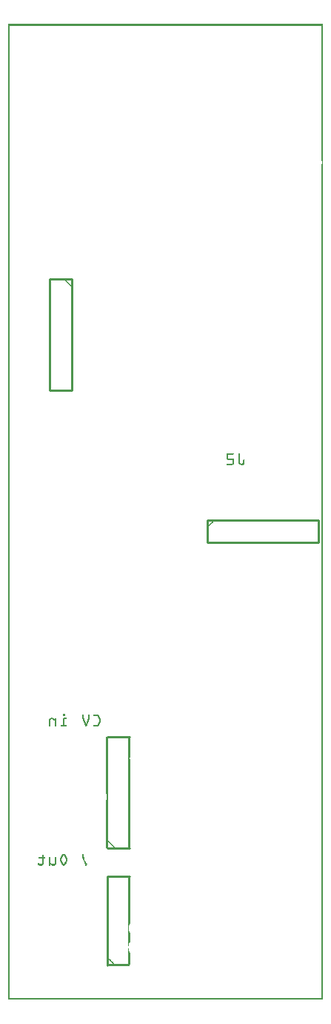
<source format=gbo>
G04 MADE WITH FRITZING*
G04 WWW.FRITZING.ORG*
G04 DOUBLE SIDED*
G04 HOLES PLATED*
G04 CONTOUR ON CENTER OF CONTOUR VECTOR*
%ASAXBY*%
%FSLAX23Y23*%
%MOIN*%
%OFA0B0*%
%SFA1.0B1.0*%
%ADD10C,0.010000*%
%ADD11R,0.001000X0.001000*%
%LNSILK0*%
G90*
G70*
G54D10*
X287Y3237D02*
X287Y2737D01*
D02*
X287Y2737D02*
X187Y2737D01*
D02*
X187Y2737D02*
X187Y3237D01*
D02*
X187Y3237D02*
X287Y3237D01*
D02*
X447Y156D02*
X447Y556D01*
D02*
X447Y556D02*
X547Y556D01*
D02*
X897Y2156D02*
X1397Y2156D01*
D02*
X1397Y2156D02*
X1397Y2056D01*
D02*
X1397Y2056D02*
X897Y2056D01*
D02*
X897Y2056D02*
X897Y2156D01*
D02*
X447Y1181D02*
X547Y1181D01*
D02*
X547Y681D02*
X447Y681D01*
G54D11*
X0Y4384D02*
X1418Y4384D01*
X0Y4383D02*
X1418Y4383D01*
X0Y4382D02*
X1418Y4382D01*
X0Y4381D02*
X1418Y4381D01*
X0Y4380D02*
X1418Y4380D01*
X0Y4379D02*
X1418Y4379D01*
X0Y4378D02*
X1418Y4378D01*
X0Y4377D02*
X1418Y4377D01*
X0Y4376D02*
X7Y4376D01*
X1411Y4376D02*
X1418Y4376D01*
X0Y4375D02*
X7Y4375D01*
X1411Y4375D02*
X1418Y4375D01*
X0Y4374D02*
X7Y4374D01*
X1411Y4374D02*
X1418Y4374D01*
X0Y4373D02*
X7Y4373D01*
X1411Y4373D02*
X1418Y4373D01*
X0Y4372D02*
X7Y4372D01*
X1411Y4372D02*
X1418Y4372D01*
X0Y4371D02*
X7Y4371D01*
X1411Y4371D02*
X1418Y4371D01*
X0Y4370D02*
X7Y4370D01*
X1411Y4370D02*
X1418Y4370D01*
X0Y4369D02*
X7Y4369D01*
X1411Y4369D02*
X1418Y4369D01*
X0Y4368D02*
X7Y4368D01*
X1411Y4368D02*
X1418Y4368D01*
X0Y4367D02*
X7Y4367D01*
X1411Y4367D02*
X1418Y4367D01*
X0Y4366D02*
X7Y4366D01*
X1411Y4366D02*
X1418Y4366D01*
X0Y4365D02*
X7Y4365D01*
X1411Y4365D02*
X1418Y4365D01*
X0Y4364D02*
X7Y4364D01*
X1411Y4364D02*
X1418Y4364D01*
X0Y4363D02*
X7Y4363D01*
X1411Y4363D02*
X1418Y4363D01*
X0Y4362D02*
X7Y4362D01*
X1411Y4362D02*
X1418Y4362D01*
X0Y4361D02*
X7Y4361D01*
X1411Y4361D02*
X1418Y4361D01*
X0Y4360D02*
X7Y4360D01*
X1411Y4360D02*
X1418Y4360D01*
X0Y4359D02*
X7Y4359D01*
X1411Y4359D02*
X1418Y4359D01*
X0Y4358D02*
X7Y4358D01*
X1411Y4358D02*
X1418Y4358D01*
X0Y4357D02*
X7Y4357D01*
X1411Y4357D02*
X1418Y4357D01*
X0Y4356D02*
X7Y4356D01*
X1411Y4356D02*
X1418Y4356D01*
X0Y4355D02*
X7Y4355D01*
X1411Y4355D02*
X1418Y4355D01*
X0Y4354D02*
X7Y4354D01*
X1411Y4354D02*
X1418Y4354D01*
X0Y4353D02*
X7Y4353D01*
X1411Y4353D02*
X1418Y4353D01*
X0Y4352D02*
X7Y4352D01*
X1411Y4352D02*
X1418Y4352D01*
X0Y4351D02*
X7Y4351D01*
X1411Y4351D02*
X1418Y4351D01*
X0Y4350D02*
X7Y4350D01*
X1411Y4350D02*
X1418Y4350D01*
X0Y4349D02*
X7Y4349D01*
X1411Y4349D02*
X1418Y4349D01*
X0Y4348D02*
X7Y4348D01*
X1411Y4348D02*
X1418Y4348D01*
X0Y4347D02*
X7Y4347D01*
X1411Y4347D02*
X1418Y4347D01*
X0Y4346D02*
X7Y4346D01*
X1411Y4346D02*
X1418Y4346D01*
X0Y4345D02*
X7Y4345D01*
X1411Y4345D02*
X1418Y4345D01*
X0Y4344D02*
X7Y4344D01*
X1411Y4344D02*
X1418Y4344D01*
X0Y4343D02*
X7Y4343D01*
X1411Y4343D02*
X1418Y4343D01*
X0Y4342D02*
X7Y4342D01*
X1411Y4342D02*
X1418Y4342D01*
X0Y4341D02*
X7Y4341D01*
X1411Y4341D02*
X1418Y4341D01*
X0Y4340D02*
X7Y4340D01*
X1411Y4340D02*
X1418Y4340D01*
X0Y4339D02*
X7Y4339D01*
X1411Y4339D02*
X1418Y4339D01*
X0Y4338D02*
X7Y4338D01*
X1411Y4338D02*
X1418Y4338D01*
X0Y4337D02*
X7Y4337D01*
X1411Y4337D02*
X1418Y4337D01*
X0Y4336D02*
X7Y4336D01*
X1411Y4336D02*
X1418Y4336D01*
X0Y4335D02*
X7Y4335D01*
X1411Y4335D02*
X1418Y4335D01*
X0Y4334D02*
X7Y4334D01*
X1411Y4334D02*
X1418Y4334D01*
X0Y4333D02*
X7Y4333D01*
X1411Y4333D02*
X1418Y4333D01*
X0Y4332D02*
X7Y4332D01*
X1411Y4332D02*
X1418Y4332D01*
X0Y4331D02*
X7Y4331D01*
X1411Y4331D02*
X1418Y4331D01*
X0Y4330D02*
X7Y4330D01*
X1411Y4330D02*
X1418Y4330D01*
X0Y4329D02*
X7Y4329D01*
X1411Y4329D02*
X1418Y4329D01*
X0Y4328D02*
X7Y4328D01*
X1411Y4328D02*
X1418Y4328D01*
X0Y4327D02*
X7Y4327D01*
X1411Y4327D02*
X1418Y4327D01*
X0Y4326D02*
X7Y4326D01*
X1411Y4326D02*
X1418Y4326D01*
X0Y4325D02*
X7Y4325D01*
X1411Y4325D02*
X1418Y4325D01*
X0Y4324D02*
X7Y4324D01*
X1411Y4324D02*
X1418Y4324D01*
X0Y4323D02*
X7Y4323D01*
X1411Y4323D02*
X1418Y4323D01*
X0Y4322D02*
X7Y4322D01*
X1411Y4322D02*
X1418Y4322D01*
X0Y4321D02*
X7Y4321D01*
X1411Y4321D02*
X1418Y4321D01*
X0Y4320D02*
X7Y4320D01*
X1411Y4320D02*
X1418Y4320D01*
X0Y4319D02*
X7Y4319D01*
X1411Y4319D02*
X1418Y4319D01*
X0Y4318D02*
X7Y4318D01*
X1411Y4318D02*
X1418Y4318D01*
X0Y4317D02*
X7Y4317D01*
X1411Y4317D02*
X1418Y4317D01*
X0Y4316D02*
X7Y4316D01*
X1411Y4316D02*
X1418Y4316D01*
X0Y4315D02*
X7Y4315D01*
X1411Y4315D02*
X1418Y4315D01*
X0Y4314D02*
X7Y4314D01*
X1411Y4314D02*
X1418Y4314D01*
X0Y4313D02*
X7Y4313D01*
X1411Y4313D02*
X1418Y4313D01*
X0Y4312D02*
X7Y4312D01*
X1411Y4312D02*
X1418Y4312D01*
X0Y4311D02*
X7Y4311D01*
X1411Y4311D02*
X1418Y4311D01*
X0Y4310D02*
X7Y4310D01*
X1411Y4310D02*
X1418Y4310D01*
X0Y4309D02*
X7Y4309D01*
X1411Y4309D02*
X1418Y4309D01*
X0Y4308D02*
X7Y4308D01*
X1411Y4308D02*
X1418Y4308D01*
X0Y4307D02*
X7Y4307D01*
X1411Y4307D02*
X1418Y4307D01*
X0Y4306D02*
X7Y4306D01*
X1411Y4306D02*
X1418Y4306D01*
X0Y4305D02*
X7Y4305D01*
X1411Y4305D02*
X1418Y4305D01*
X0Y4304D02*
X7Y4304D01*
X1411Y4304D02*
X1418Y4304D01*
X0Y4303D02*
X7Y4303D01*
X1411Y4303D02*
X1418Y4303D01*
X0Y4302D02*
X7Y4302D01*
X1411Y4302D02*
X1418Y4302D01*
X0Y4301D02*
X7Y4301D01*
X1411Y4301D02*
X1418Y4301D01*
X0Y4300D02*
X7Y4300D01*
X1411Y4300D02*
X1418Y4300D01*
X0Y4299D02*
X7Y4299D01*
X1411Y4299D02*
X1418Y4299D01*
X0Y4298D02*
X7Y4298D01*
X1411Y4298D02*
X1418Y4298D01*
X0Y4297D02*
X7Y4297D01*
X1411Y4297D02*
X1418Y4297D01*
X0Y4296D02*
X7Y4296D01*
X1411Y4296D02*
X1418Y4296D01*
X0Y4295D02*
X7Y4295D01*
X1411Y4295D02*
X1418Y4295D01*
X0Y4294D02*
X7Y4294D01*
X1411Y4294D02*
X1418Y4294D01*
X0Y4293D02*
X7Y4293D01*
X1411Y4293D02*
X1418Y4293D01*
X0Y4292D02*
X7Y4292D01*
X1411Y4292D02*
X1418Y4292D01*
X0Y4291D02*
X7Y4291D01*
X1411Y4291D02*
X1418Y4291D01*
X0Y4290D02*
X7Y4290D01*
X1411Y4290D02*
X1418Y4290D01*
X0Y4289D02*
X7Y4289D01*
X1411Y4289D02*
X1418Y4289D01*
X0Y4288D02*
X7Y4288D01*
X1411Y4288D02*
X1418Y4288D01*
X0Y4287D02*
X7Y4287D01*
X1411Y4287D02*
X1418Y4287D01*
X0Y4286D02*
X7Y4286D01*
X1411Y4286D02*
X1418Y4286D01*
X0Y4285D02*
X7Y4285D01*
X1411Y4285D02*
X1418Y4285D01*
X0Y4284D02*
X7Y4284D01*
X1411Y4284D02*
X1418Y4284D01*
X0Y4283D02*
X7Y4283D01*
X1411Y4283D02*
X1418Y4283D01*
X0Y4282D02*
X7Y4282D01*
X1411Y4282D02*
X1418Y4282D01*
X0Y4281D02*
X7Y4281D01*
X1411Y4281D02*
X1418Y4281D01*
X0Y4280D02*
X7Y4280D01*
X1411Y4280D02*
X1418Y4280D01*
X0Y4279D02*
X7Y4279D01*
X1411Y4279D02*
X1418Y4279D01*
X0Y4278D02*
X7Y4278D01*
X1411Y4278D02*
X1418Y4278D01*
X0Y4277D02*
X7Y4277D01*
X1411Y4277D02*
X1418Y4277D01*
X0Y4276D02*
X7Y4276D01*
X1411Y4276D02*
X1418Y4276D01*
X0Y4275D02*
X7Y4275D01*
X1411Y4275D02*
X1418Y4275D01*
X0Y4274D02*
X7Y4274D01*
X1411Y4274D02*
X1418Y4274D01*
X0Y4273D02*
X7Y4273D01*
X1411Y4273D02*
X1418Y4273D01*
X0Y4272D02*
X7Y4272D01*
X1411Y4272D02*
X1418Y4272D01*
X0Y4271D02*
X7Y4271D01*
X1411Y4271D02*
X1418Y4271D01*
X0Y4270D02*
X7Y4270D01*
X1411Y4270D02*
X1418Y4270D01*
X0Y4269D02*
X7Y4269D01*
X1411Y4269D02*
X1418Y4269D01*
X0Y4268D02*
X7Y4268D01*
X1411Y4268D02*
X1418Y4268D01*
X0Y4267D02*
X7Y4267D01*
X1411Y4267D02*
X1418Y4267D01*
X0Y4266D02*
X7Y4266D01*
X1411Y4266D02*
X1418Y4266D01*
X0Y4265D02*
X7Y4265D01*
X1411Y4265D02*
X1418Y4265D01*
X0Y4264D02*
X7Y4264D01*
X1411Y4264D02*
X1418Y4264D01*
X0Y4263D02*
X7Y4263D01*
X1411Y4263D02*
X1418Y4263D01*
X0Y4262D02*
X7Y4262D01*
X1411Y4262D02*
X1418Y4262D01*
X0Y4261D02*
X7Y4261D01*
X1411Y4261D02*
X1418Y4261D01*
X0Y4260D02*
X7Y4260D01*
X1411Y4260D02*
X1418Y4260D01*
X0Y4259D02*
X7Y4259D01*
X1411Y4259D02*
X1418Y4259D01*
X0Y4258D02*
X7Y4258D01*
X1411Y4258D02*
X1418Y4258D01*
X0Y4257D02*
X7Y4257D01*
X1411Y4257D02*
X1418Y4257D01*
X0Y4256D02*
X7Y4256D01*
X1411Y4256D02*
X1418Y4256D01*
X0Y4255D02*
X7Y4255D01*
X1411Y4255D02*
X1418Y4255D01*
X0Y4254D02*
X7Y4254D01*
X1411Y4254D02*
X1418Y4254D01*
X0Y4253D02*
X7Y4253D01*
X1411Y4253D02*
X1418Y4253D01*
X0Y4252D02*
X7Y4252D01*
X1411Y4252D02*
X1418Y4252D01*
X0Y4251D02*
X7Y4251D01*
X1411Y4251D02*
X1418Y4251D01*
X0Y4250D02*
X7Y4250D01*
X1411Y4250D02*
X1418Y4250D01*
X0Y4249D02*
X7Y4249D01*
X1411Y4249D02*
X1418Y4249D01*
X0Y4248D02*
X7Y4248D01*
X1411Y4248D02*
X1418Y4248D01*
X0Y4247D02*
X7Y4247D01*
X1411Y4247D02*
X1418Y4247D01*
X0Y4246D02*
X7Y4246D01*
X1411Y4246D02*
X1418Y4246D01*
X0Y4245D02*
X7Y4245D01*
X1411Y4245D02*
X1418Y4245D01*
X0Y4244D02*
X7Y4244D01*
X1411Y4244D02*
X1418Y4244D01*
X0Y4243D02*
X7Y4243D01*
X1411Y4243D02*
X1418Y4243D01*
X0Y4242D02*
X7Y4242D01*
X1411Y4242D02*
X1418Y4242D01*
X0Y4241D02*
X7Y4241D01*
X1411Y4241D02*
X1418Y4241D01*
X0Y4240D02*
X7Y4240D01*
X1411Y4240D02*
X1418Y4240D01*
X0Y4239D02*
X7Y4239D01*
X1411Y4239D02*
X1418Y4239D01*
X0Y4238D02*
X7Y4238D01*
X1411Y4238D02*
X1418Y4238D01*
X0Y4237D02*
X7Y4237D01*
X1411Y4237D02*
X1418Y4237D01*
X0Y4236D02*
X7Y4236D01*
X1411Y4236D02*
X1418Y4236D01*
X0Y4235D02*
X7Y4235D01*
X1411Y4235D02*
X1418Y4235D01*
X0Y4234D02*
X7Y4234D01*
X1411Y4234D02*
X1418Y4234D01*
X0Y4233D02*
X7Y4233D01*
X1411Y4233D02*
X1418Y4233D01*
X0Y4232D02*
X7Y4232D01*
X1411Y4232D02*
X1418Y4232D01*
X0Y4231D02*
X7Y4231D01*
X1411Y4231D02*
X1418Y4231D01*
X0Y4230D02*
X7Y4230D01*
X1411Y4230D02*
X1418Y4230D01*
X0Y4229D02*
X7Y4229D01*
X1411Y4229D02*
X1418Y4229D01*
X0Y4228D02*
X7Y4228D01*
X1411Y4228D02*
X1418Y4228D01*
X0Y4227D02*
X7Y4227D01*
X1411Y4227D02*
X1418Y4227D01*
X0Y4226D02*
X7Y4226D01*
X1411Y4226D02*
X1418Y4226D01*
X0Y4225D02*
X7Y4225D01*
X1411Y4225D02*
X1418Y4225D01*
X0Y4224D02*
X7Y4224D01*
X1411Y4224D02*
X1418Y4224D01*
X0Y4223D02*
X7Y4223D01*
X1411Y4223D02*
X1418Y4223D01*
X0Y4222D02*
X7Y4222D01*
X1411Y4222D02*
X1418Y4222D01*
X0Y4221D02*
X7Y4221D01*
X1411Y4221D02*
X1418Y4221D01*
X0Y4220D02*
X7Y4220D01*
X1411Y4220D02*
X1418Y4220D01*
X0Y4219D02*
X7Y4219D01*
X1411Y4219D02*
X1418Y4219D01*
X0Y4218D02*
X7Y4218D01*
X1411Y4218D02*
X1418Y4218D01*
X0Y4217D02*
X7Y4217D01*
X1411Y4217D02*
X1418Y4217D01*
X0Y4216D02*
X7Y4216D01*
X1411Y4216D02*
X1418Y4216D01*
X0Y4215D02*
X7Y4215D01*
X1411Y4215D02*
X1418Y4215D01*
X0Y4214D02*
X7Y4214D01*
X1411Y4214D02*
X1418Y4214D01*
X0Y4213D02*
X7Y4213D01*
X1411Y4213D02*
X1418Y4213D01*
X0Y4212D02*
X7Y4212D01*
X1411Y4212D02*
X1418Y4212D01*
X0Y4211D02*
X7Y4211D01*
X1411Y4211D02*
X1418Y4211D01*
X0Y4210D02*
X7Y4210D01*
X1411Y4210D02*
X1418Y4210D01*
X0Y4209D02*
X7Y4209D01*
X1411Y4209D02*
X1418Y4209D01*
X0Y4208D02*
X7Y4208D01*
X1411Y4208D02*
X1418Y4208D01*
X0Y4207D02*
X7Y4207D01*
X1411Y4207D02*
X1418Y4207D01*
X0Y4206D02*
X7Y4206D01*
X1411Y4206D02*
X1418Y4206D01*
X0Y4205D02*
X7Y4205D01*
X1411Y4205D02*
X1418Y4205D01*
X0Y4204D02*
X7Y4204D01*
X1411Y4204D02*
X1418Y4204D01*
X0Y4203D02*
X7Y4203D01*
X1411Y4203D02*
X1418Y4203D01*
X0Y4202D02*
X7Y4202D01*
X1411Y4202D02*
X1418Y4202D01*
X0Y4201D02*
X7Y4201D01*
X1411Y4201D02*
X1418Y4201D01*
X0Y4200D02*
X7Y4200D01*
X1411Y4200D02*
X1418Y4200D01*
X0Y4199D02*
X7Y4199D01*
X1411Y4199D02*
X1418Y4199D01*
X0Y4198D02*
X7Y4198D01*
X1411Y4198D02*
X1418Y4198D01*
X0Y4197D02*
X7Y4197D01*
X1411Y4197D02*
X1418Y4197D01*
X0Y4196D02*
X7Y4196D01*
X1411Y4196D02*
X1418Y4196D01*
X0Y4195D02*
X7Y4195D01*
X1411Y4195D02*
X1418Y4195D01*
X0Y4194D02*
X7Y4194D01*
X1411Y4194D02*
X1418Y4194D01*
X0Y4193D02*
X7Y4193D01*
X1411Y4193D02*
X1418Y4193D01*
X0Y4192D02*
X7Y4192D01*
X1411Y4192D02*
X1418Y4192D01*
X0Y4191D02*
X7Y4191D01*
X1411Y4191D02*
X1418Y4191D01*
X0Y4190D02*
X7Y4190D01*
X1411Y4190D02*
X1418Y4190D01*
X0Y4189D02*
X7Y4189D01*
X1411Y4189D02*
X1418Y4189D01*
X0Y4188D02*
X7Y4188D01*
X1411Y4188D02*
X1418Y4188D01*
X0Y4187D02*
X7Y4187D01*
X1411Y4187D02*
X1418Y4187D01*
X0Y4186D02*
X7Y4186D01*
X1411Y4186D02*
X1418Y4186D01*
X0Y4185D02*
X7Y4185D01*
X1411Y4185D02*
X1418Y4185D01*
X0Y4184D02*
X7Y4184D01*
X1411Y4184D02*
X1418Y4184D01*
X0Y4183D02*
X7Y4183D01*
X1411Y4183D02*
X1418Y4183D01*
X0Y4182D02*
X7Y4182D01*
X1411Y4182D02*
X1418Y4182D01*
X0Y4181D02*
X7Y4181D01*
X1411Y4181D02*
X1418Y4181D01*
X0Y4180D02*
X7Y4180D01*
X1411Y4180D02*
X1418Y4180D01*
X0Y4179D02*
X7Y4179D01*
X1411Y4179D02*
X1418Y4179D01*
X0Y4178D02*
X7Y4178D01*
X1411Y4178D02*
X1418Y4178D01*
X0Y4177D02*
X7Y4177D01*
X1411Y4177D02*
X1418Y4177D01*
X0Y4176D02*
X7Y4176D01*
X1411Y4176D02*
X1418Y4176D01*
X0Y4175D02*
X7Y4175D01*
X1411Y4175D02*
X1418Y4175D01*
X0Y4174D02*
X7Y4174D01*
X1411Y4174D02*
X1418Y4174D01*
X0Y4173D02*
X7Y4173D01*
X1411Y4173D02*
X1418Y4173D01*
X0Y4172D02*
X7Y4172D01*
X1411Y4172D02*
X1418Y4172D01*
X0Y4171D02*
X7Y4171D01*
X1411Y4171D02*
X1418Y4171D01*
X0Y4170D02*
X7Y4170D01*
X1411Y4170D02*
X1418Y4170D01*
X0Y4169D02*
X7Y4169D01*
X1411Y4169D02*
X1418Y4169D01*
X0Y4168D02*
X7Y4168D01*
X1411Y4168D02*
X1418Y4168D01*
X0Y4167D02*
X7Y4167D01*
X1411Y4167D02*
X1418Y4167D01*
X0Y4166D02*
X7Y4166D01*
X1411Y4166D02*
X1418Y4166D01*
X0Y4165D02*
X7Y4165D01*
X1411Y4165D02*
X1418Y4165D01*
X0Y4164D02*
X7Y4164D01*
X1411Y4164D02*
X1418Y4164D01*
X0Y4163D02*
X7Y4163D01*
X1411Y4163D02*
X1418Y4163D01*
X0Y4162D02*
X7Y4162D01*
X1411Y4162D02*
X1418Y4162D01*
X0Y4161D02*
X7Y4161D01*
X1411Y4161D02*
X1418Y4161D01*
X0Y4160D02*
X7Y4160D01*
X1411Y4160D02*
X1418Y4160D01*
X0Y4159D02*
X7Y4159D01*
X1411Y4159D02*
X1418Y4159D01*
X0Y4158D02*
X7Y4158D01*
X1411Y4158D02*
X1418Y4158D01*
X0Y4157D02*
X7Y4157D01*
X1411Y4157D02*
X1418Y4157D01*
X0Y4156D02*
X7Y4156D01*
X1411Y4156D02*
X1418Y4156D01*
X0Y4155D02*
X7Y4155D01*
X1411Y4155D02*
X1418Y4155D01*
X0Y4154D02*
X7Y4154D01*
X1411Y4154D02*
X1418Y4154D01*
X0Y4153D02*
X7Y4153D01*
X1411Y4153D02*
X1418Y4153D01*
X0Y4152D02*
X7Y4152D01*
X1411Y4152D02*
X1418Y4152D01*
X0Y4151D02*
X7Y4151D01*
X1411Y4151D02*
X1418Y4151D01*
X0Y4150D02*
X7Y4150D01*
X1411Y4150D02*
X1418Y4150D01*
X0Y4149D02*
X7Y4149D01*
X1411Y4149D02*
X1418Y4149D01*
X0Y4148D02*
X7Y4148D01*
X1411Y4148D02*
X1418Y4148D01*
X0Y4147D02*
X7Y4147D01*
X1411Y4147D02*
X1418Y4147D01*
X0Y4146D02*
X7Y4146D01*
X1411Y4146D02*
X1418Y4146D01*
X0Y4145D02*
X7Y4145D01*
X1411Y4145D02*
X1418Y4145D01*
X0Y4144D02*
X7Y4144D01*
X1411Y4144D02*
X1418Y4144D01*
X0Y4143D02*
X7Y4143D01*
X1411Y4143D02*
X1418Y4143D01*
X0Y4142D02*
X7Y4142D01*
X1411Y4142D02*
X1418Y4142D01*
X0Y4141D02*
X7Y4141D01*
X1411Y4141D02*
X1418Y4141D01*
X0Y4140D02*
X7Y4140D01*
X1411Y4140D02*
X1418Y4140D01*
X0Y4139D02*
X7Y4139D01*
X1411Y4139D02*
X1418Y4139D01*
X0Y4138D02*
X7Y4138D01*
X1411Y4138D02*
X1418Y4138D01*
X0Y4137D02*
X7Y4137D01*
X1411Y4137D02*
X1418Y4137D01*
X0Y4136D02*
X7Y4136D01*
X1411Y4136D02*
X1418Y4136D01*
X0Y4135D02*
X7Y4135D01*
X1411Y4135D02*
X1418Y4135D01*
X0Y4134D02*
X7Y4134D01*
X1411Y4134D02*
X1418Y4134D01*
X0Y4133D02*
X7Y4133D01*
X1411Y4133D02*
X1418Y4133D01*
X0Y4132D02*
X7Y4132D01*
X1411Y4132D02*
X1418Y4132D01*
X0Y4131D02*
X7Y4131D01*
X1411Y4131D02*
X1418Y4131D01*
X0Y4130D02*
X7Y4130D01*
X1411Y4130D02*
X1418Y4130D01*
X0Y4129D02*
X7Y4129D01*
X1411Y4129D02*
X1418Y4129D01*
X0Y4128D02*
X7Y4128D01*
X1411Y4128D02*
X1418Y4128D01*
X0Y4127D02*
X7Y4127D01*
X1411Y4127D02*
X1418Y4127D01*
X0Y4126D02*
X7Y4126D01*
X1411Y4126D02*
X1418Y4126D01*
X0Y4125D02*
X7Y4125D01*
X1411Y4125D02*
X1418Y4125D01*
X0Y4124D02*
X7Y4124D01*
X1411Y4124D02*
X1418Y4124D01*
X0Y4123D02*
X7Y4123D01*
X1411Y4123D02*
X1418Y4123D01*
X0Y4122D02*
X7Y4122D01*
X1411Y4122D02*
X1418Y4122D01*
X0Y4121D02*
X7Y4121D01*
X1411Y4121D02*
X1418Y4121D01*
X0Y4120D02*
X7Y4120D01*
X1411Y4120D02*
X1418Y4120D01*
X0Y4119D02*
X7Y4119D01*
X1411Y4119D02*
X1418Y4119D01*
X0Y4118D02*
X7Y4118D01*
X1411Y4118D02*
X1418Y4118D01*
X0Y4117D02*
X7Y4117D01*
X1411Y4117D02*
X1418Y4117D01*
X0Y4116D02*
X7Y4116D01*
X1411Y4116D02*
X1418Y4116D01*
X0Y4115D02*
X7Y4115D01*
X1411Y4115D02*
X1418Y4115D01*
X0Y4114D02*
X7Y4114D01*
X1411Y4114D02*
X1418Y4114D01*
X0Y4113D02*
X7Y4113D01*
X1411Y4113D02*
X1418Y4113D01*
X0Y4112D02*
X7Y4112D01*
X1411Y4112D02*
X1418Y4112D01*
X0Y4111D02*
X7Y4111D01*
X1411Y4111D02*
X1418Y4111D01*
X0Y4110D02*
X7Y4110D01*
X1411Y4110D02*
X1418Y4110D01*
X0Y4109D02*
X7Y4109D01*
X1411Y4109D02*
X1418Y4109D01*
X0Y4108D02*
X7Y4108D01*
X1411Y4108D02*
X1418Y4108D01*
X0Y4107D02*
X7Y4107D01*
X1411Y4107D02*
X1418Y4107D01*
X0Y4106D02*
X7Y4106D01*
X1411Y4106D02*
X1418Y4106D01*
X0Y4105D02*
X7Y4105D01*
X1411Y4105D02*
X1418Y4105D01*
X0Y4104D02*
X7Y4104D01*
X1411Y4104D02*
X1418Y4104D01*
X0Y4103D02*
X7Y4103D01*
X1411Y4103D02*
X1418Y4103D01*
X0Y4102D02*
X7Y4102D01*
X1411Y4102D02*
X1418Y4102D01*
X0Y4101D02*
X7Y4101D01*
X1411Y4101D02*
X1418Y4101D01*
X0Y4100D02*
X7Y4100D01*
X1411Y4100D02*
X1418Y4100D01*
X0Y4099D02*
X7Y4099D01*
X1411Y4099D02*
X1418Y4099D01*
X0Y4098D02*
X7Y4098D01*
X1411Y4098D02*
X1418Y4098D01*
X0Y4097D02*
X7Y4097D01*
X1411Y4097D02*
X1418Y4097D01*
X0Y4096D02*
X7Y4096D01*
X1411Y4096D02*
X1418Y4096D01*
X0Y4095D02*
X7Y4095D01*
X1411Y4095D02*
X1418Y4095D01*
X0Y4094D02*
X7Y4094D01*
X1411Y4094D02*
X1418Y4094D01*
X0Y4093D02*
X7Y4093D01*
X1411Y4093D02*
X1418Y4093D01*
X0Y4092D02*
X7Y4092D01*
X1411Y4092D02*
X1418Y4092D01*
X0Y4091D02*
X7Y4091D01*
X1411Y4091D02*
X1418Y4091D01*
X0Y4090D02*
X7Y4090D01*
X1411Y4090D02*
X1418Y4090D01*
X0Y4089D02*
X7Y4089D01*
X1411Y4089D02*
X1418Y4089D01*
X0Y4088D02*
X7Y4088D01*
X1411Y4088D02*
X1418Y4088D01*
X0Y4087D02*
X7Y4087D01*
X1411Y4087D02*
X1418Y4087D01*
X0Y4086D02*
X7Y4086D01*
X1411Y4086D02*
X1418Y4086D01*
X0Y4085D02*
X7Y4085D01*
X1411Y4085D02*
X1418Y4085D01*
X0Y4084D02*
X7Y4084D01*
X1411Y4084D02*
X1418Y4084D01*
X0Y4083D02*
X7Y4083D01*
X1411Y4083D02*
X1418Y4083D01*
X0Y4082D02*
X7Y4082D01*
X1411Y4082D02*
X1418Y4082D01*
X0Y4081D02*
X7Y4081D01*
X1411Y4081D02*
X1418Y4081D01*
X0Y4080D02*
X7Y4080D01*
X1411Y4080D02*
X1418Y4080D01*
X0Y4079D02*
X7Y4079D01*
X1411Y4079D02*
X1418Y4079D01*
X0Y4078D02*
X7Y4078D01*
X1411Y4078D02*
X1418Y4078D01*
X0Y4077D02*
X7Y4077D01*
X1411Y4077D02*
X1418Y4077D01*
X0Y4076D02*
X7Y4076D01*
X1411Y4076D02*
X1418Y4076D01*
X0Y4075D02*
X7Y4075D01*
X1411Y4075D02*
X1418Y4075D01*
X0Y4074D02*
X7Y4074D01*
X1411Y4074D02*
X1418Y4074D01*
X0Y4073D02*
X7Y4073D01*
X1411Y4073D02*
X1418Y4073D01*
X0Y4072D02*
X7Y4072D01*
X1411Y4072D02*
X1418Y4072D01*
X0Y4071D02*
X7Y4071D01*
X1411Y4071D02*
X1418Y4071D01*
X0Y4070D02*
X7Y4070D01*
X1411Y4070D02*
X1418Y4070D01*
X0Y4069D02*
X7Y4069D01*
X1411Y4069D02*
X1418Y4069D01*
X0Y4068D02*
X7Y4068D01*
X1411Y4068D02*
X1418Y4068D01*
X0Y4067D02*
X7Y4067D01*
X1411Y4067D02*
X1418Y4067D01*
X0Y4066D02*
X7Y4066D01*
X1411Y4066D02*
X1418Y4066D01*
X0Y4065D02*
X7Y4065D01*
X1411Y4065D02*
X1418Y4065D01*
X0Y4064D02*
X7Y4064D01*
X1411Y4064D02*
X1418Y4064D01*
X0Y4063D02*
X7Y4063D01*
X1411Y4063D02*
X1418Y4063D01*
X0Y4062D02*
X7Y4062D01*
X1411Y4062D02*
X1418Y4062D01*
X0Y4061D02*
X7Y4061D01*
X1411Y4061D02*
X1418Y4061D01*
X0Y4060D02*
X7Y4060D01*
X1411Y4060D02*
X1418Y4060D01*
X0Y4059D02*
X7Y4059D01*
X1411Y4059D02*
X1418Y4059D01*
X0Y4058D02*
X7Y4058D01*
X1411Y4058D02*
X1418Y4058D01*
X0Y4057D02*
X7Y4057D01*
X1411Y4057D02*
X1418Y4057D01*
X0Y4056D02*
X7Y4056D01*
X1411Y4056D02*
X1418Y4056D01*
X0Y4055D02*
X7Y4055D01*
X1411Y4055D02*
X1418Y4055D01*
X0Y4054D02*
X7Y4054D01*
X1411Y4054D02*
X1418Y4054D01*
X0Y4053D02*
X7Y4053D01*
X1411Y4053D02*
X1418Y4053D01*
X0Y4052D02*
X7Y4052D01*
X1411Y4052D02*
X1418Y4052D01*
X0Y4051D02*
X7Y4051D01*
X1411Y4051D02*
X1418Y4051D01*
X0Y4050D02*
X7Y4050D01*
X1411Y4050D02*
X1418Y4050D01*
X0Y4049D02*
X7Y4049D01*
X1411Y4049D02*
X1418Y4049D01*
X0Y4048D02*
X7Y4048D01*
X1411Y4048D02*
X1418Y4048D01*
X0Y4047D02*
X7Y4047D01*
X1411Y4047D02*
X1418Y4047D01*
X0Y4046D02*
X7Y4046D01*
X1411Y4046D02*
X1418Y4046D01*
X0Y4045D02*
X7Y4045D01*
X1411Y4045D02*
X1418Y4045D01*
X0Y4044D02*
X7Y4044D01*
X1411Y4044D02*
X1418Y4044D01*
X0Y4043D02*
X7Y4043D01*
X1411Y4043D02*
X1418Y4043D01*
X0Y4042D02*
X7Y4042D01*
X1411Y4042D02*
X1418Y4042D01*
X0Y4041D02*
X7Y4041D01*
X1411Y4041D02*
X1418Y4041D01*
X0Y4040D02*
X7Y4040D01*
X1411Y4040D02*
X1418Y4040D01*
X0Y4039D02*
X7Y4039D01*
X1411Y4039D02*
X1418Y4039D01*
X0Y4038D02*
X7Y4038D01*
X1411Y4038D02*
X1418Y4038D01*
X0Y4037D02*
X7Y4037D01*
X1411Y4037D02*
X1418Y4037D01*
X0Y4036D02*
X7Y4036D01*
X1411Y4036D02*
X1418Y4036D01*
X0Y4035D02*
X7Y4035D01*
X1411Y4035D02*
X1418Y4035D01*
X0Y4034D02*
X7Y4034D01*
X1411Y4034D02*
X1418Y4034D01*
X0Y4033D02*
X7Y4033D01*
X1411Y4033D02*
X1418Y4033D01*
X0Y4032D02*
X7Y4032D01*
X1411Y4032D02*
X1418Y4032D01*
X0Y4031D02*
X7Y4031D01*
X1411Y4031D02*
X1418Y4031D01*
X0Y4030D02*
X7Y4030D01*
X1411Y4030D02*
X1418Y4030D01*
X0Y4029D02*
X7Y4029D01*
X1411Y4029D02*
X1418Y4029D01*
X0Y4028D02*
X7Y4028D01*
X1411Y4028D02*
X1418Y4028D01*
X0Y4027D02*
X7Y4027D01*
X1411Y4027D02*
X1418Y4027D01*
X0Y4026D02*
X7Y4026D01*
X1411Y4026D02*
X1418Y4026D01*
X0Y4025D02*
X7Y4025D01*
X1411Y4025D02*
X1418Y4025D01*
X0Y4024D02*
X7Y4024D01*
X1411Y4024D02*
X1418Y4024D01*
X0Y4023D02*
X7Y4023D01*
X1411Y4023D02*
X1418Y4023D01*
X0Y4022D02*
X7Y4022D01*
X1411Y4022D02*
X1418Y4022D01*
X0Y4021D02*
X7Y4021D01*
X1411Y4021D02*
X1418Y4021D01*
X0Y4020D02*
X7Y4020D01*
X1411Y4020D02*
X1418Y4020D01*
X0Y4019D02*
X7Y4019D01*
X1411Y4019D02*
X1418Y4019D01*
X0Y4018D02*
X7Y4018D01*
X1411Y4018D02*
X1418Y4018D01*
X0Y4017D02*
X7Y4017D01*
X1411Y4017D02*
X1418Y4017D01*
X0Y4016D02*
X7Y4016D01*
X1411Y4016D02*
X1418Y4016D01*
X0Y4015D02*
X7Y4015D01*
X1411Y4015D02*
X1418Y4015D01*
X0Y4014D02*
X7Y4014D01*
X1411Y4014D02*
X1418Y4014D01*
X0Y4013D02*
X7Y4013D01*
X1411Y4013D02*
X1418Y4013D01*
X0Y4012D02*
X7Y4012D01*
X1411Y4012D02*
X1418Y4012D01*
X0Y4011D02*
X7Y4011D01*
X1411Y4011D02*
X1418Y4011D01*
X0Y4010D02*
X7Y4010D01*
X1411Y4010D02*
X1418Y4010D01*
X0Y4009D02*
X7Y4009D01*
X1411Y4009D02*
X1418Y4009D01*
X0Y4008D02*
X7Y4008D01*
X1411Y4008D02*
X1418Y4008D01*
X0Y4007D02*
X7Y4007D01*
X1411Y4007D02*
X1418Y4007D01*
X0Y4006D02*
X7Y4006D01*
X1411Y4006D02*
X1418Y4006D01*
X0Y4005D02*
X7Y4005D01*
X1411Y4005D02*
X1418Y4005D01*
X0Y4004D02*
X7Y4004D01*
X1411Y4004D02*
X1418Y4004D01*
X0Y4003D02*
X7Y4003D01*
X1411Y4003D02*
X1418Y4003D01*
X0Y4002D02*
X7Y4002D01*
X1411Y4002D02*
X1418Y4002D01*
X0Y4001D02*
X7Y4001D01*
X1411Y4001D02*
X1418Y4001D01*
X0Y4000D02*
X7Y4000D01*
X1411Y4000D02*
X1418Y4000D01*
X0Y3999D02*
X7Y3999D01*
X1411Y3999D02*
X1418Y3999D01*
X0Y3998D02*
X7Y3998D01*
X1411Y3998D02*
X1418Y3998D01*
X0Y3997D02*
X7Y3997D01*
X1411Y3997D02*
X1418Y3997D01*
X0Y3996D02*
X7Y3996D01*
X1411Y3996D02*
X1418Y3996D01*
X0Y3995D02*
X7Y3995D01*
X1411Y3995D02*
X1418Y3995D01*
X0Y3994D02*
X7Y3994D01*
X1411Y3994D02*
X1418Y3994D01*
X0Y3993D02*
X7Y3993D01*
X1411Y3993D02*
X1418Y3993D01*
X0Y3992D02*
X7Y3992D01*
X1411Y3992D02*
X1418Y3992D01*
X0Y3991D02*
X7Y3991D01*
X1411Y3991D02*
X1418Y3991D01*
X0Y3990D02*
X7Y3990D01*
X1411Y3990D02*
X1418Y3990D01*
X0Y3989D02*
X7Y3989D01*
X1411Y3989D02*
X1418Y3989D01*
X0Y3988D02*
X7Y3988D01*
X1411Y3988D02*
X1418Y3988D01*
X0Y3987D02*
X7Y3987D01*
X1411Y3987D02*
X1418Y3987D01*
X0Y3986D02*
X7Y3986D01*
X1411Y3986D02*
X1418Y3986D01*
X0Y3985D02*
X7Y3985D01*
X1411Y3985D02*
X1418Y3985D01*
X0Y3984D02*
X7Y3984D01*
X1411Y3984D02*
X1418Y3984D01*
X0Y3983D02*
X7Y3983D01*
X1411Y3983D02*
X1418Y3983D01*
X0Y3982D02*
X7Y3982D01*
X1411Y3982D02*
X1418Y3982D01*
X0Y3981D02*
X7Y3981D01*
X1411Y3981D02*
X1418Y3981D01*
X0Y3980D02*
X7Y3980D01*
X1411Y3980D02*
X1418Y3980D01*
X0Y3979D02*
X7Y3979D01*
X1411Y3979D02*
X1418Y3979D01*
X0Y3978D02*
X7Y3978D01*
X1411Y3978D02*
X1418Y3978D01*
X0Y3977D02*
X7Y3977D01*
X1411Y3977D02*
X1418Y3977D01*
X0Y3976D02*
X7Y3976D01*
X1411Y3976D02*
X1418Y3976D01*
X0Y3975D02*
X7Y3975D01*
X1411Y3975D02*
X1418Y3975D01*
X0Y3974D02*
X7Y3974D01*
X1411Y3974D02*
X1418Y3974D01*
X0Y3973D02*
X7Y3973D01*
X1411Y3973D02*
X1418Y3973D01*
X0Y3972D02*
X7Y3972D01*
X1411Y3972D02*
X1418Y3972D01*
X0Y3971D02*
X7Y3971D01*
X1411Y3971D02*
X1418Y3971D01*
X0Y3970D02*
X7Y3970D01*
X1411Y3970D02*
X1418Y3970D01*
X0Y3969D02*
X7Y3969D01*
X1411Y3969D02*
X1418Y3969D01*
X0Y3968D02*
X7Y3968D01*
X1411Y3968D02*
X1418Y3968D01*
X0Y3967D02*
X7Y3967D01*
X1411Y3967D02*
X1418Y3967D01*
X0Y3966D02*
X7Y3966D01*
X1411Y3966D02*
X1418Y3966D01*
X0Y3965D02*
X7Y3965D01*
X1411Y3965D02*
X1418Y3965D01*
X0Y3964D02*
X7Y3964D01*
X1411Y3964D02*
X1418Y3964D01*
X0Y3963D02*
X7Y3963D01*
X1411Y3963D02*
X1418Y3963D01*
X0Y3962D02*
X7Y3962D01*
X1411Y3962D02*
X1418Y3962D01*
X0Y3961D02*
X7Y3961D01*
X1411Y3961D02*
X1418Y3961D01*
X0Y3960D02*
X7Y3960D01*
X1411Y3960D02*
X1418Y3960D01*
X0Y3959D02*
X7Y3959D01*
X1411Y3959D02*
X1418Y3959D01*
X0Y3958D02*
X7Y3958D01*
X1411Y3958D02*
X1418Y3958D01*
X0Y3957D02*
X7Y3957D01*
X1411Y3957D02*
X1418Y3957D01*
X0Y3956D02*
X7Y3956D01*
X1411Y3956D02*
X1418Y3956D01*
X0Y3955D02*
X7Y3955D01*
X1411Y3955D02*
X1418Y3955D01*
X0Y3954D02*
X7Y3954D01*
X1411Y3954D02*
X1418Y3954D01*
X0Y3953D02*
X7Y3953D01*
X1411Y3953D02*
X1418Y3953D01*
X0Y3952D02*
X7Y3952D01*
X1411Y3952D02*
X1418Y3952D01*
X0Y3951D02*
X7Y3951D01*
X1411Y3951D02*
X1418Y3951D01*
X0Y3950D02*
X7Y3950D01*
X1411Y3950D02*
X1418Y3950D01*
X0Y3949D02*
X7Y3949D01*
X1411Y3949D02*
X1418Y3949D01*
X0Y3948D02*
X7Y3948D01*
X1411Y3948D02*
X1418Y3948D01*
X0Y3947D02*
X7Y3947D01*
X1411Y3947D02*
X1418Y3947D01*
X0Y3946D02*
X7Y3946D01*
X1411Y3946D02*
X1418Y3946D01*
X0Y3945D02*
X7Y3945D01*
X1411Y3945D02*
X1418Y3945D01*
X0Y3944D02*
X7Y3944D01*
X1411Y3944D02*
X1418Y3944D01*
X0Y3943D02*
X7Y3943D01*
X1411Y3943D02*
X1418Y3943D01*
X0Y3942D02*
X7Y3942D01*
X1411Y3942D02*
X1418Y3942D01*
X0Y3941D02*
X7Y3941D01*
X1411Y3941D02*
X1418Y3941D01*
X0Y3940D02*
X7Y3940D01*
X1411Y3940D02*
X1418Y3940D01*
X0Y3939D02*
X7Y3939D01*
X1411Y3939D02*
X1418Y3939D01*
X0Y3938D02*
X7Y3938D01*
X1411Y3938D02*
X1418Y3938D01*
X0Y3937D02*
X7Y3937D01*
X1411Y3937D02*
X1418Y3937D01*
X0Y3936D02*
X7Y3936D01*
X1411Y3936D02*
X1418Y3936D01*
X0Y3935D02*
X7Y3935D01*
X1411Y3935D02*
X1418Y3935D01*
X0Y3934D02*
X7Y3934D01*
X1411Y3934D02*
X1418Y3934D01*
X0Y3933D02*
X7Y3933D01*
X1411Y3933D02*
X1418Y3933D01*
X0Y3932D02*
X7Y3932D01*
X1411Y3932D02*
X1418Y3932D01*
X0Y3931D02*
X7Y3931D01*
X1411Y3931D02*
X1418Y3931D01*
X0Y3930D02*
X7Y3930D01*
X1411Y3930D02*
X1418Y3930D01*
X0Y3929D02*
X7Y3929D01*
X1411Y3929D02*
X1418Y3929D01*
X0Y3928D02*
X7Y3928D01*
X1411Y3928D02*
X1418Y3928D01*
X0Y3927D02*
X7Y3927D01*
X1411Y3927D02*
X1418Y3927D01*
X0Y3926D02*
X7Y3926D01*
X1411Y3926D02*
X1418Y3926D01*
X0Y3925D02*
X7Y3925D01*
X1411Y3925D02*
X1418Y3925D01*
X0Y3924D02*
X7Y3924D01*
X1411Y3924D02*
X1418Y3924D01*
X0Y3923D02*
X7Y3923D01*
X1411Y3923D02*
X1418Y3923D01*
X0Y3922D02*
X7Y3922D01*
X1411Y3922D02*
X1418Y3922D01*
X0Y3921D02*
X7Y3921D01*
X1411Y3921D02*
X1418Y3921D01*
X0Y3920D02*
X7Y3920D01*
X1411Y3920D02*
X1418Y3920D01*
X0Y3919D02*
X7Y3919D01*
X1411Y3919D02*
X1418Y3919D01*
X0Y3918D02*
X7Y3918D01*
X1411Y3918D02*
X1418Y3918D01*
X0Y3917D02*
X7Y3917D01*
X1411Y3917D02*
X1418Y3917D01*
X0Y3916D02*
X7Y3916D01*
X1411Y3916D02*
X1418Y3916D01*
X0Y3915D02*
X7Y3915D01*
X1411Y3915D02*
X1418Y3915D01*
X0Y3914D02*
X7Y3914D01*
X1411Y3914D02*
X1418Y3914D01*
X0Y3913D02*
X7Y3913D01*
X1411Y3913D02*
X1418Y3913D01*
X0Y3912D02*
X7Y3912D01*
X1411Y3912D02*
X1418Y3912D01*
X0Y3911D02*
X7Y3911D01*
X1411Y3911D02*
X1418Y3911D01*
X0Y3910D02*
X7Y3910D01*
X1411Y3910D02*
X1418Y3910D01*
X0Y3909D02*
X7Y3909D01*
X1411Y3909D02*
X1418Y3909D01*
X0Y3908D02*
X7Y3908D01*
X1411Y3908D02*
X1418Y3908D01*
X0Y3907D02*
X7Y3907D01*
X1411Y3907D02*
X1418Y3907D01*
X0Y3906D02*
X7Y3906D01*
X1411Y3906D02*
X1418Y3906D01*
X0Y3905D02*
X7Y3905D01*
X1411Y3905D02*
X1418Y3905D01*
X0Y3904D02*
X7Y3904D01*
X1411Y3904D02*
X1418Y3904D01*
X0Y3903D02*
X7Y3903D01*
X1411Y3903D02*
X1418Y3903D01*
X0Y3902D02*
X7Y3902D01*
X1411Y3902D02*
X1418Y3902D01*
X0Y3901D02*
X7Y3901D01*
X1411Y3901D02*
X1418Y3901D01*
X0Y3900D02*
X7Y3900D01*
X1411Y3900D02*
X1418Y3900D01*
X0Y3899D02*
X7Y3899D01*
X1411Y3899D02*
X1418Y3899D01*
X0Y3898D02*
X7Y3898D01*
X1411Y3898D02*
X1418Y3898D01*
X0Y3897D02*
X7Y3897D01*
X1411Y3897D02*
X1418Y3897D01*
X0Y3896D02*
X7Y3896D01*
X1411Y3896D02*
X1418Y3896D01*
X0Y3895D02*
X7Y3895D01*
X1411Y3895D02*
X1418Y3895D01*
X0Y3894D02*
X7Y3894D01*
X1411Y3894D02*
X1418Y3894D01*
X0Y3893D02*
X7Y3893D01*
X1411Y3893D02*
X1418Y3893D01*
X0Y3892D02*
X7Y3892D01*
X1411Y3892D02*
X1418Y3892D01*
X0Y3891D02*
X7Y3891D01*
X1411Y3891D02*
X1418Y3891D01*
X0Y3890D02*
X7Y3890D01*
X1411Y3890D02*
X1418Y3890D01*
X0Y3889D02*
X7Y3889D01*
X1411Y3889D02*
X1418Y3889D01*
X0Y3888D02*
X7Y3888D01*
X1411Y3888D02*
X1418Y3888D01*
X0Y3887D02*
X7Y3887D01*
X1411Y3887D02*
X1418Y3887D01*
X0Y3886D02*
X7Y3886D01*
X1411Y3886D02*
X1418Y3886D01*
X0Y3885D02*
X7Y3885D01*
X1411Y3885D02*
X1418Y3885D01*
X0Y3884D02*
X7Y3884D01*
X1411Y3884D02*
X1418Y3884D01*
X0Y3883D02*
X7Y3883D01*
X1411Y3883D02*
X1418Y3883D01*
X0Y3882D02*
X7Y3882D01*
X1411Y3882D02*
X1418Y3882D01*
X0Y3881D02*
X7Y3881D01*
X1411Y3881D02*
X1418Y3881D01*
X0Y3880D02*
X7Y3880D01*
X1411Y3880D02*
X1418Y3880D01*
X0Y3879D02*
X7Y3879D01*
X1411Y3879D02*
X1418Y3879D01*
X0Y3878D02*
X7Y3878D01*
X1411Y3878D02*
X1418Y3878D01*
X0Y3877D02*
X7Y3877D01*
X1411Y3877D02*
X1418Y3877D01*
X0Y3876D02*
X7Y3876D01*
X1411Y3876D02*
X1418Y3876D01*
X0Y3875D02*
X7Y3875D01*
X1411Y3875D02*
X1418Y3875D01*
X0Y3874D02*
X7Y3874D01*
X1411Y3874D02*
X1418Y3874D01*
X0Y3873D02*
X7Y3873D01*
X1411Y3873D02*
X1418Y3873D01*
X0Y3872D02*
X7Y3872D01*
X1411Y3872D02*
X1418Y3872D01*
X0Y3871D02*
X7Y3871D01*
X1411Y3871D02*
X1418Y3871D01*
X0Y3870D02*
X7Y3870D01*
X1411Y3870D02*
X1418Y3870D01*
X0Y3869D02*
X7Y3869D01*
X1411Y3869D02*
X1418Y3869D01*
X0Y3868D02*
X7Y3868D01*
X1411Y3868D02*
X1418Y3868D01*
X0Y3867D02*
X7Y3867D01*
X1411Y3867D02*
X1418Y3867D01*
X0Y3866D02*
X7Y3866D01*
X1411Y3866D02*
X1418Y3866D01*
X0Y3865D02*
X7Y3865D01*
X1411Y3865D02*
X1418Y3865D01*
X0Y3864D02*
X7Y3864D01*
X1411Y3864D02*
X1418Y3864D01*
X0Y3863D02*
X7Y3863D01*
X1411Y3863D02*
X1418Y3863D01*
X0Y3862D02*
X7Y3862D01*
X1411Y3862D02*
X1418Y3862D01*
X0Y3861D02*
X7Y3861D01*
X1411Y3861D02*
X1418Y3861D01*
X0Y3860D02*
X7Y3860D01*
X1411Y3860D02*
X1418Y3860D01*
X0Y3859D02*
X7Y3859D01*
X1411Y3859D02*
X1418Y3859D01*
X0Y3858D02*
X7Y3858D01*
X1411Y3858D02*
X1418Y3858D01*
X0Y3857D02*
X7Y3857D01*
X1411Y3857D02*
X1418Y3857D01*
X0Y3856D02*
X7Y3856D01*
X1411Y3856D02*
X1418Y3856D01*
X0Y3855D02*
X7Y3855D01*
X1411Y3855D02*
X1418Y3855D01*
X0Y3854D02*
X7Y3854D01*
X1411Y3854D02*
X1418Y3854D01*
X0Y3853D02*
X7Y3853D01*
X1411Y3853D02*
X1418Y3853D01*
X0Y3852D02*
X7Y3852D01*
X1411Y3852D02*
X1418Y3852D01*
X0Y3851D02*
X7Y3851D01*
X1411Y3851D02*
X1418Y3851D01*
X0Y3850D02*
X7Y3850D01*
X1411Y3850D02*
X1418Y3850D01*
X0Y3849D02*
X7Y3849D01*
X1411Y3849D02*
X1418Y3849D01*
X0Y3848D02*
X7Y3848D01*
X1411Y3848D02*
X1418Y3848D01*
X0Y3847D02*
X7Y3847D01*
X1411Y3847D02*
X1418Y3847D01*
X0Y3846D02*
X7Y3846D01*
X1411Y3846D02*
X1418Y3846D01*
X0Y3845D02*
X7Y3845D01*
X1411Y3845D02*
X1418Y3845D01*
X0Y3844D02*
X7Y3844D01*
X1411Y3844D02*
X1418Y3844D01*
X0Y3843D02*
X7Y3843D01*
X1411Y3843D02*
X1418Y3843D01*
X0Y3842D02*
X7Y3842D01*
X1411Y3842D02*
X1418Y3842D01*
X0Y3841D02*
X7Y3841D01*
X1411Y3841D02*
X1418Y3841D01*
X0Y3840D02*
X7Y3840D01*
X1411Y3840D02*
X1418Y3840D01*
X0Y3839D02*
X7Y3839D01*
X1411Y3839D02*
X1418Y3839D01*
X0Y3838D02*
X7Y3838D01*
X1411Y3838D02*
X1418Y3838D01*
X0Y3837D02*
X7Y3837D01*
X1411Y3837D02*
X1418Y3837D01*
X0Y3836D02*
X7Y3836D01*
X1411Y3836D02*
X1418Y3836D01*
X0Y3835D02*
X7Y3835D01*
X1411Y3835D02*
X1418Y3835D01*
X0Y3834D02*
X7Y3834D01*
X1411Y3834D02*
X1418Y3834D01*
X0Y3833D02*
X7Y3833D01*
X1411Y3833D02*
X1418Y3833D01*
X0Y3832D02*
X7Y3832D01*
X1411Y3832D02*
X1418Y3832D01*
X0Y3831D02*
X7Y3831D01*
X1411Y3831D02*
X1418Y3831D01*
X0Y3830D02*
X7Y3830D01*
X1411Y3830D02*
X1418Y3830D01*
X0Y3829D02*
X7Y3829D01*
X1411Y3829D02*
X1418Y3829D01*
X0Y3828D02*
X7Y3828D01*
X1411Y3828D02*
X1418Y3828D01*
X0Y3827D02*
X7Y3827D01*
X1411Y3827D02*
X1418Y3827D01*
X0Y3826D02*
X7Y3826D01*
X1411Y3826D02*
X1418Y3826D01*
X0Y3825D02*
X7Y3825D01*
X1411Y3825D02*
X1418Y3825D01*
X0Y3824D02*
X7Y3824D01*
X1411Y3824D02*
X1418Y3824D01*
X0Y3823D02*
X7Y3823D01*
X1411Y3823D02*
X1418Y3823D01*
X0Y3822D02*
X7Y3822D01*
X1411Y3822D02*
X1418Y3822D01*
X0Y3821D02*
X7Y3821D01*
X1411Y3821D02*
X1418Y3821D01*
X0Y3820D02*
X7Y3820D01*
X1411Y3820D02*
X1418Y3820D01*
X0Y3819D02*
X7Y3819D01*
X1411Y3819D02*
X1418Y3819D01*
X0Y3818D02*
X7Y3818D01*
X1411Y3818D02*
X1418Y3818D01*
X0Y3817D02*
X7Y3817D01*
X1411Y3817D02*
X1418Y3817D01*
X0Y3816D02*
X7Y3816D01*
X1411Y3816D02*
X1418Y3816D01*
X0Y3815D02*
X7Y3815D01*
X1411Y3815D02*
X1418Y3815D01*
X0Y3814D02*
X7Y3814D01*
X1411Y3814D02*
X1418Y3814D01*
X0Y3813D02*
X7Y3813D01*
X1411Y3813D02*
X1418Y3813D01*
X0Y3812D02*
X7Y3812D01*
X1411Y3812D02*
X1418Y3812D01*
X0Y3811D02*
X7Y3811D01*
X1411Y3811D02*
X1418Y3811D01*
X0Y3810D02*
X7Y3810D01*
X1411Y3810D02*
X1418Y3810D01*
X0Y3809D02*
X7Y3809D01*
X1411Y3809D02*
X1418Y3809D01*
X0Y3808D02*
X7Y3808D01*
X1411Y3808D02*
X1418Y3808D01*
X0Y3807D02*
X7Y3807D01*
X1411Y3807D02*
X1418Y3807D01*
X0Y3806D02*
X7Y3806D01*
X1411Y3806D02*
X1418Y3806D01*
X0Y3805D02*
X7Y3805D01*
X1411Y3805D02*
X1418Y3805D01*
X0Y3804D02*
X7Y3804D01*
X1411Y3804D02*
X1418Y3804D01*
X0Y3803D02*
X7Y3803D01*
X1411Y3803D02*
X1418Y3803D01*
X0Y3802D02*
X7Y3802D01*
X1411Y3802D02*
X1418Y3802D01*
X0Y3801D02*
X7Y3801D01*
X1411Y3801D02*
X1418Y3801D01*
X0Y3800D02*
X7Y3800D01*
X1411Y3800D02*
X1418Y3800D01*
X0Y3799D02*
X7Y3799D01*
X1411Y3799D02*
X1418Y3799D01*
X0Y3798D02*
X7Y3798D01*
X1411Y3798D02*
X1418Y3798D01*
X0Y3797D02*
X7Y3797D01*
X1411Y3797D02*
X1418Y3797D01*
X0Y3796D02*
X7Y3796D01*
X1411Y3796D02*
X1418Y3796D01*
X0Y3795D02*
X7Y3795D01*
X1411Y3795D02*
X1418Y3795D01*
X0Y3794D02*
X7Y3794D01*
X1411Y3794D02*
X1418Y3794D01*
X0Y3793D02*
X7Y3793D01*
X1411Y3793D02*
X1418Y3793D01*
X0Y3792D02*
X7Y3792D01*
X1411Y3792D02*
X1418Y3792D01*
X0Y3791D02*
X7Y3791D01*
X1411Y3791D02*
X1418Y3791D01*
X0Y3790D02*
X7Y3790D01*
X1411Y3790D02*
X1418Y3790D01*
X0Y3789D02*
X7Y3789D01*
X1411Y3789D02*
X1418Y3789D01*
X0Y3788D02*
X7Y3788D01*
X1411Y3788D02*
X1418Y3788D01*
X0Y3787D02*
X7Y3787D01*
X1411Y3787D02*
X1418Y3787D01*
X0Y3786D02*
X7Y3786D01*
X1411Y3786D02*
X1418Y3786D01*
X0Y3785D02*
X7Y3785D01*
X1411Y3785D02*
X1418Y3785D01*
X0Y3784D02*
X7Y3784D01*
X1411Y3784D02*
X1418Y3784D01*
X0Y3783D02*
X7Y3783D01*
X1411Y3783D02*
X1418Y3783D01*
X0Y3782D02*
X7Y3782D01*
X1411Y3782D02*
X1418Y3782D01*
X0Y3781D02*
X7Y3781D01*
X1411Y3781D02*
X1418Y3781D01*
X0Y3780D02*
X7Y3780D01*
X1411Y3780D02*
X1418Y3780D01*
X0Y3779D02*
X7Y3779D01*
X1411Y3779D02*
X1418Y3779D01*
X0Y3778D02*
X7Y3778D01*
X1411Y3778D02*
X1418Y3778D01*
X0Y3777D02*
X7Y3777D01*
X1411Y3777D02*
X1418Y3777D01*
X0Y3776D02*
X7Y3776D01*
X1411Y3776D02*
X1418Y3776D01*
X0Y3775D02*
X7Y3775D01*
X1411Y3775D02*
X1418Y3775D01*
X0Y3774D02*
X7Y3774D01*
X1411Y3774D02*
X1418Y3774D01*
X0Y3773D02*
X7Y3773D01*
X1411Y3773D02*
X1418Y3773D01*
X0Y3772D02*
X7Y3772D01*
X1412Y3772D02*
X1418Y3772D01*
X0Y3771D02*
X7Y3771D01*
X1412Y3771D02*
X1418Y3771D01*
X0Y3770D02*
X7Y3770D01*
X1412Y3770D02*
X1418Y3770D01*
X0Y3769D02*
X7Y3769D01*
X1412Y3769D02*
X1418Y3769D01*
X0Y3768D02*
X7Y3768D01*
X1412Y3768D02*
X1418Y3768D01*
X0Y3767D02*
X7Y3767D01*
X1413Y3767D02*
X1418Y3767D01*
X0Y3766D02*
X7Y3766D01*
X1413Y3766D02*
X1418Y3766D01*
X0Y3765D02*
X7Y3765D01*
X1413Y3765D02*
X1418Y3765D01*
X0Y3764D02*
X7Y3764D01*
X1413Y3764D02*
X1418Y3764D01*
X0Y3763D02*
X7Y3763D01*
X1413Y3763D02*
X1418Y3763D01*
X0Y3762D02*
X7Y3762D01*
X1413Y3762D02*
X1418Y3762D01*
X0Y3761D02*
X7Y3761D01*
X1413Y3761D02*
X1418Y3761D01*
X0Y3760D02*
X7Y3760D01*
X1413Y3760D02*
X1418Y3760D01*
X0Y3759D02*
X7Y3759D01*
X1413Y3759D02*
X1418Y3759D01*
X0Y3758D02*
X7Y3758D01*
X1413Y3758D02*
X1418Y3758D01*
X0Y3757D02*
X7Y3757D01*
X1413Y3757D02*
X1418Y3757D01*
X0Y3756D02*
X7Y3756D01*
X1413Y3756D02*
X1418Y3756D01*
X0Y3755D02*
X7Y3755D01*
X1413Y3755D02*
X1418Y3755D01*
X0Y3754D02*
X7Y3754D01*
X1412Y3754D02*
X1418Y3754D01*
X0Y3753D02*
X7Y3753D01*
X1412Y3753D02*
X1418Y3753D01*
X0Y3752D02*
X7Y3752D01*
X1412Y3752D02*
X1418Y3752D01*
X0Y3751D02*
X7Y3751D01*
X1412Y3751D02*
X1418Y3751D01*
X0Y3750D02*
X7Y3750D01*
X1411Y3750D02*
X1418Y3750D01*
X0Y3749D02*
X7Y3749D01*
X1411Y3749D02*
X1418Y3749D01*
X0Y3748D02*
X7Y3748D01*
X1411Y3748D02*
X1418Y3748D01*
X0Y3747D02*
X7Y3747D01*
X1411Y3747D02*
X1418Y3747D01*
X0Y3746D02*
X7Y3746D01*
X1411Y3746D02*
X1418Y3746D01*
X0Y3745D02*
X7Y3745D01*
X1411Y3745D02*
X1418Y3745D01*
X0Y3744D02*
X7Y3744D01*
X1411Y3744D02*
X1418Y3744D01*
X0Y3743D02*
X7Y3743D01*
X1411Y3743D02*
X1418Y3743D01*
X0Y3742D02*
X7Y3742D01*
X1411Y3742D02*
X1418Y3742D01*
X0Y3741D02*
X7Y3741D01*
X1411Y3741D02*
X1418Y3741D01*
X0Y3740D02*
X7Y3740D01*
X1411Y3740D02*
X1418Y3740D01*
X0Y3739D02*
X7Y3739D01*
X1411Y3739D02*
X1418Y3739D01*
X0Y3738D02*
X7Y3738D01*
X1411Y3738D02*
X1418Y3738D01*
X0Y3737D02*
X7Y3737D01*
X1411Y3737D02*
X1418Y3737D01*
X0Y3736D02*
X7Y3736D01*
X1411Y3736D02*
X1418Y3736D01*
X0Y3735D02*
X7Y3735D01*
X1411Y3735D02*
X1418Y3735D01*
X0Y3734D02*
X7Y3734D01*
X1411Y3734D02*
X1418Y3734D01*
X0Y3733D02*
X7Y3733D01*
X1411Y3733D02*
X1418Y3733D01*
X0Y3732D02*
X7Y3732D01*
X1411Y3732D02*
X1418Y3732D01*
X0Y3731D02*
X7Y3731D01*
X1411Y3731D02*
X1418Y3731D01*
X0Y3730D02*
X7Y3730D01*
X1411Y3730D02*
X1418Y3730D01*
X0Y3729D02*
X7Y3729D01*
X1411Y3729D02*
X1418Y3729D01*
X0Y3728D02*
X7Y3728D01*
X1411Y3728D02*
X1418Y3728D01*
X0Y3727D02*
X7Y3727D01*
X1411Y3727D02*
X1418Y3727D01*
X0Y3726D02*
X7Y3726D01*
X1411Y3726D02*
X1418Y3726D01*
X0Y3725D02*
X7Y3725D01*
X1411Y3725D02*
X1418Y3725D01*
X0Y3724D02*
X7Y3724D01*
X1411Y3724D02*
X1418Y3724D01*
X0Y3723D02*
X7Y3723D01*
X1411Y3723D02*
X1418Y3723D01*
X0Y3722D02*
X7Y3722D01*
X1411Y3722D02*
X1418Y3722D01*
X0Y3721D02*
X7Y3721D01*
X1411Y3721D02*
X1418Y3721D01*
X0Y3720D02*
X7Y3720D01*
X1411Y3720D02*
X1418Y3720D01*
X0Y3719D02*
X7Y3719D01*
X1411Y3719D02*
X1418Y3719D01*
X0Y3718D02*
X7Y3718D01*
X1411Y3718D02*
X1418Y3718D01*
X0Y3717D02*
X7Y3717D01*
X1411Y3717D02*
X1418Y3717D01*
X0Y3716D02*
X7Y3716D01*
X1411Y3716D02*
X1418Y3716D01*
X0Y3715D02*
X7Y3715D01*
X1411Y3715D02*
X1418Y3715D01*
X0Y3714D02*
X7Y3714D01*
X1411Y3714D02*
X1418Y3714D01*
X0Y3713D02*
X7Y3713D01*
X1411Y3713D02*
X1418Y3713D01*
X0Y3712D02*
X7Y3712D01*
X1411Y3712D02*
X1418Y3712D01*
X0Y3711D02*
X7Y3711D01*
X1411Y3711D02*
X1418Y3711D01*
X0Y3710D02*
X7Y3710D01*
X1411Y3710D02*
X1418Y3710D01*
X0Y3709D02*
X7Y3709D01*
X1411Y3709D02*
X1418Y3709D01*
X0Y3708D02*
X7Y3708D01*
X1411Y3708D02*
X1418Y3708D01*
X0Y3707D02*
X7Y3707D01*
X1411Y3707D02*
X1418Y3707D01*
X0Y3706D02*
X7Y3706D01*
X1411Y3706D02*
X1418Y3706D01*
X0Y3705D02*
X7Y3705D01*
X1411Y3705D02*
X1418Y3705D01*
X0Y3704D02*
X7Y3704D01*
X1411Y3704D02*
X1418Y3704D01*
X0Y3703D02*
X7Y3703D01*
X1411Y3703D02*
X1418Y3703D01*
X0Y3702D02*
X7Y3702D01*
X1411Y3702D02*
X1418Y3702D01*
X0Y3701D02*
X7Y3701D01*
X1411Y3701D02*
X1418Y3701D01*
X0Y3700D02*
X7Y3700D01*
X1411Y3700D02*
X1418Y3700D01*
X0Y3699D02*
X7Y3699D01*
X1411Y3699D02*
X1418Y3699D01*
X0Y3698D02*
X7Y3698D01*
X1411Y3698D02*
X1418Y3698D01*
X0Y3697D02*
X7Y3697D01*
X1411Y3697D02*
X1418Y3697D01*
X0Y3696D02*
X7Y3696D01*
X1411Y3696D02*
X1418Y3696D01*
X0Y3695D02*
X7Y3695D01*
X1411Y3695D02*
X1418Y3695D01*
X0Y3694D02*
X7Y3694D01*
X1411Y3694D02*
X1418Y3694D01*
X0Y3693D02*
X7Y3693D01*
X1411Y3693D02*
X1418Y3693D01*
X0Y3692D02*
X7Y3692D01*
X1411Y3692D02*
X1418Y3692D01*
X0Y3691D02*
X7Y3691D01*
X1411Y3691D02*
X1418Y3691D01*
X0Y3690D02*
X7Y3690D01*
X1411Y3690D02*
X1418Y3690D01*
X0Y3689D02*
X7Y3689D01*
X1411Y3689D02*
X1418Y3689D01*
X0Y3688D02*
X7Y3688D01*
X1411Y3688D02*
X1418Y3688D01*
X0Y3687D02*
X7Y3687D01*
X1411Y3687D02*
X1418Y3687D01*
X0Y3686D02*
X7Y3686D01*
X1411Y3686D02*
X1418Y3686D01*
X0Y3685D02*
X7Y3685D01*
X1411Y3685D02*
X1418Y3685D01*
X0Y3684D02*
X7Y3684D01*
X1411Y3684D02*
X1418Y3684D01*
X0Y3683D02*
X7Y3683D01*
X1411Y3683D02*
X1418Y3683D01*
X0Y3682D02*
X7Y3682D01*
X1411Y3682D02*
X1418Y3682D01*
X0Y3681D02*
X7Y3681D01*
X1411Y3681D02*
X1418Y3681D01*
X0Y3680D02*
X7Y3680D01*
X1411Y3680D02*
X1418Y3680D01*
X0Y3679D02*
X7Y3679D01*
X1411Y3679D02*
X1418Y3679D01*
X0Y3678D02*
X7Y3678D01*
X1411Y3678D02*
X1418Y3678D01*
X0Y3677D02*
X7Y3677D01*
X1411Y3677D02*
X1418Y3677D01*
X0Y3676D02*
X7Y3676D01*
X1411Y3676D02*
X1418Y3676D01*
X0Y3675D02*
X7Y3675D01*
X1411Y3675D02*
X1418Y3675D01*
X0Y3674D02*
X7Y3674D01*
X1411Y3674D02*
X1418Y3674D01*
X0Y3673D02*
X7Y3673D01*
X1411Y3673D02*
X1418Y3673D01*
X0Y3672D02*
X7Y3672D01*
X1411Y3672D02*
X1418Y3672D01*
X0Y3671D02*
X7Y3671D01*
X1411Y3671D02*
X1418Y3671D01*
X0Y3670D02*
X7Y3670D01*
X1411Y3670D02*
X1418Y3670D01*
X0Y3669D02*
X7Y3669D01*
X1411Y3669D02*
X1418Y3669D01*
X0Y3668D02*
X7Y3668D01*
X1411Y3668D02*
X1418Y3668D01*
X0Y3667D02*
X7Y3667D01*
X1411Y3667D02*
X1418Y3667D01*
X0Y3666D02*
X7Y3666D01*
X1411Y3666D02*
X1418Y3666D01*
X0Y3665D02*
X7Y3665D01*
X1411Y3665D02*
X1418Y3665D01*
X0Y3664D02*
X7Y3664D01*
X1411Y3664D02*
X1418Y3664D01*
X0Y3663D02*
X7Y3663D01*
X1411Y3663D02*
X1418Y3663D01*
X0Y3662D02*
X7Y3662D01*
X1411Y3662D02*
X1418Y3662D01*
X0Y3661D02*
X7Y3661D01*
X1411Y3661D02*
X1418Y3661D01*
X0Y3660D02*
X7Y3660D01*
X1411Y3660D02*
X1418Y3660D01*
X0Y3659D02*
X7Y3659D01*
X1411Y3659D02*
X1418Y3659D01*
X0Y3658D02*
X7Y3658D01*
X1411Y3658D02*
X1418Y3658D01*
X0Y3657D02*
X7Y3657D01*
X1411Y3657D02*
X1418Y3657D01*
X0Y3656D02*
X7Y3656D01*
X1411Y3656D02*
X1418Y3656D01*
X0Y3655D02*
X7Y3655D01*
X1411Y3655D02*
X1418Y3655D01*
X0Y3654D02*
X7Y3654D01*
X1411Y3654D02*
X1418Y3654D01*
X0Y3653D02*
X7Y3653D01*
X1411Y3653D02*
X1418Y3653D01*
X0Y3652D02*
X7Y3652D01*
X1411Y3652D02*
X1418Y3652D01*
X0Y3651D02*
X7Y3651D01*
X1411Y3651D02*
X1418Y3651D01*
X0Y3650D02*
X7Y3650D01*
X1411Y3650D02*
X1418Y3650D01*
X0Y3649D02*
X7Y3649D01*
X1411Y3649D02*
X1418Y3649D01*
X0Y3648D02*
X7Y3648D01*
X1411Y3648D02*
X1418Y3648D01*
X0Y3647D02*
X7Y3647D01*
X1411Y3647D02*
X1418Y3647D01*
X0Y3646D02*
X7Y3646D01*
X1411Y3646D02*
X1418Y3646D01*
X0Y3645D02*
X7Y3645D01*
X1411Y3645D02*
X1418Y3645D01*
X0Y3644D02*
X7Y3644D01*
X1411Y3644D02*
X1418Y3644D01*
X0Y3643D02*
X7Y3643D01*
X1411Y3643D02*
X1418Y3643D01*
X0Y3642D02*
X7Y3642D01*
X1411Y3642D02*
X1418Y3642D01*
X0Y3641D02*
X7Y3641D01*
X1411Y3641D02*
X1418Y3641D01*
X0Y3640D02*
X7Y3640D01*
X1411Y3640D02*
X1418Y3640D01*
X0Y3639D02*
X7Y3639D01*
X1411Y3639D02*
X1418Y3639D01*
X0Y3638D02*
X7Y3638D01*
X1411Y3638D02*
X1418Y3638D01*
X0Y3637D02*
X7Y3637D01*
X1411Y3637D02*
X1418Y3637D01*
X0Y3636D02*
X7Y3636D01*
X1411Y3636D02*
X1418Y3636D01*
X0Y3635D02*
X7Y3635D01*
X1411Y3635D02*
X1418Y3635D01*
X0Y3634D02*
X7Y3634D01*
X1411Y3634D02*
X1418Y3634D01*
X0Y3633D02*
X7Y3633D01*
X1411Y3633D02*
X1418Y3633D01*
X0Y3632D02*
X7Y3632D01*
X1411Y3632D02*
X1418Y3632D01*
X0Y3631D02*
X7Y3631D01*
X1411Y3631D02*
X1418Y3631D01*
X0Y3630D02*
X7Y3630D01*
X1411Y3630D02*
X1418Y3630D01*
X0Y3629D02*
X7Y3629D01*
X1411Y3629D02*
X1418Y3629D01*
X0Y3628D02*
X7Y3628D01*
X1411Y3628D02*
X1418Y3628D01*
X0Y3627D02*
X7Y3627D01*
X1411Y3627D02*
X1418Y3627D01*
X0Y3626D02*
X7Y3626D01*
X1411Y3626D02*
X1418Y3626D01*
X0Y3625D02*
X7Y3625D01*
X1411Y3625D02*
X1418Y3625D01*
X0Y3624D02*
X7Y3624D01*
X1411Y3624D02*
X1418Y3624D01*
X0Y3623D02*
X7Y3623D01*
X1411Y3623D02*
X1418Y3623D01*
X0Y3622D02*
X7Y3622D01*
X1411Y3622D02*
X1418Y3622D01*
X0Y3621D02*
X7Y3621D01*
X1411Y3621D02*
X1418Y3621D01*
X0Y3620D02*
X7Y3620D01*
X1411Y3620D02*
X1418Y3620D01*
X0Y3619D02*
X7Y3619D01*
X1411Y3619D02*
X1418Y3619D01*
X0Y3618D02*
X7Y3618D01*
X1411Y3618D02*
X1418Y3618D01*
X0Y3617D02*
X7Y3617D01*
X1411Y3617D02*
X1418Y3617D01*
X0Y3616D02*
X7Y3616D01*
X1411Y3616D02*
X1418Y3616D01*
X0Y3615D02*
X7Y3615D01*
X1411Y3615D02*
X1418Y3615D01*
X0Y3614D02*
X7Y3614D01*
X1411Y3614D02*
X1418Y3614D01*
X0Y3613D02*
X7Y3613D01*
X1411Y3613D02*
X1418Y3613D01*
X0Y3612D02*
X7Y3612D01*
X1411Y3612D02*
X1418Y3612D01*
X0Y3611D02*
X7Y3611D01*
X1411Y3611D02*
X1418Y3611D01*
X0Y3610D02*
X7Y3610D01*
X1411Y3610D02*
X1418Y3610D01*
X0Y3609D02*
X7Y3609D01*
X1411Y3609D02*
X1418Y3609D01*
X0Y3608D02*
X7Y3608D01*
X1411Y3608D02*
X1418Y3608D01*
X0Y3607D02*
X7Y3607D01*
X1411Y3607D02*
X1418Y3607D01*
X0Y3606D02*
X7Y3606D01*
X1411Y3606D02*
X1418Y3606D01*
X0Y3605D02*
X7Y3605D01*
X1411Y3605D02*
X1418Y3605D01*
X0Y3604D02*
X7Y3604D01*
X1411Y3604D02*
X1418Y3604D01*
X0Y3603D02*
X7Y3603D01*
X1411Y3603D02*
X1418Y3603D01*
X0Y3602D02*
X7Y3602D01*
X1411Y3602D02*
X1418Y3602D01*
X0Y3601D02*
X7Y3601D01*
X1411Y3601D02*
X1418Y3601D01*
X0Y3600D02*
X7Y3600D01*
X1411Y3600D02*
X1418Y3600D01*
X0Y3599D02*
X7Y3599D01*
X1411Y3599D02*
X1418Y3599D01*
X0Y3598D02*
X7Y3598D01*
X1411Y3598D02*
X1418Y3598D01*
X0Y3597D02*
X7Y3597D01*
X1411Y3597D02*
X1418Y3597D01*
X0Y3596D02*
X7Y3596D01*
X1411Y3596D02*
X1418Y3596D01*
X0Y3595D02*
X7Y3595D01*
X1411Y3595D02*
X1418Y3595D01*
X0Y3594D02*
X7Y3594D01*
X1411Y3594D02*
X1418Y3594D01*
X0Y3593D02*
X7Y3593D01*
X1411Y3593D02*
X1418Y3593D01*
X0Y3592D02*
X7Y3592D01*
X1411Y3592D02*
X1418Y3592D01*
X0Y3591D02*
X7Y3591D01*
X1411Y3591D02*
X1418Y3591D01*
X0Y3590D02*
X7Y3590D01*
X1411Y3590D02*
X1418Y3590D01*
X0Y3589D02*
X7Y3589D01*
X1411Y3589D02*
X1418Y3589D01*
X0Y3588D02*
X7Y3588D01*
X1411Y3588D02*
X1418Y3588D01*
X0Y3587D02*
X7Y3587D01*
X1411Y3587D02*
X1418Y3587D01*
X0Y3586D02*
X7Y3586D01*
X1411Y3586D02*
X1418Y3586D01*
X0Y3585D02*
X7Y3585D01*
X1411Y3585D02*
X1418Y3585D01*
X0Y3584D02*
X7Y3584D01*
X1411Y3584D02*
X1418Y3584D01*
X0Y3583D02*
X7Y3583D01*
X1411Y3583D02*
X1418Y3583D01*
X0Y3582D02*
X7Y3582D01*
X1411Y3582D02*
X1418Y3582D01*
X0Y3581D02*
X7Y3581D01*
X1411Y3581D02*
X1418Y3581D01*
X0Y3580D02*
X7Y3580D01*
X1411Y3580D02*
X1418Y3580D01*
X0Y3579D02*
X7Y3579D01*
X1411Y3579D02*
X1418Y3579D01*
X0Y3578D02*
X7Y3578D01*
X1411Y3578D02*
X1418Y3578D01*
X0Y3577D02*
X7Y3577D01*
X1411Y3577D02*
X1418Y3577D01*
X0Y3576D02*
X7Y3576D01*
X1411Y3576D02*
X1418Y3576D01*
X0Y3575D02*
X7Y3575D01*
X1411Y3575D02*
X1418Y3575D01*
X0Y3574D02*
X7Y3574D01*
X1411Y3574D02*
X1418Y3574D01*
X0Y3573D02*
X7Y3573D01*
X1411Y3573D02*
X1418Y3573D01*
X0Y3572D02*
X7Y3572D01*
X1411Y3572D02*
X1418Y3572D01*
X0Y3571D02*
X7Y3571D01*
X1411Y3571D02*
X1418Y3571D01*
X0Y3570D02*
X7Y3570D01*
X1411Y3570D02*
X1418Y3570D01*
X0Y3569D02*
X7Y3569D01*
X1411Y3569D02*
X1418Y3569D01*
X0Y3568D02*
X7Y3568D01*
X1411Y3568D02*
X1418Y3568D01*
X0Y3567D02*
X7Y3567D01*
X1411Y3567D02*
X1418Y3567D01*
X0Y3566D02*
X7Y3566D01*
X1411Y3566D02*
X1418Y3566D01*
X0Y3565D02*
X7Y3565D01*
X1411Y3565D02*
X1418Y3565D01*
X0Y3564D02*
X7Y3564D01*
X1411Y3564D02*
X1418Y3564D01*
X0Y3563D02*
X7Y3563D01*
X1411Y3563D02*
X1418Y3563D01*
X0Y3562D02*
X7Y3562D01*
X1411Y3562D02*
X1418Y3562D01*
X0Y3561D02*
X7Y3561D01*
X1411Y3561D02*
X1418Y3561D01*
X0Y3560D02*
X7Y3560D01*
X1411Y3560D02*
X1418Y3560D01*
X0Y3559D02*
X7Y3559D01*
X1411Y3559D02*
X1418Y3559D01*
X0Y3558D02*
X7Y3558D01*
X1411Y3558D02*
X1418Y3558D01*
X0Y3557D02*
X7Y3557D01*
X1411Y3557D02*
X1418Y3557D01*
X0Y3556D02*
X7Y3556D01*
X1411Y3556D02*
X1418Y3556D01*
X0Y3555D02*
X7Y3555D01*
X1411Y3555D02*
X1418Y3555D01*
X0Y3554D02*
X7Y3554D01*
X1411Y3554D02*
X1418Y3554D01*
X0Y3553D02*
X7Y3553D01*
X1411Y3553D02*
X1418Y3553D01*
X0Y3552D02*
X7Y3552D01*
X1411Y3552D02*
X1418Y3552D01*
X0Y3551D02*
X7Y3551D01*
X1411Y3551D02*
X1418Y3551D01*
X0Y3550D02*
X7Y3550D01*
X1411Y3550D02*
X1418Y3550D01*
X0Y3549D02*
X7Y3549D01*
X1411Y3549D02*
X1418Y3549D01*
X0Y3548D02*
X7Y3548D01*
X1411Y3548D02*
X1418Y3548D01*
X0Y3547D02*
X7Y3547D01*
X1411Y3547D02*
X1418Y3547D01*
X0Y3546D02*
X7Y3546D01*
X1411Y3546D02*
X1418Y3546D01*
X0Y3545D02*
X7Y3545D01*
X1411Y3545D02*
X1418Y3545D01*
X0Y3544D02*
X7Y3544D01*
X1411Y3544D02*
X1418Y3544D01*
X0Y3543D02*
X7Y3543D01*
X1411Y3543D02*
X1418Y3543D01*
X0Y3542D02*
X7Y3542D01*
X1411Y3542D02*
X1418Y3542D01*
X0Y3541D02*
X7Y3541D01*
X1411Y3541D02*
X1418Y3541D01*
X0Y3540D02*
X7Y3540D01*
X1411Y3540D02*
X1418Y3540D01*
X0Y3539D02*
X7Y3539D01*
X1411Y3539D02*
X1418Y3539D01*
X0Y3538D02*
X7Y3538D01*
X1411Y3538D02*
X1418Y3538D01*
X0Y3537D02*
X7Y3537D01*
X1411Y3537D02*
X1418Y3537D01*
X0Y3536D02*
X7Y3536D01*
X1411Y3536D02*
X1418Y3536D01*
X0Y3535D02*
X7Y3535D01*
X1411Y3535D02*
X1418Y3535D01*
X0Y3534D02*
X7Y3534D01*
X1411Y3534D02*
X1418Y3534D01*
X0Y3533D02*
X7Y3533D01*
X1411Y3533D02*
X1418Y3533D01*
X0Y3532D02*
X7Y3532D01*
X1411Y3532D02*
X1418Y3532D01*
X0Y3531D02*
X7Y3531D01*
X1411Y3531D02*
X1418Y3531D01*
X0Y3530D02*
X7Y3530D01*
X1411Y3530D02*
X1418Y3530D01*
X0Y3529D02*
X7Y3529D01*
X1411Y3529D02*
X1418Y3529D01*
X0Y3528D02*
X7Y3528D01*
X1411Y3528D02*
X1418Y3528D01*
X0Y3527D02*
X7Y3527D01*
X1411Y3527D02*
X1418Y3527D01*
X0Y3526D02*
X7Y3526D01*
X1411Y3526D02*
X1418Y3526D01*
X0Y3525D02*
X7Y3525D01*
X1411Y3525D02*
X1418Y3525D01*
X0Y3524D02*
X7Y3524D01*
X1411Y3524D02*
X1418Y3524D01*
X0Y3523D02*
X7Y3523D01*
X1411Y3523D02*
X1418Y3523D01*
X0Y3522D02*
X7Y3522D01*
X1411Y3522D02*
X1418Y3522D01*
X0Y3521D02*
X7Y3521D01*
X1411Y3521D02*
X1418Y3521D01*
X0Y3520D02*
X7Y3520D01*
X1411Y3520D02*
X1418Y3520D01*
X0Y3519D02*
X7Y3519D01*
X1411Y3519D02*
X1418Y3519D01*
X0Y3518D02*
X7Y3518D01*
X1411Y3518D02*
X1418Y3518D01*
X0Y3517D02*
X7Y3517D01*
X1411Y3517D02*
X1418Y3517D01*
X0Y3516D02*
X7Y3516D01*
X1411Y3516D02*
X1418Y3516D01*
X0Y3515D02*
X7Y3515D01*
X1411Y3515D02*
X1418Y3515D01*
X0Y3514D02*
X7Y3514D01*
X1411Y3514D02*
X1418Y3514D01*
X0Y3513D02*
X7Y3513D01*
X1411Y3513D02*
X1418Y3513D01*
X0Y3512D02*
X7Y3512D01*
X1411Y3512D02*
X1418Y3512D01*
X0Y3511D02*
X7Y3511D01*
X1411Y3511D02*
X1418Y3511D01*
X0Y3510D02*
X7Y3510D01*
X1411Y3510D02*
X1418Y3510D01*
X0Y3509D02*
X7Y3509D01*
X1411Y3509D02*
X1418Y3509D01*
X0Y3508D02*
X7Y3508D01*
X1411Y3508D02*
X1418Y3508D01*
X0Y3507D02*
X7Y3507D01*
X1411Y3507D02*
X1418Y3507D01*
X0Y3506D02*
X7Y3506D01*
X1411Y3506D02*
X1418Y3506D01*
X0Y3505D02*
X7Y3505D01*
X1411Y3505D02*
X1418Y3505D01*
X0Y3504D02*
X7Y3504D01*
X1411Y3504D02*
X1418Y3504D01*
X0Y3503D02*
X7Y3503D01*
X1411Y3503D02*
X1418Y3503D01*
X0Y3502D02*
X7Y3502D01*
X1411Y3502D02*
X1418Y3502D01*
X0Y3501D02*
X7Y3501D01*
X1411Y3501D02*
X1418Y3501D01*
X0Y3500D02*
X7Y3500D01*
X1411Y3500D02*
X1418Y3500D01*
X0Y3499D02*
X7Y3499D01*
X1411Y3499D02*
X1418Y3499D01*
X0Y3498D02*
X7Y3498D01*
X1411Y3498D02*
X1418Y3498D01*
X0Y3497D02*
X7Y3497D01*
X1411Y3497D02*
X1418Y3497D01*
X0Y3496D02*
X7Y3496D01*
X1411Y3496D02*
X1418Y3496D01*
X0Y3495D02*
X7Y3495D01*
X1411Y3495D02*
X1418Y3495D01*
X0Y3494D02*
X7Y3494D01*
X1411Y3494D02*
X1418Y3494D01*
X0Y3493D02*
X7Y3493D01*
X1411Y3493D02*
X1418Y3493D01*
X0Y3492D02*
X7Y3492D01*
X1411Y3492D02*
X1418Y3492D01*
X0Y3491D02*
X7Y3491D01*
X1411Y3491D02*
X1418Y3491D01*
X0Y3490D02*
X7Y3490D01*
X1411Y3490D02*
X1418Y3490D01*
X0Y3489D02*
X7Y3489D01*
X1411Y3489D02*
X1418Y3489D01*
X0Y3488D02*
X7Y3488D01*
X1411Y3488D02*
X1418Y3488D01*
X0Y3487D02*
X7Y3487D01*
X1411Y3487D02*
X1418Y3487D01*
X0Y3486D02*
X7Y3486D01*
X1411Y3486D02*
X1418Y3486D01*
X0Y3485D02*
X7Y3485D01*
X1411Y3485D02*
X1418Y3485D01*
X0Y3484D02*
X7Y3484D01*
X1411Y3484D02*
X1418Y3484D01*
X0Y3483D02*
X7Y3483D01*
X1411Y3483D02*
X1418Y3483D01*
X0Y3482D02*
X7Y3482D01*
X1411Y3482D02*
X1418Y3482D01*
X0Y3481D02*
X7Y3481D01*
X1411Y3481D02*
X1418Y3481D01*
X0Y3480D02*
X7Y3480D01*
X1411Y3480D02*
X1418Y3480D01*
X0Y3479D02*
X7Y3479D01*
X1411Y3479D02*
X1418Y3479D01*
X0Y3478D02*
X7Y3478D01*
X1411Y3478D02*
X1418Y3478D01*
X0Y3477D02*
X7Y3477D01*
X1411Y3477D02*
X1418Y3477D01*
X0Y3476D02*
X7Y3476D01*
X1411Y3476D02*
X1418Y3476D01*
X0Y3475D02*
X7Y3475D01*
X1411Y3475D02*
X1418Y3475D01*
X0Y3474D02*
X7Y3474D01*
X1411Y3474D02*
X1418Y3474D01*
X0Y3473D02*
X7Y3473D01*
X1411Y3473D02*
X1418Y3473D01*
X0Y3472D02*
X7Y3472D01*
X1411Y3472D02*
X1418Y3472D01*
X0Y3471D02*
X7Y3471D01*
X1411Y3471D02*
X1418Y3471D01*
X0Y3470D02*
X7Y3470D01*
X1411Y3470D02*
X1418Y3470D01*
X0Y3469D02*
X7Y3469D01*
X1411Y3469D02*
X1418Y3469D01*
X0Y3468D02*
X7Y3468D01*
X1411Y3468D02*
X1418Y3468D01*
X0Y3467D02*
X7Y3467D01*
X1411Y3467D02*
X1418Y3467D01*
X0Y3466D02*
X7Y3466D01*
X1411Y3466D02*
X1418Y3466D01*
X0Y3465D02*
X7Y3465D01*
X1411Y3465D02*
X1418Y3465D01*
X0Y3464D02*
X7Y3464D01*
X1411Y3464D02*
X1418Y3464D01*
X0Y3463D02*
X7Y3463D01*
X1411Y3463D02*
X1418Y3463D01*
X0Y3462D02*
X7Y3462D01*
X1411Y3462D02*
X1418Y3462D01*
X0Y3461D02*
X7Y3461D01*
X1411Y3461D02*
X1418Y3461D01*
X0Y3460D02*
X7Y3460D01*
X1411Y3460D02*
X1418Y3460D01*
X0Y3459D02*
X7Y3459D01*
X1411Y3459D02*
X1418Y3459D01*
X0Y3458D02*
X7Y3458D01*
X1411Y3458D02*
X1418Y3458D01*
X0Y3457D02*
X7Y3457D01*
X1411Y3457D02*
X1418Y3457D01*
X0Y3456D02*
X7Y3456D01*
X1411Y3456D02*
X1418Y3456D01*
X0Y3455D02*
X7Y3455D01*
X1411Y3455D02*
X1418Y3455D01*
X0Y3454D02*
X7Y3454D01*
X1411Y3454D02*
X1418Y3454D01*
X0Y3453D02*
X7Y3453D01*
X1411Y3453D02*
X1418Y3453D01*
X0Y3452D02*
X7Y3452D01*
X1411Y3452D02*
X1418Y3452D01*
X0Y3451D02*
X7Y3451D01*
X1411Y3451D02*
X1418Y3451D01*
X0Y3450D02*
X7Y3450D01*
X1411Y3450D02*
X1418Y3450D01*
X0Y3449D02*
X7Y3449D01*
X1411Y3449D02*
X1418Y3449D01*
X0Y3448D02*
X7Y3448D01*
X1411Y3448D02*
X1418Y3448D01*
X0Y3447D02*
X7Y3447D01*
X1411Y3447D02*
X1418Y3447D01*
X0Y3446D02*
X7Y3446D01*
X1411Y3446D02*
X1418Y3446D01*
X0Y3445D02*
X7Y3445D01*
X1411Y3445D02*
X1418Y3445D01*
X0Y3444D02*
X7Y3444D01*
X1411Y3444D02*
X1418Y3444D01*
X0Y3443D02*
X7Y3443D01*
X1411Y3443D02*
X1418Y3443D01*
X0Y3442D02*
X7Y3442D01*
X1411Y3442D02*
X1418Y3442D01*
X0Y3441D02*
X7Y3441D01*
X1411Y3441D02*
X1418Y3441D01*
X0Y3440D02*
X7Y3440D01*
X1411Y3440D02*
X1418Y3440D01*
X0Y3439D02*
X7Y3439D01*
X1411Y3439D02*
X1418Y3439D01*
X0Y3438D02*
X7Y3438D01*
X1411Y3438D02*
X1418Y3438D01*
X0Y3437D02*
X7Y3437D01*
X1411Y3437D02*
X1418Y3437D01*
X0Y3436D02*
X7Y3436D01*
X1411Y3436D02*
X1418Y3436D01*
X0Y3435D02*
X7Y3435D01*
X1411Y3435D02*
X1418Y3435D01*
X0Y3434D02*
X7Y3434D01*
X1411Y3434D02*
X1418Y3434D01*
X0Y3433D02*
X7Y3433D01*
X1411Y3433D02*
X1418Y3433D01*
X0Y3432D02*
X7Y3432D01*
X1411Y3432D02*
X1418Y3432D01*
X0Y3431D02*
X7Y3431D01*
X1411Y3431D02*
X1418Y3431D01*
X0Y3430D02*
X7Y3430D01*
X1411Y3430D02*
X1418Y3430D01*
X0Y3429D02*
X7Y3429D01*
X1411Y3429D02*
X1418Y3429D01*
X0Y3428D02*
X7Y3428D01*
X1411Y3428D02*
X1418Y3428D01*
X0Y3427D02*
X7Y3427D01*
X1411Y3427D02*
X1418Y3427D01*
X0Y3426D02*
X7Y3426D01*
X1411Y3426D02*
X1418Y3426D01*
X0Y3425D02*
X7Y3425D01*
X1411Y3425D02*
X1418Y3425D01*
X0Y3424D02*
X7Y3424D01*
X1411Y3424D02*
X1418Y3424D01*
X0Y3423D02*
X7Y3423D01*
X1411Y3423D02*
X1418Y3423D01*
X0Y3422D02*
X7Y3422D01*
X1411Y3422D02*
X1418Y3422D01*
X0Y3421D02*
X7Y3421D01*
X1411Y3421D02*
X1418Y3421D01*
X0Y3420D02*
X7Y3420D01*
X1411Y3420D02*
X1418Y3420D01*
X0Y3419D02*
X7Y3419D01*
X1411Y3419D02*
X1418Y3419D01*
X0Y3418D02*
X7Y3418D01*
X1411Y3418D02*
X1418Y3418D01*
X0Y3417D02*
X7Y3417D01*
X1411Y3417D02*
X1418Y3417D01*
X0Y3416D02*
X7Y3416D01*
X1411Y3416D02*
X1418Y3416D01*
X0Y3415D02*
X7Y3415D01*
X1411Y3415D02*
X1418Y3415D01*
X0Y3414D02*
X7Y3414D01*
X1411Y3414D02*
X1418Y3414D01*
X0Y3413D02*
X7Y3413D01*
X1411Y3413D02*
X1418Y3413D01*
X0Y3412D02*
X7Y3412D01*
X1411Y3412D02*
X1418Y3412D01*
X0Y3411D02*
X7Y3411D01*
X1411Y3411D02*
X1418Y3411D01*
X0Y3410D02*
X7Y3410D01*
X1411Y3410D02*
X1418Y3410D01*
X0Y3409D02*
X7Y3409D01*
X1411Y3409D02*
X1418Y3409D01*
X0Y3408D02*
X7Y3408D01*
X1411Y3408D02*
X1418Y3408D01*
X0Y3407D02*
X7Y3407D01*
X1411Y3407D02*
X1418Y3407D01*
X0Y3406D02*
X7Y3406D01*
X1411Y3406D02*
X1418Y3406D01*
X0Y3405D02*
X7Y3405D01*
X1411Y3405D02*
X1418Y3405D01*
X0Y3404D02*
X7Y3404D01*
X1411Y3404D02*
X1418Y3404D01*
X0Y3403D02*
X7Y3403D01*
X1411Y3403D02*
X1418Y3403D01*
X0Y3402D02*
X7Y3402D01*
X1411Y3402D02*
X1418Y3402D01*
X0Y3401D02*
X7Y3401D01*
X1411Y3401D02*
X1418Y3401D01*
X0Y3400D02*
X7Y3400D01*
X1411Y3400D02*
X1418Y3400D01*
X0Y3399D02*
X7Y3399D01*
X1411Y3399D02*
X1418Y3399D01*
X0Y3398D02*
X7Y3398D01*
X1411Y3398D02*
X1418Y3398D01*
X0Y3397D02*
X7Y3397D01*
X1411Y3397D02*
X1418Y3397D01*
X0Y3396D02*
X7Y3396D01*
X1411Y3396D02*
X1418Y3396D01*
X0Y3395D02*
X7Y3395D01*
X1411Y3395D02*
X1418Y3395D01*
X0Y3394D02*
X7Y3394D01*
X1411Y3394D02*
X1418Y3394D01*
X0Y3393D02*
X7Y3393D01*
X1411Y3393D02*
X1418Y3393D01*
X0Y3392D02*
X7Y3392D01*
X1411Y3392D02*
X1418Y3392D01*
X0Y3391D02*
X7Y3391D01*
X1411Y3391D02*
X1418Y3391D01*
X0Y3390D02*
X7Y3390D01*
X1411Y3390D02*
X1418Y3390D01*
X0Y3389D02*
X7Y3389D01*
X1411Y3389D02*
X1418Y3389D01*
X0Y3388D02*
X7Y3388D01*
X1411Y3388D02*
X1418Y3388D01*
X0Y3387D02*
X7Y3387D01*
X1411Y3387D02*
X1418Y3387D01*
X0Y3386D02*
X7Y3386D01*
X1411Y3386D02*
X1418Y3386D01*
X0Y3385D02*
X7Y3385D01*
X1411Y3385D02*
X1418Y3385D01*
X0Y3384D02*
X7Y3384D01*
X1411Y3384D02*
X1418Y3384D01*
X0Y3383D02*
X7Y3383D01*
X1411Y3383D02*
X1418Y3383D01*
X0Y3382D02*
X7Y3382D01*
X1411Y3382D02*
X1418Y3382D01*
X0Y3381D02*
X7Y3381D01*
X1411Y3381D02*
X1418Y3381D01*
X0Y3380D02*
X7Y3380D01*
X1411Y3380D02*
X1418Y3380D01*
X0Y3379D02*
X7Y3379D01*
X1411Y3379D02*
X1418Y3379D01*
X0Y3378D02*
X7Y3378D01*
X1411Y3378D02*
X1418Y3378D01*
X0Y3377D02*
X7Y3377D01*
X1411Y3377D02*
X1418Y3377D01*
X0Y3376D02*
X7Y3376D01*
X1411Y3376D02*
X1418Y3376D01*
X0Y3375D02*
X7Y3375D01*
X1411Y3375D02*
X1418Y3375D01*
X0Y3374D02*
X7Y3374D01*
X1411Y3374D02*
X1418Y3374D01*
X0Y3373D02*
X7Y3373D01*
X1411Y3373D02*
X1418Y3373D01*
X0Y3372D02*
X7Y3372D01*
X1411Y3372D02*
X1418Y3372D01*
X0Y3371D02*
X7Y3371D01*
X1411Y3371D02*
X1418Y3371D01*
X0Y3370D02*
X7Y3370D01*
X1411Y3370D02*
X1418Y3370D01*
X0Y3369D02*
X7Y3369D01*
X1411Y3369D02*
X1418Y3369D01*
X0Y3368D02*
X7Y3368D01*
X1411Y3368D02*
X1418Y3368D01*
X0Y3367D02*
X7Y3367D01*
X1411Y3367D02*
X1418Y3367D01*
X0Y3366D02*
X7Y3366D01*
X1411Y3366D02*
X1418Y3366D01*
X0Y3365D02*
X7Y3365D01*
X1411Y3365D02*
X1418Y3365D01*
X0Y3364D02*
X7Y3364D01*
X1411Y3364D02*
X1418Y3364D01*
X0Y3363D02*
X7Y3363D01*
X1411Y3363D02*
X1418Y3363D01*
X0Y3362D02*
X7Y3362D01*
X1411Y3362D02*
X1418Y3362D01*
X0Y3361D02*
X7Y3361D01*
X1411Y3361D02*
X1418Y3361D01*
X0Y3360D02*
X7Y3360D01*
X1411Y3360D02*
X1418Y3360D01*
X0Y3359D02*
X7Y3359D01*
X1411Y3359D02*
X1418Y3359D01*
X0Y3358D02*
X7Y3358D01*
X1411Y3358D02*
X1418Y3358D01*
X0Y3357D02*
X7Y3357D01*
X1411Y3357D02*
X1418Y3357D01*
X0Y3356D02*
X7Y3356D01*
X1411Y3356D02*
X1418Y3356D01*
X0Y3355D02*
X7Y3355D01*
X1411Y3355D02*
X1418Y3355D01*
X0Y3354D02*
X7Y3354D01*
X1411Y3354D02*
X1418Y3354D01*
X0Y3353D02*
X7Y3353D01*
X1411Y3353D02*
X1418Y3353D01*
X0Y3352D02*
X7Y3352D01*
X1411Y3352D02*
X1418Y3352D01*
X0Y3351D02*
X7Y3351D01*
X1411Y3351D02*
X1418Y3351D01*
X0Y3350D02*
X7Y3350D01*
X1411Y3350D02*
X1418Y3350D01*
X0Y3349D02*
X7Y3349D01*
X1411Y3349D02*
X1418Y3349D01*
X0Y3348D02*
X7Y3348D01*
X1411Y3348D02*
X1418Y3348D01*
X0Y3347D02*
X7Y3347D01*
X1411Y3347D02*
X1418Y3347D01*
X0Y3346D02*
X7Y3346D01*
X1411Y3346D02*
X1418Y3346D01*
X0Y3345D02*
X7Y3345D01*
X1411Y3345D02*
X1418Y3345D01*
X0Y3344D02*
X7Y3344D01*
X1411Y3344D02*
X1418Y3344D01*
X0Y3343D02*
X7Y3343D01*
X1411Y3343D02*
X1418Y3343D01*
X0Y3342D02*
X7Y3342D01*
X1411Y3342D02*
X1418Y3342D01*
X0Y3341D02*
X7Y3341D01*
X1411Y3341D02*
X1418Y3341D01*
X0Y3340D02*
X7Y3340D01*
X1411Y3340D02*
X1418Y3340D01*
X0Y3339D02*
X7Y3339D01*
X1411Y3339D02*
X1418Y3339D01*
X0Y3338D02*
X7Y3338D01*
X1411Y3338D02*
X1418Y3338D01*
X0Y3337D02*
X7Y3337D01*
X1411Y3337D02*
X1418Y3337D01*
X0Y3336D02*
X7Y3336D01*
X1411Y3336D02*
X1418Y3336D01*
X0Y3335D02*
X7Y3335D01*
X1411Y3335D02*
X1418Y3335D01*
X0Y3334D02*
X7Y3334D01*
X1411Y3334D02*
X1418Y3334D01*
X0Y3333D02*
X7Y3333D01*
X1411Y3333D02*
X1418Y3333D01*
X0Y3332D02*
X7Y3332D01*
X1411Y3332D02*
X1418Y3332D01*
X0Y3331D02*
X7Y3331D01*
X1411Y3331D02*
X1418Y3331D01*
X0Y3330D02*
X7Y3330D01*
X1411Y3330D02*
X1418Y3330D01*
X0Y3329D02*
X7Y3329D01*
X1411Y3329D02*
X1418Y3329D01*
X0Y3328D02*
X7Y3328D01*
X1411Y3328D02*
X1418Y3328D01*
X0Y3327D02*
X7Y3327D01*
X1411Y3327D02*
X1418Y3327D01*
X0Y3326D02*
X7Y3326D01*
X1411Y3326D02*
X1418Y3326D01*
X0Y3325D02*
X7Y3325D01*
X1411Y3325D02*
X1418Y3325D01*
X0Y3324D02*
X7Y3324D01*
X1411Y3324D02*
X1418Y3324D01*
X0Y3323D02*
X7Y3323D01*
X1411Y3323D02*
X1418Y3323D01*
X0Y3322D02*
X7Y3322D01*
X1411Y3322D02*
X1418Y3322D01*
X0Y3321D02*
X7Y3321D01*
X1411Y3321D02*
X1418Y3321D01*
X0Y3320D02*
X7Y3320D01*
X1411Y3320D02*
X1418Y3320D01*
X0Y3319D02*
X7Y3319D01*
X1411Y3319D02*
X1418Y3319D01*
X0Y3318D02*
X7Y3318D01*
X1411Y3318D02*
X1418Y3318D01*
X0Y3317D02*
X7Y3317D01*
X1411Y3317D02*
X1418Y3317D01*
X0Y3316D02*
X7Y3316D01*
X1411Y3316D02*
X1418Y3316D01*
X0Y3315D02*
X7Y3315D01*
X1411Y3315D02*
X1418Y3315D01*
X0Y3314D02*
X7Y3314D01*
X1411Y3314D02*
X1418Y3314D01*
X0Y3313D02*
X7Y3313D01*
X1411Y3313D02*
X1418Y3313D01*
X0Y3312D02*
X7Y3312D01*
X1411Y3312D02*
X1418Y3312D01*
X0Y3311D02*
X7Y3311D01*
X1411Y3311D02*
X1418Y3311D01*
X0Y3310D02*
X7Y3310D01*
X1411Y3310D02*
X1418Y3310D01*
X0Y3309D02*
X7Y3309D01*
X1411Y3309D02*
X1418Y3309D01*
X0Y3308D02*
X7Y3308D01*
X1411Y3308D02*
X1418Y3308D01*
X0Y3307D02*
X7Y3307D01*
X1411Y3307D02*
X1418Y3307D01*
X0Y3306D02*
X7Y3306D01*
X1411Y3306D02*
X1418Y3306D01*
X0Y3305D02*
X7Y3305D01*
X1411Y3305D02*
X1418Y3305D01*
X0Y3304D02*
X7Y3304D01*
X1411Y3304D02*
X1418Y3304D01*
X0Y3303D02*
X7Y3303D01*
X1411Y3303D02*
X1418Y3303D01*
X0Y3302D02*
X7Y3302D01*
X1411Y3302D02*
X1418Y3302D01*
X0Y3301D02*
X7Y3301D01*
X1411Y3301D02*
X1418Y3301D01*
X0Y3300D02*
X7Y3300D01*
X1411Y3300D02*
X1418Y3300D01*
X0Y3299D02*
X7Y3299D01*
X1411Y3299D02*
X1418Y3299D01*
X0Y3298D02*
X7Y3298D01*
X1411Y3298D02*
X1418Y3298D01*
X0Y3297D02*
X7Y3297D01*
X1411Y3297D02*
X1418Y3297D01*
X0Y3296D02*
X7Y3296D01*
X1411Y3296D02*
X1418Y3296D01*
X0Y3295D02*
X7Y3295D01*
X1411Y3295D02*
X1418Y3295D01*
X0Y3294D02*
X7Y3294D01*
X1411Y3294D02*
X1418Y3294D01*
X0Y3293D02*
X7Y3293D01*
X1411Y3293D02*
X1418Y3293D01*
X0Y3292D02*
X7Y3292D01*
X1411Y3292D02*
X1418Y3292D01*
X0Y3291D02*
X7Y3291D01*
X1411Y3291D02*
X1418Y3291D01*
X0Y3290D02*
X7Y3290D01*
X1411Y3290D02*
X1418Y3290D01*
X0Y3289D02*
X7Y3289D01*
X1411Y3289D02*
X1418Y3289D01*
X0Y3288D02*
X7Y3288D01*
X1411Y3288D02*
X1418Y3288D01*
X0Y3287D02*
X7Y3287D01*
X1411Y3287D02*
X1418Y3287D01*
X0Y3286D02*
X7Y3286D01*
X1411Y3286D02*
X1418Y3286D01*
X0Y3285D02*
X7Y3285D01*
X1411Y3285D02*
X1418Y3285D01*
X0Y3284D02*
X7Y3284D01*
X1411Y3284D02*
X1418Y3284D01*
X0Y3283D02*
X7Y3283D01*
X1411Y3283D02*
X1418Y3283D01*
X0Y3282D02*
X7Y3282D01*
X1411Y3282D02*
X1418Y3282D01*
X0Y3281D02*
X7Y3281D01*
X1411Y3281D02*
X1418Y3281D01*
X0Y3280D02*
X7Y3280D01*
X1411Y3280D02*
X1418Y3280D01*
X0Y3279D02*
X7Y3279D01*
X1411Y3279D02*
X1418Y3279D01*
X0Y3278D02*
X7Y3278D01*
X1411Y3278D02*
X1418Y3278D01*
X0Y3277D02*
X7Y3277D01*
X1411Y3277D02*
X1418Y3277D01*
X0Y3276D02*
X7Y3276D01*
X1411Y3276D02*
X1418Y3276D01*
X0Y3275D02*
X7Y3275D01*
X1411Y3275D02*
X1418Y3275D01*
X0Y3274D02*
X7Y3274D01*
X1411Y3274D02*
X1418Y3274D01*
X0Y3273D02*
X7Y3273D01*
X1411Y3273D02*
X1418Y3273D01*
X0Y3272D02*
X7Y3272D01*
X1411Y3272D02*
X1418Y3272D01*
X0Y3271D02*
X7Y3271D01*
X1411Y3271D02*
X1418Y3271D01*
X0Y3270D02*
X7Y3270D01*
X1411Y3270D02*
X1418Y3270D01*
X0Y3269D02*
X7Y3269D01*
X1411Y3269D02*
X1418Y3269D01*
X0Y3268D02*
X7Y3268D01*
X1411Y3268D02*
X1418Y3268D01*
X0Y3267D02*
X7Y3267D01*
X1411Y3267D02*
X1418Y3267D01*
X0Y3266D02*
X7Y3266D01*
X1411Y3266D02*
X1418Y3266D01*
X0Y3265D02*
X7Y3265D01*
X1411Y3265D02*
X1418Y3265D01*
X0Y3264D02*
X7Y3264D01*
X1411Y3264D02*
X1418Y3264D01*
X0Y3263D02*
X7Y3263D01*
X1411Y3263D02*
X1418Y3263D01*
X0Y3262D02*
X7Y3262D01*
X1411Y3262D02*
X1418Y3262D01*
X0Y3261D02*
X7Y3261D01*
X1411Y3261D02*
X1418Y3261D01*
X0Y3260D02*
X7Y3260D01*
X1411Y3260D02*
X1418Y3260D01*
X0Y3259D02*
X7Y3259D01*
X1411Y3259D02*
X1418Y3259D01*
X0Y3258D02*
X7Y3258D01*
X1411Y3258D02*
X1418Y3258D01*
X0Y3257D02*
X7Y3257D01*
X1411Y3257D02*
X1418Y3257D01*
X0Y3256D02*
X7Y3256D01*
X1411Y3256D02*
X1418Y3256D01*
X0Y3255D02*
X7Y3255D01*
X1411Y3255D02*
X1418Y3255D01*
X0Y3254D02*
X7Y3254D01*
X1411Y3254D02*
X1418Y3254D01*
X0Y3253D02*
X7Y3253D01*
X1411Y3253D02*
X1418Y3253D01*
X0Y3252D02*
X7Y3252D01*
X1411Y3252D02*
X1418Y3252D01*
X0Y3251D02*
X7Y3251D01*
X1411Y3251D02*
X1418Y3251D01*
X0Y3250D02*
X7Y3250D01*
X1411Y3250D02*
X1418Y3250D01*
X0Y3249D02*
X7Y3249D01*
X1411Y3249D02*
X1418Y3249D01*
X0Y3248D02*
X7Y3248D01*
X1411Y3248D02*
X1418Y3248D01*
X0Y3247D02*
X7Y3247D01*
X1411Y3247D02*
X1418Y3247D01*
X0Y3246D02*
X7Y3246D01*
X1411Y3246D02*
X1418Y3246D01*
X0Y3245D02*
X7Y3245D01*
X1411Y3245D02*
X1418Y3245D01*
X0Y3244D02*
X7Y3244D01*
X1411Y3244D02*
X1418Y3244D01*
X0Y3243D02*
X7Y3243D01*
X1411Y3243D02*
X1418Y3243D01*
X0Y3242D02*
X7Y3242D01*
X1411Y3242D02*
X1418Y3242D01*
X0Y3241D02*
X7Y3241D01*
X1411Y3241D02*
X1418Y3241D01*
X0Y3240D02*
X7Y3240D01*
X1411Y3240D02*
X1418Y3240D01*
X0Y3239D02*
X7Y3239D01*
X253Y3239D02*
X254Y3239D01*
X1411Y3239D02*
X1418Y3239D01*
X0Y3238D02*
X7Y3238D01*
X252Y3238D02*
X255Y3238D01*
X1411Y3238D02*
X1418Y3238D01*
X0Y3237D02*
X7Y3237D01*
X251Y3237D02*
X256Y3237D01*
X1411Y3237D02*
X1418Y3237D01*
X0Y3236D02*
X7Y3236D01*
X251Y3236D02*
X257Y3236D01*
X1411Y3236D02*
X1418Y3236D01*
X0Y3235D02*
X7Y3235D01*
X252Y3235D02*
X258Y3235D01*
X1411Y3235D02*
X1418Y3235D01*
X0Y3234D02*
X7Y3234D01*
X253Y3234D02*
X259Y3234D01*
X1411Y3234D02*
X1418Y3234D01*
X0Y3233D02*
X7Y3233D01*
X254Y3233D02*
X260Y3233D01*
X1411Y3233D02*
X1418Y3233D01*
X0Y3232D02*
X7Y3232D01*
X255Y3232D02*
X261Y3232D01*
X1411Y3232D02*
X1418Y3232D01*
X0Y3231D02*
X7Y3231D01*
X256Y3231D02*
X262Y3231D01*
X1411Y3231D02*
X1418Y3231D01*
X0Y3230D02*
X7Y3230D01*
X257Y3230D02*
X263Y3230D01*
X1411Y3230D02*
X1418Y3230D01*
X0Y3229D02*
X7Y3229D01*
X258Y3229D02*
X264Y3229D01*
X1411Y3229D02*
X1418Y3229D01*
X0Y3228D02*
X7Y3228D01*
X259Y3228D02*
X265Y3228D01*
X1411Y3228D02*
X1418Y3228D01*
X0Y3227D02*
X7Y3227D01*
X260Y3227D02*
X266Y3227D01*
X1411Y3227D02*
X1418Y3227D01*
X0Y3226D02*
X7Y3226D01*
X261Y3226D02*
X267Y3226D01*
X1411Y3226D02*
X1418Y3226D01*
X0Y3225D02*
X7Y3225D01*
X262Y3225D02*
X268Y3225D01*
X1411Y3225D02*
X1418Y3225D01*
X0Y3224D02*
X7Y3224D01*
X263Y3224D02*
X269Y3224D01*
X1411Y3224D02*
X1418Y3224D01*
X0Y3223D02*
X7Y3223D01*
X264Y3223D02*
X270Y3223D01*
X1411Y3223D02*
X1418Y3223D01*
X0Y3222D02*
X7Y3222D01*
X265Y3222D02*
X271Y3222D01*
X1411Y3222D02*
X1418Y3222D01*
X0Y3221D02*
X7Y3221D01*
X266Y3221D02*
X272Y3221D01*
X1411Y3221D02*
X1418Y3221D01*
X0Y3220D02*
X7Y3220D01*
X268Y3220D02*
X273Y3220D01*
X1411Y3220D02*
X1418Y3220D01*
X0Y3219D02*
X7Y3219D01*
X269Y3219D02*
X274Y3219D01*
X1411Y3219D02*
X1418Y3219D01*
X0Y3218D02*
X7Y3218D01*
X269Y3218D02*
X275Y3218D01*
X1411Y3218D02*
X1418Y3218D01*
X0Y3217D02*
X7Y3217D01*
X270Y3217D02*
X276Y3217D01*
X1411Y3217D02*
X1418Y3217D01*
X0Y3216D02*
X7Y3216D01*
X271Y3216D02*
X277Y3216D01*
X1411Y3216D02*
X1418Y3216D01*
X0Y3215D02*
X7Y3215D01*
X272Y3215D02*
X278Y3215D01*
X1411Y3215D02*
X1418Y3215D01*
X0Y3214D02*
X7Y3214D01*
X273Y3214D02*
X279Y3214D01*
X1411Y3214D02*
X1418Y3214D01*
X0Y3213D02*
X7Y3213D01*
X274Y3213D02*
X280Y3213D01*
X1411Y3213D02*
X1418Y3213D01*
X0Y3212D02*
X7Y3212D01*
X275Y3212D02*
X281Y3212D01*
X1411Y3212D02*
X1418Y3212D01*
X0Y3211D02*
X7Y3211D01*
X276Y3211D02*
X282Y3211D01*
X1411Y3211D02*
X1418Y3211D01*
X0Y3210D02*
X7Y3210D01*
X277Y3210D02*
X283Y3210D01*
X1411Y3210D02*
X1418Y3210D01*
X0Y3209D02*
X7Y3209D01*
X278Y3209D02*
X284Y3209D01*
X1411Y3209D02*
X1418Y3209D01*
X0Y3208D02*
X7Y3208D01*
X279Y3208D02*
X285Y3208D01*
X1411Y3208D02*
X1418Y3208D01*
X0Y3207D02*
X7Y3207D01*
X280Y3207D02*
X286Y3207D01*
X1411Y3207D02*
X1418Y3207D01*
X0Y3206D02*
X7Y3206D01*
X281Y3206D02*
X287Y3206D01*
X1411Y3206D02*
X1418Y3206D01*
X0Y3205D02*
X7Y3205D01*
X282Y3205D02*
X287Y3205D01*
X1411Y3205D02*
X1418Y3205D01*
X0Y3204D02*
X7Y3204D01*
X283Y3204D02*
X287Y3204D01*
X1411Y3204D02*
X1418Y3204D01*
X0Y3203D02*
X7Y3203D01*
X284Y3203D02*
X286Y3203D01*
X1411Y3203D02*
X1418Y3203D01*
X0Y3202D02*
X7Y3202D01*
X285Y3202D02*
X285Y3202D01*
X1411Y3202D02*
X1418Y3202D01*
X0Y3201D02*
X7Y3201D01*
X1411Y3201D02*
X1418Y3201D01*
X0Y3200D02*
X7Y3200D01*
X1411Y3200D02*
X1418Y3200D01*
X0Y3199D02*
X7Y3199D01*
X1411Y3199D02*
X1418Y3199D01*
X0Y3198D02*
X7Y3198D01*
X1411Y3198D02*
X1418Y3198D01*
X0Y3197D02*
X7Y3197D01*
X1411Y3197D02*
X1418Y3197D01*
X0Y3196D02*
X7Y3196D01*
X1411Y3196D02*
X1418Y3196D01*
X0Y3195D02*
X7Y3195D01*
X1411Y3195D02*
X1418Y3195D01*
X0Y3194D02*
X7Y3194D01*
X1411Y3194D02*
X1418Y3194D01*
X0Y3193D02*
X7Y3193D01*
X1411Y3193D02*
X1418Y3193D01*
X0Y3192D02*
X7Y3192D01*
X1411Y3192D02*
X1418Y3192D01*
X0Y3191D02*
X7Y3191D01*
X1411Y3191D02*
X1418Y3191D01*
X0Y3190D02*
X7Y3190D01*
X1411Y3190D02*
X1418Y3190D01*
X0Y3189D02*
X7Y3189D01*
X1411Y3189D02*
X1418Y3189D01*
X0Y3188D02*
X7Y3188D01*
X1411Y3188D02*
X1418Y3188D01*
X0Y3187D02*
X7Y3187D01*
X1411Y3187D02*
X1418Y3187D01*
X0Y3186D02*
X7Y3186D01*
X1411Y3186D02*
X1418Y3186D01*
X0Y3185D02*
X7Y3185D01*
X1411Y3185D02*
X1418Y3185D01*
X0Y3184D02*
X7Y3184D01*
X1411Y3184D02*
X1418Y3184D01*
X0Y3183D02*
X7Y3183D01*
X1411Y3183D02*
X1418Y3183D01*
X0Y3182D02*
X7Y3182D01*
X1411Y3182D02*
X1418Y3182D01*
X0Y3181D02*
X7Y3181D01*
X1411Y3181D02*
X1418Y3181D01*
X0Y3180D02*
X7Y3180D01*
X1411Y3180D02*
X1418Y3180D01*
X0Y3179D02*
X7Y3179D01*
X1411Y3179D02*
X1418Y3179D01*
X0Y3178D02*
X7Y3178D01*
X1411Y3178D02*
X1418Y3178D01*
X0Y3177D02*
X7Y3177D01*
X1411Y3177D02*
X1418Y3177D01*
X0Y3176D02*
X7Y3176D01*
X1411Y3176D02*
X1418Y3176D01*
X0Y3175D02*
X7Y3175D01*
X1411Y3175D02*
X1418Y3175D01*
X0Y3174D02*
X7Y3174D01*
X1411Y3174D02*
X1418Y3174D01*
X0Y3173D02*
X7Y3173D01*
X1411Y3173D02*
X1418Y3173D01*
X0Y3172D02*
X7Y3172D01*
X1411Y3172D02*
X1418Y3172D01*
X0Y3171D02*
X7Y3171D01*
X1411Y3171D02*
X1418Y3171D01*
X0Y3170D02*
X7Y3170D01*
X1411Y3170D02*
X1418Y3170D01*
X0Y3169D02*
X7Y3169D01*
X1411Y3169D02*
X1418Y3169D01*
X0Y3168D02*
X7Y3168D01*
X1411Y3168D02*
X1418Y3168D01*
X0Y3167D02*
X7Y3167D01*
X1411Y3167D02*
X1418Y3167D01*
X0Y3166D02*
X7Y3166D01*
X1411Y3166D02*
X1418Y3166D01*
X0Y3165D02*
X7Y3165D01*
X1411Y3165D02*
X1418Y3165D01*
X0Y3164D02*
X7Y3164D01*
X1411Y3164D02*
X1418Y3164D01*
X0Y3163D02*
X7Y3163D01*
X1411Y3163D02*
X1418Y3163D01*
X0Y3162D02*
X7Y3162D01*
X1411Y3162D02*
X1418Y3162D01*
X0Y3161D02*
X7Y3161D01*
X1411Y3161D02*
X1418Y3161D01*
X0Y3160D02*
X7Y3160D01*
X1411Y3160D02*
X1418Y3160D01*
X0Y3159D02*
X7Y3159D01*
X1411Y3159D02*
X1418Y3159D01*
X0Y3158D02*
X7Y3158D01*
X1411Y3158D02*
X1418Y3158D01*
X0Y3157D02*
X7Y3157D01*
X1411Y3157D02*
X1418Y3157D01*
X0Y3156D02*
X7Y3156D01*
X1411Y3156D02*
X1418Y3156D01*
X0Y3155D02*
X7Y3155D01*
X1411Y3155D02*
X1418Y3155D01*
X0Y3154D02*
X7Y3154D01*
X1411Y3154D02*
X1418Y3154D01*
X0Y3153D02*
X7Y3153D01*
X1411Y3153D02*
X1418Y3153D01*
X0Y3152D02*
X7Y3152D01*
X1411Y3152D02*
X1418Y3152D01*
X0Y3151D02*
X7Y3151D01*
X1411Y3151D02*
X1418Y3151D01*
X0Y3150D02*
X7Y3150D01*
X1411Y3150D02*
X1418Y3150D01*
X0Y3149D02*
X7Y3149D01*
X1411Y3149D02*
X1418Y3149D01*
X0Y3148D02*
X7Y3148D01*
X1411Y3148D02*
X1418Y3148D01*
X0Y3147D02*
X7Y3147D01*
X1411Y3147D02*
X1418Y3147D01*
X0Y3146D02*
X7Y3146D01*
X1411Y3146D02*
X1418Y3146D01*
X0Y3145D02*
X7Y3145D01*
X1411Y3145D02*
X1418Y3145D01*
X0Y3144D02*
X7Y3144D01*
X1411Y3144D02*
X1418Y3144D01*
X0Y3143D02*
X7Y3143D01*
X1411Y3143D02*
X1418Y3143D01*
X0Y3142D02*
X7Y3142D01*
X1411Y3142D02*
X1418Y3142D01*
X0Y3141D02*
X7Y3141D01*
X1411Y3141D02*
X1418Y3141D01*
X0Y3140D02*
X7Y3140D01*
X1411Y3140D02*
X1418Y3140D01*
X0Y3139D02*
X7Y3139D01*
X1411Y3139D02*
X1418Y3139D01*
X0Y3138D02*
X7Y3138D01*
X1411Y3138D02*
X1418Y3138D01*
X0Y3137D02*
X7Y3137D01*
X1411Y3137D02*
X1418Y3137D01*
X0Y3136D02*
X7Y3136D01*
X1411Y3136D02*
X1418Y3136D01*
X0Y3135D02*
X7Y3135D01*
X1411Y3135D02*
X1418Y3135D01*
X0Y3134D02*
X7Y3134D01*
X1411Y3134D02*
X1418Y3134D01*
X0Y3133D02*
X7Y3133D01*
X1411Y3133D02*
X1418Y3133D01*
X0Y3132D02*
X7Y3132D01*
X1411Y3132D02*
X1418Y3132D01*
X0Y3131D02*
X7Y3131D01*
X1411Y3131D02*
X1418Y3131D01*
X0Y3130D02*
X7Y3130D01*
X1411Y3130D02*
X1418Y3130D01*
X0Y3129D02*
X7Y3129D01*
X1411Y3129D02*
X1418Y3129D01*
X0Y3128D02*
X7Y3128D01*
X1411Y3128D02*
X1418Y3128D01*
X0Y3127D02*
X7Y3127D01*
X1411Y3127D02*
X1418Y3127D01*
X0Y3126D02*
X7Y3126D01*
X1411Y3126D02*
X1418Y3126D01*
X0Y3125D02*
X7Y3125D01*
X1411Y3125D02*
X1418Y3125D01*
X0Y3124D02*
X7Y3124D01*
X1411Y3124D02*
X1418Y3124D01*
X0Y3123D02*
X7Y3123D01*
X1411Y3123D02*
X1418Y3123D01*
X0Y3122D02*
X7Y3122D01*
X1411Y3122D02*
X1418Y3122D01*
X0Y3121D02*
X7Y3121D01*
X1411Y3121D02*
X1418Y3121D01*
X0Y3120D02*
X7Y3120D01*
X1411Y3120D02*
X1418Y3120D01*
X0Y3119D02*
X7Y3119D01*
X1411Y3119D02*
X1418Y3119D01*
X0Y3118D02*
X7Y3118D01*
X1411Y3118D02*
X1418Y3118D01*
X0Y3117D02*
X7Y3117D01*
X1411Y3117D02*
X1418Y3117D01*
X0Y3116D02*
X7Y3116D01*
X1411Y3116D02*
X1418Y3116D01*
X0Y3115D02*
X7Y3115D01*
X1411Y3115D02*
X1418Y3115D01*
X0Y3114D02*
X7Y3114D01*
X1411Y3114D02*
X1418Y3114D01*
X0Y3113D02*
X7Y3113D01*
X1411Y3113D02*
X1418Y3113D01*
X0Y3112D02*
X7Y3112D01*
X1411Y3112D02*
X1418Y3112D01*
X0Y3111D02*
X7Y3111D01*
X1411Y3111D02*
X1418Y3111D01*
X0Y3110D02*
X7Y3110D01*
X1411Y3110D02*
X1418Y3110D01*
X0Y3109D02*
X7Y3109D01*
X1411Y3109D02*
X1418Y3109D01*
X0Y3108D02*
X7Y3108D01*
X1411Y3108D02*
X1418Y3108D01*
X0Y3107D02*
X7Y3107D01*
X1411Y3107D02*
X1418Y3107D01*
X0Y3106D02*
X7Y3106D01*
X1411Y3106D02*
X1418Y3106D01*
X0Y3105D02*
X7Y3105D01*
X1411Y3105D02*
X1418Y3105D01*
X0Y3104D02*
X7Y3104D01*
X1411Y3104D02*
X1418Y3104D01*
X0Y3103D02*
X7Y3103D01*
X1411Y3103D02*
X1418Y3103D01*
X0Y3102D02*
X7Y3102D01*
X1411Y3102D02*
X1418Y3102D01*
X0Y3101D02*
X7Y3101D01*
X1411Y3101D02*
X1418Y3101D01*
X0Y3100D02*
X7Y3100D01*
X1411Y3100D02*
X1418Y3100D01*
X0Y3099D02*
X7Y3099D01*
X1411Y3099D02*
X1418Y3099D01*
X0Y3098D02*
X7Y3098D01*
X1411Y3098D02*
X1418Y3098D01*
X0Y3097D02*
X7Y3097D01*
X1411Y3097D02*
X1418Y3097D01*
X0Y3096D02*
X7Y3096D01*
X1411Y3096D02*
X1418Y3096D01*
X0Y3095D02*
X7Y3095D01*
X1411Y3095D02*
X1418Y3095D01*
X0Y3094D02*
X7Y3094D01*
X1411Y3094D02*
X1418Y3094D01*
X0Y3093D02*
X7Y3093D01*
X1411Y3093D02*
X1418Y3093D01*
X0Y3092D02*
X7Y3092D01*
X1411Y3092D02*
X1418Y3092D01*
X0Y3091D02*
X7Y3091D01*
X1411Y3091D02*
X1418Y3091D01*
X0Y3090D02*
X7Y3090D01*
X1411Y3090D02*
X1418Y3090D01*
X0Y3089D02*
X7Y3089D01*
X1411Y3089D02*
X1418Y3089D01*
X0Y3088D02*
X7Y3088D01*
X1411Y3088D02*
X1418Y3088D01*
X0Y3087D02*
X7Y3087D01*
X1411Y3087D02*
X1418Y3087D01*
X0Y3086D02*
X7Y3086D01*
X1411Y3086D02*
X1418Y3086D01*
X0Y3085D02*
X7Y3085D01*
X1411Y3085D02*
X1418Y3085D01*
X0Y3084D02*
X7Y3084D01*
X1411Y3084D02*
X1418Y3084D01*
X0Y3083D02*
X7Y3083D01*
X1411Y3083D02*
X1418Y3083D01*
X0Y3082D02*
X7Y3082D01*
X1411Y3082D02*
X1418Y3082D01*
X0Y3081D02*
X7Y3081D01*
X1411Y3081D02*
X1418Y3081D01*
X0Y3080D02*
X7Y3080D01*
X1411Y3080D02*
X1418Y3080D01*
X0Y3079D02*
X7Y3079D01*
X1411Y3079D02*
X1418Y3079D01*
X0Y3078D02*
X7Y3078D01*
X1411Y3078D02*
X1418Y3078D01*
X0Y3077D02*
X7Y3077D01*
X1411Y3077D02*
X1418Y3077D01*
X0Y3076D02*
X7Y3076D01*
X1411Y3076D02*
X1418Y3076D01*
X0Y3075D02*
X7Y3075D01*
X1411Y3075D02*
X1418Y3075D01*
X0Y3074D02*
X7Y3074D01*
X1411Y3074D02*
X1418Y3074D01*
X0Y3073D02*
X7Y3073D01*
X1411Y3073D02*
X1418Y3073D01*
X0Y3072D02*
X7Y3072D01*
X1411Y3072D02*
X1418Y3072D01*
X0Y3071D02*
X7Y3071D01*
X1411Y3071D02*
X1418Y3071D01*
X0Y3070D02*
X7Y3070D01*
X1411Y3070D02*
X1418Y3070D01*
X0Y3069D02*
X7Y3069D01*
X1411Y3069D02*
X1418Y3069D01*
X0Y3068D02*
X7Y3068D01*
X1411Y3068D02*
X1418Y3068D01*
X0Y3067D02*
X7Y3067D01*
X1411Y3067D02*
X1418Y3067D01*
X0Y3066D02*
X7Y3066D01*
X1411Y3066D02*
X1418Y3066D01*
X0Y3065D02*
X7Y3065D01*
X1411Y3065D02*
X1418Y3065D01*
X0Y3064D02*
X7Y3064D01*
X1411Y3064D02*
X1418Y3064D01*
X0Y3063D02*
X7Y3063D01*
X1411Y3063D02*
X1418Y3063D01*
X0Y3062D02*
X7Y3062D01*
X1411Y3062D02*
X1418Y3062D01*
X0Y3061D02*
X7Y3061D01*
X1411Y3061D02*
X1418Y3061D01*
X0Y3060D02*
X7Y3060D01*
X1411Y3060D02*
X1418Y3060D01*
X0Y3059D02*
X7Y3059D01*
X1411Y3059D02*
X1418Y3059D01*
X0Y3058D02*
X7Y3058D01*
X1411Y3058D02*
X1418Y3058D01*
X0Y3057D02*
X7Y3057D01*
X1411Y3057D02*
X1418Y3057D01*
X0Y3056D02*
X7Y3056D01*
X1411Y3056D02*
X1418Y3056D01*
X0Y3055D02*
X7Y3055D01*
X1411Y3055D02*
X1418Y3055D01*
X0Y3054D02*
X7Y3054D01*
X1411Y3054D02*
X1418Y3054D01*
X0Y3053D02*
X7Y3053D01*
X1411Y3053D02*
X1418Y3053D01*
X0Y3052D02*
X7Y3052D01*
X1411Y3052D02*
X1418Y3052D01*
X0Y3051D02*
X7Y3051D01*
X1411Y3051D02*
X1418Y3051D01*
X0Y3050D02*
X7Y3050D01*
X1411Y3050D02*
X1418Y3050D01*
X0Y3049D02*
X7Y3049D01*
X1411Y3049D02*
X1418Y3049D01*
X0Y3048D02*
X7Y3048D01*
X1411Y3048D02*
X1418Y3048D01*
X0Y3047D02*
X7Y3047D01*
X1411Y3047D02*
X1418Y3047D01*
X0Y3046D02*
X7Y3046D01*
X1411Y3046D02*
X1418Y3046D01*
X0Y3045D02*
X7Y3045D01*
X1411Y3045D02*
X1418Y3045D01*
X0Y3044D02*
X7Y3044D01*
X1411Y3044D02*
X1418Y3044D01*
X0Y3043D02*
X7Y3043D01*
X1411Y3043D02*
X1418Y3043D01*
X0Y3042D02*
X7Y3042D01*
X1411Y3042D02*
X1418Y3042D01*
X0Y3041D02*
X7Y3041D01*
X1411Y3041D02*
X1418Y3041D01*
X0Y3040D02*
X7Y3040D01*
X1411Y3040D02*
X1418Y3040D01*
X0Y3039D02*
X7Y3039D01*
X1411Y3039D02*
X1418Y3039D01*
X0Y3038D02*
X7Y3038D01*
X1411Y3038D02*
X1418Y3038D01*
X0Y3037D02*
X7Y3037D01*
X1411Y3037D02*
X1418Y3037D01*
X0Y3036D02*
X7Y3036D01*
X1411Y3036D02*
X1418Y3036D01*
X0Y3035D02*
X7Y3035D01*
X1411Y3035D02*
X1418Y3035D01*
X0Y3034D02*
X7Y3034D01*
X1411Y3034D02*
X1418Y3034D01*
X0Y3033D02*
X7Y3033D01*
X1411Y3033D02*
X1418Y3033D01*
X0Y3032D02*
X7Y3032D01*
X1411Y3032D02*
X1418Y3032D01*
X0Y3031D02*
X7Y3031D01*
X1411Y3031D02*
X1418Y3031D01*
X0Y3030D02*
X7Y3030D01*
X1411Y3030D02*
X1418Y3030D01*
X0Y3029D02*
X7Y3029D01*
X1411Y3029D02*
X1418Y3029D01*
X0Y3028D02*
X7Y3028D01*
X1411Y3028D02*
X1418Y3028D01*
X0Y3027D02*
X7Y3027D01*
X1411Y3027D02*
X1418Y3027D01*
X0Y3026D02*
X7Y3026D01*
X1411Y3026D02*
X1418Y3026D01*
X0Y3025D02*
X7Y3025D01*
X1411Y3025D02*
X1418Y3025D01*
X0Y3024D02*
X7Y3024D01*
X1411Y3024D02*
X1418Y3024D01*
X0Y3023D02*
X7Y3023D01*
X1411Y3023D02*
X1418Y3023D01*
X0Y3022D02*
X7Y3022D01*
X1411Y3022D02*
X1418Y3022D01*
X0Y3021D02*
X7Y3021D01*
X1411Y3021D02*
X1418Y3021D01*
X0Y3020D02*
X7Y3020D01*
X1411Y3020D02*
X1418Y3020D01*
X0Y3019D02*
X7Y3019D01*
X1411Y3019D02*
X1418Y3019D01*
X0Y3018D02*
X7Y3018D01*
X1411Y3018D02*
X1418Y3018D01*
X0Y3017D02*
X7Y3017D01*
X1411Y3017D02*
X1418Y3017D01*
X0Y3016D02*
X7Y3016D01*
X1411Y3016D02*
X1418Y3016D01*
X0Y3015D02*
X7Y3015D01*
X1411Y3015D02*
X1418Y3015D01*
X0Y3014D02*
X7Y3014D01*
X1411Y3014D02*
X1418Y3014D01*
X0Y3013D02*
X7Y3013D01*
X1411Y3013D02*
X1418Y3013D01*
X0Y3012D02*
X7Y3012D01*
X1411Y3012D02*
X1418Y3012D01*
X0Y3011D02*
X7Y3011D01*
X1411Y3011D02*
X1418Y3011D01*
X0Y3010D02*
X7Y3010D01*
X1411Y3010D02*
X1418Y3010D01*
X0Y3009D02*
X7Y3009D01*
X1411Y3009D02*
X1418Y3009D01*
X0Y3008D02*
X7Y3008D01*
X1411Y3008D02*
X1418Y3008D01*
X0Y3007D02*
X7Y3007D01*
X1411Y3007D02*
X1418Y3007D01*
X0Y3006D02*
X7Y3006D01*
X1411Y3006D02*
X1418Y3006D01*
X0Y3005D02*
X7Y3005D01*
X1411Y3005D02*
X1418Y3005D01*
X0Y3004D02*
X7Y3004D01*
X1411Y3004D02*
X1418Y3004D01*
X0Y3003D02*
X7Y3003D01*
X1411Y3003D02*
X1418Y3003D01*
X0Y3002D02*
X7Y3002D01*
X1411Y3002D02*
X1418Y3002D01*
X0Y3001D02*
X7Y3001D01*
X1411Y3001D02*
X1418Y3001D01*
X0Y3000D02*
X7Y3000D01*
X1411Y3000D02*
X1418Y3000D01*
X0Y2999D02*
X7Y2999D01*
X1411Y2999D02*
X1418Y2999D01*
X0Y2998D02*
X7Y2998D01*
X1411Y2998D02*
X1418Y2998D01*
X0Y2997D02*
X7Y2997D01*
X1411Y2997D02*
X1418Y2997D01*
X0Y2996D02*
X7Y2996D01*
X1411Y2996D02*
X1418Y2996D01*
X0Y2995D02*
X7Y2995D01*
X1411Y2995D02*
X1418Y2995D01*
X0Y2994D02*
X7Y2994D01*
X1411Y2994D02*
X1418Y2994D01*
X0Y2993D02*
X7Y2993D01*
X1411Y2993D02*
X1418Y2993D01*
X0Y2992D02*
X7Y2992D01*
X1411Y2992D02*
X1418Y2992D01*
X0Y2991D02*
X7Y2991D01*
X1411Y2991D02*
X1418Y2991D01*
X0Y2990D02*
X7Y2990D01*
X1411Y2990D02*
X1418Y2990D01*
X0Y2989D02*
X7Y2989D01*
X1411Y2989D02*
X1418Y2989D01*
X0Y2988D02*
X7Y2988D01*
X1411Y2988D02*
X1418Y2988D01*
X0Y2987D02*
X7Y2987D01*
X1411Y2987D02*
X1418Y2987D01*
X0Y2986D02*
X7Y2986D01*
X1411Y2986D02*
X1418Y2986D01*
X0Y2985D02*
X7Y2985D01*
X1411Y2985D02*
X1418Y2985D01*
X0Y2984D02*
X7Y2984D01*
X1411Y2984D02*
X1418Y2984D01*
X0Y2983D02*
X7Y2983D01*
X1411Y2983D02*
X1418Y2983D01*
X0Y2982D02*
X7Y2982D01*
X1411Y2982D02*
X1418Y2982D01*
X0Y2981D02*
X7Y2981D01*
X1411Y2981D02*
X1418Y2981D01*
X0Y2980D02*
X7Y2980D01*
X1411Y2980D02*
X1418Y2980D01*
X0Y2979D02*
X7Y2979D01*
X1411Y2979D02*
X1418Y2979D01*
X0Y2978D02*
X7Y2978D01*
X1411Y2978D02*
X1418Y2978D01*
X0Y2977D02*
X7Y2977D01*
X1411Y2977D02*
X1418Y2977D01*
X0Y2976D02*
X7Y2976D01*
X1411Y2976D02*
X1418Y2976D01*
X0Y2975D02*
X7Y2975D01*
X1411Y2975D02*
X1418Y2975D01*
X0Y2974D02*
X7Y2974D01*
X1411Y2974D02*
X1418Y2974D01*
X0Y2973D02*
X7Y2973D01*
X1411Y2973D02*
X1418Y2973D01*
X0Y2972D02*
X7Y2972D01*
X1411Y2972D02*
X1418Y2972D01*
X0Y2971D02*
X7Y2971D01*
X1411Y2971D02*
X1418Y2971D01*
X0Y2970D02*
X7Y2970D01*
X1411Y2970D02*
X1418Y2970D01*
X0Y2969D02*
X7Y2969D01*
X1411Y2969D02*
X1418Y2969D01*
X0Y2968D02*
X7Y2968D01*
X1411Y2968D02*
X1418Y2968D01*
X0Y2967D02*
X7Y2967D01*
X1411Y2967D02*
X1418Y2967D01*
X0Y2966D02*
X7Y2966D01*
X1411Y2966D02*
X1418Y2966D01*
X0Y2965D02*
X7Y2965D01*
X1411Y2965D02*
X1418Y2965D01*
X0Y2964D02*
X7Y2964D01*
X1411Y2964D02*
X1418Y2964D01*
X0Y2963D02*
X7Y2963D01*
X1411Y2963D02*
X1418Y2963D01*
X0Y2962D02*
X7Y2962D01*
X1411Y2962D02*
X1418Y2962D01*
X0Y2961D02*
X7Y2961D01*
X1411Y2961D02*
X1418Y2961D01*
X0Y2960D02*
X7Y2960D01*
X1411Y2960D02*
X1418Y2960D01*
X0Y2959D02*
X7Y2959D01*
X1411Y2959D02*
X1418Y2959D01*
X0Y2958D02*
X7Y2958D01*
X1411Y2958D02*
X1418Y2958D01*
X0Y2957D02*
X7Y2957D01*
X1411Y2957D02*
X1418Y2957D01*
X0Y2956D02*
X7Y2956D01*
X1411Y2956D02*
X1418Y2956D01*
X0Y2955D02*
X7Y2955D01*
X1411Y2955D02*
X1418Y2955D01*
X0Y2954D02*
X7Y2954D01*
X1411Y2954D02*
X1418Y2954D01*
X0Y2953D02*
X7Y2953D01*
X1411Y2953D02*
X1418Y2953D01*
X0Y2952D02*
X7Y2952D01*
X1411Y2952D02*
X1418Y2952D01*
X0Y2951D02*
X7Y2951D01*
X1411Y2951D02*
X1418Y2951D01*
X0Y2950D02*
X7Y2950D01*
X1411Y2950D02*
X1418Y2950D01*
X0Y2949D02*
X7Y2949D01*
X1411Y2949D02*
X1418Y2949D01*
X0Y2948D02*
X7Y2948D01*
X1411Y2948D02*
X1418Y2948D01*
X0Y2947D02*
X7Y2947D01*
X1411Y2947D02*
X1418Y2947D01*
X0Y2946D02*
X7Y2946D01*
X1411Y2946D02*
X1418Y2946D01*
X0Y2945D02*
X7Y2945D01*
X1411Y2945D02*
X1418Y2945D01*
X0Y2944D02*
X7Y2944D01*
X1411Y2944D02*
X1418Y2944D01*
X0Y2943D02*
X7Y2943D01*
X1411Y2943D02*
X1418Y2943D01*
X0Y2942D02*
X7Y2942D01*
X1411Y2942D02*
X1418Y2942D01*
X0Y2941D02*
X7Y2941D01*
X1411Y2941D02*
X1418Y2941D01*
X0Y2940D02*
X7Y2940D01*
X1411Y2940D02*
X1418Y2940D01*
X0Y2939D02*
X7Y2939D01*
X1411Y2939D02*
X1418Y2939D01*
X0Y2938D02*
X7Y2938D01*
X1411Y2938D02*
X1418Y2938D01*
X0Y2937D02*
X7Y2937D01*
X1411Y2937D02*
X1418Y2937D01*
X0Y2936D02*
X7Y2936D01*
X1411Y2936D02*
X1418Y2936D01*
X0Y2935D02*
X7Y2935D01*
X1411Y2935D02*
X1418Y2935D01*
X0Y2934D02*
X7Y2934D01*
X1411Y2934D02*
X1418Y2934D01*
X0Y2933D02*
X7Y2933D01*
X1411Y2933D02*
X1418Y2933D01*
X0Y2932D02*
X7Y2932D01*
X1411Y2932D02*
X1418Y2932D01*
X0Y2931D02*
X7Y2931D01*
X1411Y2931D02*
X1418Y2931D01*
X0Y2930D02*
X7Y2930D01*
X1411Y2930D02*
X1418Y2930D01*
X0Y2929D02*
X7Y2929D01*
X1411Y2929D02*
X1418Y2929D01*
X0Y2928D02*
X7Y2928D01*
X1411Y2928D02*
X1418Y2928D01*
X0Y2927D02*
X7Y2927D01*
X1411Y2927D02*
X1418Y2927D01*
X0Y2926D02*
X7Y2926D01*
X1411Y2926D02*
X1418Y2926D01*
X0Y2925D02*
X7Y2925D01*
X1411Y2925D02*
X1418Y2925D01*
X0Y2924D02*
X7Y2924D01*
X1411Y2924D02*
X1418Y2924D01*
X0Y2923D02*
X7Y2923D01*
X1411Y2923D02*
X1418Y2923D01*
X0Y2922D02*
X7Y2922D01*
X1411Y2922D02*
X1418Y2922D01*
X0Y2921D02*
X7Y2921D01*
X1411Y2921D02*
X1418Y2921D01*
X0Y2920D02*
X7Y2920D01*
X1411Y2920D02*
X1418Y2920D01*
X0Y2919D02*
X7Y2919D01*
X1411Y2919D02*
X1418Y2919D01*
X0Y2918D02*
X7Y2918D01*
X1411Y2918D02*
X1418Y2918D01*
X0Y2917D02*
X7Y2917D01*
X1411Y2917D02*
X1418Y2917D01*
X0Y2916D02*
X7Y2916D01*
X1411Y2916D02*
X1418Y2916D01*
X0Y2915D02*
X7Y2915D01*
X1411Y2915D02*
X1418Y2915D01*
X0Y2914D02*
X7Y2914D01*
X1411Y2914D02*
X1418Y2914D01*
X0Y2913D02*
X7Y2913D01*
X1411Y2913D02*
X1418Y2913D01*
X0Y2912D02*
X7Y2912D01*
X1411Y2912D02*
X1418Y2912D01*
X0Y2911D02*
X7Y2911D01*
X1411Y2911D02*
X1418Y2911D01*
X0Y2910D02*
X7Y2910D01*
X1411Y2910D02*
X1418Y2910D01*
X0Y2909D02*
X7Y2909D01*
X1411Y2909D02*
X1418Y2909D01*
X0Y2908D02*
X7Y2908D01*
X1411Y2908D02*
X1418Y2908D01*
X0Y2907D02*
X7Y2907D01*
X1411Y2907D02*
X1418Y2907D01*
X0Y2906D02*
X7Y2906D01*
X1411Y2906D02*
X1418Y2906D01*
X0Y2905D02*
X7Y2905D01*
X1411Y2905D02*
X1418Y2905D01*
X0Y2904D02*
X7Y2904D01*
X1411Y2904D02*
X1418Y2904D01*
X0Y2903D02*
X7Y2903D01*
X1411Y2903D02*
X1418Y2903D01*
X0Y2902D02*
X7Y2902D01*
X1411Y2902D02*
X1418Y2902D01*
X0Y2901D02*
X7Y2901D01*
X1411Y2901D02*
X1418Y2901D01*
X0Y2900D02*
X7Y2900D01*
X1411Y2900D02*
X1418Y2900D01*
X0Y2899D02*
X7Y2899D01*
X1411Y2899D02*
X1418Y2899D01*
X0Y2898D02*
X7Y2898D01*
X1411Y2898D02*
X1418Y2898D01*
X0Y2897D02*
X7Y2897D01*
X1411Y2897D02*
X1418Y2897D01*
X0Y2896D02*
X7Y2896D01*
X1411Y2896D02*
X1418Y2896D01*
X0Y2895D02*
X7Y2895D01*
X1411Y2895D02*
X1418Y2895D01*
X0Y2894D02*
X7Y2894D01*
X1411Y2894D02*
X1418Y2894D01*
X0Y2893D02*
X7Y2893D01*
X1411Y2893D02*
X1418Y2893D01*
X0Y2892D02*
X7Y2892D01*
X1411Y2892D02*
X1418Y2892D01*
X0Y2891D02*
X7Y2891D01*
X1411Y2891D02*
X1418Y2891D01*
X0Y2890D02*
X7Y2890D01*
X1411Y2890D02*
X1418Y2890D01*
X0Y2889D02*
X7Y2889D01*
X1411Y2889D02*
X1418Y2889D01*
X0Y2888D02*
X7Y2888D01*
X1411Y2888D02*
X1418Y2888D01*
X0Y2887D02*
X7Y2887D01*
X1411Y2887D02*
X1418Y2887D01*
X0Y2886D02*
X7Y2886D01*
X1411Y2886D02*
X1418Y2886D01*
X0Y2885D02*
X7Y2885D01*
X1411Y2885D02*
X1418Y2885D01*
X0Y2884D02*
X7Y2884D01*
X1411Y2884D02*
X1418Y2884D01*
X0Y2883D02*
X7Y2883D01*
X1411Y2883D02*
X1418Y2883D01*
X0Y2882D02*
X7Y2882D01*
X1411Y2882D02*
X1418Y2882D01*
X0Y2881D02*
X7Y2881D01*
X1411Y2881D02*
X1418Y2881D01*
X0Y2880D02*
X7Y2880D01*
X1411Y2880D02*
X1418Y2880D01*
X0Y2879D02*
X7Y2879D01*
X1411Y2879D02*
X1418Y2879D01*
X0Y2878D02*
X7Y2878D01*
X1411Y2878D02*
X1418Y2878D01*
X0Y2877D02*
X7Y2877D01*
X1411Y2877D02*
X1418Y2877D01*
X0Y2876D02*
X7Y2876D01*
X1411Y2876D02*
X1418Y2876D01*
X0Y2875D02*
X7Y2875D01*
X1411Y2875D02*
X1418Y2875D01*
X0Y2874D02*
X7Y2874D01*
X1411Y2874D02*
X1418Y2874D01*
X0Y2873D02*
X7Y2873D01*
X1411Y2873D02*
X1418Y2873D01*
X0Y2872D02*
X7Y2872D01*
X1411Y2872D02*
X1418Y2872D01*
X0Y2871D02*
X7Y2871D01*
X1411Y2871D02*
X1418Y2871D01*
X0Y2870D02*
X7Y2870D01*
X1411Y2870D02*
X1418Y2870D01*
X0Y2869D02*
X7Y2869D01*
X1411Y2869D02*
X1418Y2869D01*
X0Y2868D02*
X7Y2868D01*
X1411Y2868D02*
X1418Y2868D01*
X0Y2867D02*
X7Y2867D01*
X1411Y2867D02*
X1418Y2867D01*
X0Y2866D02*
X7Y2866D01*
X1411Y2866D02*
X1418Y2866D01*
X0Y2865D02*
X7Y2865D01*
X1411Y2865D02*
X1418Y2865D01*
X0Y2864D02*
X7Y2864D01*
X1411Y2864D02*
X1418Y2864D01*
X0Y2863D02*
X7Y2863D01*
X1411Y2863D02*
X1418Y2863D01*
X0Y2862D02*
X7Y2862D01*
X1411Y2862D02*
X1418Y2862D01*
X0Y2861D02*
X7Y2861D01*
X1411Y2861D02*
X1418Y2861D01*
X0Y2860D02*
X7Y2860D01*
X1411Y2860D02*
X1418Y2860D01*
X0Y2859D02*
X7Y2859D01*
X1411Y2859D02*
X1418Y2859D01*
X0Y2858D02*
X7Y2858D01*
X1411Y2858D02*
X1418Y2858D01*
X0Y2857D02*
X7Y2857D01*
X1411Y2857D02*
X1418Y2857D01*
X0Y2856D02*
X7Y2856D01*
X1411Y2856D02*
X1418Y2856D01*
X0Y2855D02*
X7Y2855D01*
X1411Y2855D02*
X1418Y2855D01*
X0Y2854D02*
X7Y2854D01*
X1411Y2854D02*
X1418Y2854D01*
X0Y2853D02*
X7Y2853D01*
X1411Y2853D02*
X1418Y2853D01*
X0Y2852D02*
X7Y2852D01*
X1411Y2852D02*
X1418Y2852D01*
X0Y2851D02*
X7Y2851D01*
X1411Y2851D02*
X1418Y2851D01*
X0Y2850D02*
X7Y2850D01*
X1411Y2850D02*
X1418Y2850D01*
X0Y2849D02*
X7Y2849D01*
X1411Y2849D02*
X1418Y2849D01*
X0Y2848D02*
X7Y2848D01*
X1411Y2848D02*
X1418Y2848D01*
X0Y2847D02*
X7Y2847D01*
X1411Y2847D02*
X1418Y2847D01*
X0Y2846D02*
X7Y2846D01*
X1411Y2846D02*
X1418Y2846D01*
X0Y2845D02*
X7Y2845D01*
X1411Y2845D02*
X1418Y2845D01*
X0Y2844D02*
X7Y2844D01*
X1411Y2844D02*
X1418Y2844D01*
X0Y2843D02*
X7Y2843D01*
X1411Y2843D02*
X1418Y2843D01*
X0Y2842D02*
X7Y2842D01*
X1411Y2842D02*
X1418Y2842D01*
X0Y2841D02*
X7Y2841D01*
X1411Y2841D02*
X1418Y2841D01*
X0Y2840D02*
X7Y2840D01*
X1411Y2840D02*
X1418Y2840D01*
X0Y2839D02*
X7Y2839D01*
X1411Y2839D02*
X1418Y2839D01*
X0Y2838D02*
X7Y2838D01*
X1411Y2838D02*
X1418Y2838D01*
X0Y2837D02*
X7Y2837D01*
X1411Y2837D02*
X1418Y2837D01*
X0Y2836D02*
X7Y2836D01*
X1411Y2836D02*
X1418Y2836D01*
X0Y2835D02*
X7Y2835D01*
X1411Y2835D02*
X1418Y2835D01*
X0Y2834D02*
X7Y2834D01*
X1411Y2834D02*
X1418Y2834D01*
X0Y2833D02*
X7Y2833D01*
X1411Y2833D02*
X1418Y2833D01*
X0Y2832D02*
X7Y2832D01*
X1411Y2832D02*
X1418Y2832D01*
X0Y2831D02*
X7Y2831D01*
X1411Y2831D02*
X1418Y2831D01*
X0Y2830D02*
X7Y2830D01*
X1411Y2830D02*
X1418Y2830D01*
X0Y2829D02*
X7Y2829D01*
X1411Y2829D02*
X1418Y2829D01*
X0Y2828D02*
X7Y2828D01*
X1411Y2828D02*
X1418Y2828D01*
X0Y2827D02*
X7Y2827D01*
X1411Y2827D02*
X1418Y2827D01*
X0Y2826D02*
X7Y2826D01*
X1411Y2826D02*
X1418Y2826D01*
X0Y2825D02*
X7Y2825D01*
X1411Y2825D02*
X1418Y2825D01*
X0Y2824D02*
X7Y2824D01*
X1411Y2824D02*
X1418Y2824D01*
X0Y2823D02*
X7Y2823D01*
X1411Y2823D02*
X1418Y2823D01*
X0Y2822D02*
X7Y2822D01*
X1411Y2822D02*
X1418Y2822D01*
X0Y2821D02*
X7Y2821D01*
X1411Y2821D02*
X1418Y2821D01*
X0Y2820D02*
X7Y2820D01*
X1411Y2820D02*
X1418Y2820D01*
X0Y2819D02*
X7Y2819D01*
X1411Y2819D02*
X1418Y2819D01*
X0Y2818D02*
X7Y2818D01*
X1411Y2818D02*
X1418Y2818D01*
X0Y2817D02*
X7Y2817D01*
X1411Y2817D02*
X1418Y2817D01*
X0Y2816D02*
X7Y2816D01*
X1411Y2816D02*
X1418Y2816D01*
X0Y2815D02*
X7Y2815D01*
X1411Y2815D02*
X1418Y2815D01*
X0Y2814D02*
X7Y2814D01*
X1411Y2814D02*
X1418Y2814D01*
X0Y2813D02*
X7Y2813D01*
X1411Y2813D02*
X1418Y2813D01*
X0Y2812D02*
X7Y2812D01*
X1411Y2812D02*
X1418Y2812D01*
X0Y2811D02*
X7Y2811D01*
X1411Y2811D02*
X1418Y2811D01*
X0Y2810D02*
X7Y2810D01*
X1411Y2810D02*
X1418Y2810D01*
X0Y2809D02*
X7Y2809D01*
X1411Y2809D02*
X1418Y2809D01*
X0Y2808D02*
X7Y2808D01*
X1411Y2808D02*
X1418Y2808D01*
X0Y2807D02*
X7Y2807D01*
X1411Y2807D02*
X1418Y2807D01*
X0Y2806D02*
X7Y2806D01*
X1411Y2806D02*
X1418Y2806D01*
X0Y2805D02*
X7Y2805D01*
X1411Y2805D02*
X1418Y2805D01*
X0Y2804D02*
X7Y2804D01*
X1411Y2804D02*
X1418Y2804D01*
X0Y2803D02*
X7Y2803D01*
X1411Y2803D02*
X1418Y2803D01*
X0Y2802D02*
X7Y2802D01*
X1411Y2802D02*
X1418Y2802D01*
X0Y2801D02*
X7Y2801D01*
X1411Y2801D02*
X1418Y2801D01*
X0Y2800D02*
X7Y2800D01*
X1411Y2800D02*
X1418Y2800D01*
X0Y2799D02*
X7Y2799D01*
X1411Y2799D02*
X1418Y2799D01*
X0Y2798D02*
X7Y2798D01*
X1411Y2798D02*
X1418Y2798D01*
X0Y2797D02*
X7Y2797D01*
X1411Y2797D02*
X1418Y2797D01*
X0Y2796D02*
X7Y2796D01*
X1411Y2796D02*
X1418Y2796D01*
X0Y2795D02*
X7Y2795D01*
X1411Y2795D02*
X1418Y2795D01*
X0Y2794D02*
X7Y2794D01*
X1411Y2794D02*
X1418Y2794D01*
X0Y2793D02*
X7Y2793D01*
X1411Y2793D02*
X1418Y2793D01*
X0Y2792D02*
X7Y2792D01*
X1411Y2792D02*
X1418Y2792D01*
X0Y2791D02*
X7Y2791D01*
X1411Y2791D02*
X1418Y2791D01*
X0Y2790D02*
X7Y2790D01*
X1411Y2790D02*
X1418Y2790D01*
X0Y2789D02*
X7Y2789D01*
X1411Y2789D02*
X1418Y2789D01*
X0Y2788D02*
X7Y2788D01*
X1411Y2788D02*
X1418Y2788D01*
X0Y2787D02*
X7Y2787D01*
X1411Y2787D02*
X1418Y2787D01*
X0Y2786D02*
X7Y2786D01*
X1411Y2786D02*
X1418Y2786D01*
X0Y2785D02*
X7Y2785D01*
X1411Y2785D02*
X1418Y2785D01*
X0Y2784D02*
X7Y2784D01*
X1411Y2784D02*
X1418Y2784D01*
X0Y2783D02*
X7Y2783D01*
X1411Y2783D02*
X1418Y2783D01*
X0Y2782D02*
X7Y2782D01*
X1411Y2782D02*
X1418Y2782D01*
X0Y2781D02*
X7Y2781D01*
X1411Y2781D02*
X1418Y2781D01*
X0Y2780D02*
X7Y2780D01*
X1411Y2780D02*
X1418Y2780D01*
X0Y2779D02*
X7Y2779D01*
X1411Y2779D02*
X1418Y2779D01*
X0Y2778D02*
X7Y2778D01*
X1411Y2778D02*
X1418Y2778D01*
X0Y2777D02*
X7Y2777D01*
X1411Y2777D02*
X1418Y2777D01*
X0Y2776D02*
X7Y2776D01*
X1411Y2776D02*
X1418Y2776D01*
X0Y2775D02*
X7Y2775D01*
X1411Y2775D02*
X1418Y2775D01*
X0Y2774D02*
X7Y2774D01*
X1411Y2774D02*
X1418Y2774D01*
X0Y2773D02*
X7Y2773D01*
X1411Y2773D02*
X1418Y2773D01*
X0Y2772D02*
X7Y2772D01*
X1411Y2772D02*
X1418Y2772D01*
X0Y2771D02*
X7Y2771D01*
X1411Y2771D02*
X1418Y2771D01*
X0Y2770D02*
X7Y2770D01*
X1411Y2770D02*
X1418Y2770D01*
X0Y2769D02*
X7Y2769D01*
X1411Y2769D02*
X1418Y2769D01*
X0Y2768D02*
X7Y2768D01*
X1411Y2768D02*
X1418Y2768D01*
X0Y2767D02*
X7Y2767D01*
X1411Y2767D02*
X1418Y2767D01*
X0Y2766D02*
X7Y2766D01*
X1411Y2766D02*
X1418Y2766D01*
X0Y2765D02*
X7Y2765D01*
X1411Y2765D02*
X1418Y2765D01*
X0Y2764D02*
X7Y2764D01*
X1411Y2764D02*
X1418Y2764D01*
X0Y2763D02*
X7Y2763D01*
X1411Y2763D02*
X1418Y2763D01*
X0Y2762D02*
X7Y2762D01*
X1411Y2762D02*
X1418Y2762D01*
X0Y2761D02*
X7Y2761D01*
X1411Y2761D02*
X1418Y2761D01*
X0Y2760D02*
X7Y2760D01*
X1411Y2760D02*
X1418Y2760D01*
X0Y2759D02*
X7Y2759D01*
X1411Y2759D02*
X1418Y2759D01*
X0Y2758D02*
X7Y2758D01*
X1411Y2758D02*
X1418Y2758D01*
X0Y2757D02*
X7Y2757D01*
X1411Y2757D02*
X1418Y2757D01*
X0Y2756D02*
X7Y2756D01*
X1411Y2756D02*
X1418Y2756D01*
X0Y2755D02*
X7Y2755D01*
X1411Y2755D02*
X1418Y2755D01*
X0Y2754D02*
X7Y2754D01*
X1411Y2754D02*
X1418Y2754D01*
X0Y2753D02*
X7Y2753D01*
X1411Y2753D02*
X1418Y2753D01*
X0Y2752D02*
X7Y2752D01*
X1411Y2752D02*
X1418Y2752D01*
X0Y2751D02*
X7Y2751D01*
X1411Y2751D02*
X1418Y2751D01*
X0Y2750D02*
X7Y2750D01*
X1411Y2750D02*
X1418Y2750D01*
X0Y2749D02*
X7Y2749D01*
X1411Y2749D02*
X1418Y2749D01*
X0Y2748D02*
X7Y2748D01*
X1411Y2748D02*
X1418Y2748D01*
X0Y2747D02*
X7Y2747D01*
X1411Y2747D02*
X1418Y2747D01*
X0Y2746D02*
X7Y2746D01*
X1411Y2746D02*
X1418Y2746D01*
X0Y2745D02*
X7Y2745D01*
X1411Y2745D02*
X1418Y2745D01*
X0Y2744D02*
X7Y2744D01*
X1411Y2744D02*
X1418Y2744D01*
X0Y2743D02*
X7Y2743D01*
X1411Y2743D02*
X1418Y2743D01*
X0Y2742D02*
X7Y2742D01*
X1411Y2742D02*
X1418Y2742D01*
X0Y2741D02*
X7Y2741D01*
X1411Y2741D02*
X1418Y2741D01*
X0Y2740D02*
X7Y2740D01*
X1411Y2740D02*
X1418Y2740D01*
X0Y2739D02*
X7Y2739D01*
X1411Y2739D02*
X1418Y2739D01*
X0Y2738D02*
X7Y2738D01*
X1411Y2738D02*
X1418Y2738D01*
X0Y2737D02*
X7Y2737D01*
X1411Y2737D02*
X1418Y2737D01*
X0Y2736D02*
X7Y2736D01*
X1411Y2736D02*
X1418Y2736D01*
X0Y2735D02*
X7Y2735D01*
X1411Y2735D02*
X1418Y2735D01*
X0Y2734D02*
X7Y2734D01*
X1411Y2734D02*
X1418Y2734D01*
X0Y2733D02*
X7Y2733D01*
X1411Y2733D02*
X1418Y2733D01*
X0Y2732D02*
X7Y2732D01*
X1411Y2732D02*
X1418Y2732D01*
X0Y2731D02*
X7Y2731D01*
X1411Y2731D02*
X1418Y2731D01*
X0Y2730D02*
X7Y2730D01*
X1411Y2730D02*
X1418Y2730D01*
X0Y2729D02*
X7Y2729D01*
X1411Y2729D02*
X1418Y2729D01*
X0Y2728D02*
X7Y2728D01*
X1411Y2728D02*
X1418Y2728D01*
X0Y2727D02*
X7Y2727D01*
X1411Y2727D02*
X1418Y2727D01*
X0Y2726D02*
X7Y2726D01*
X1411Y2726D02*
X1418Y2726D01*
X0Y2725D02*
X7Y2725D01*
X1411Y2725D02*
X1418Y2725D01*
X0Y2724D02*
X7Y2724D01*
X1411Y2724D02*
X1418Y2724D01*
X0Y2723D02*
X7Y2723D01*
X1411Y2723D02*
X1418Y2723D01*
X0Y2722D02*
X7Y2722D01*
X1411Y2722D02*
X1418Y2722D01*
X0Y2721D02*
X7Y2721D01*
X1411Y2721D02*
X1418Y2721D01*
X0Y2720D02*
X7Y2720D01*
X1411Y2720D02*
X1418Y2720D01*
X0Y2719D02*
X7Y2719D01*
X1411Y2719D02*
X1418Y2719D01*
X0Y2718D02*
X7Y2718D01*
X1411Y2718D02*
X1418Y2718D01*
X0Y2717D02*
X7Y2717D01*
X1411Y2717D02*
X1418Y2717D01*
X0Y2716D02*
X7Y2716D01*
X1411Y2716D02*
X1418Y2716D01*
X0Y2715D02*
X7Y2715D01*
X1411Y2715D02*
X1418Y2715D01*
X0Y2714D02*
X7Y2714D01*
X1411Y2714D02*
X1418Y2714D01*
X0Y2713D02*
X7Y2713D01*
X1411Y2713D02*
X1418Y2713D01*
X0Y2712D02*
X7Y2712D01*
X1411Y2712D02*
X1418Y2712D01*
X0Y2711D02*
X7Y2711D01*
X1411Y2711D02*
X1418Y2711D01*
X0Y2710D02*
X7Y2710D01*
X1411Y2710D02*
X1418Y2710D01*
X0Y2709D02*
X7Y2709D01*
X1411Y2709D02*
X1418Y2709D01*
X0Y2708D02*
X7Y2708D01*
X1411Y2708D02*
X1418Y2708D01*
X0Y2707D02*
X7Y2707D01*
X1411Y2707D02*
X1418Y2707D01*
X0Y2706D02*
X7Y2706D01*
X1411Y2706D02*
X1418Y2706D01*
X0Y2705D02*
X7Y2705D01*
X1411Y2705D02*
X1418Y2705D01*
X0Y2704D02*
X7Y2704D01*
X1411Y2704D02*
X1418Y2704D01*
X0Y2703D02*
X7Y2703D01*
X1411Y2703D02*
X1418Y2703D01*
X0Y2702D02*
X7Y2702D01*
X1411Y2702D02*
X1418Y2702D01*
X0Y2701D02*
X7Y2701D01*
X1411Y2701D02*
X1418Y2701D01*
X0Y2700D02*
X7Y2700D01*
X1411Y2700D02*
X1418Y2700D01*
X0Y2699D02*
X7Y2699D01*
X1411Y2699D02*
X1418Y2699D01*
X0Y2698D02*
X7Y2698D01*
X1411Y2698D02*
X1418Y2698D01*
X0Y2697D02*
X7Y2697D01*
X1411Y2697D02*
X1418Y2697D01*
X0Y2696D02*
X7Y2696D01*
X1411Y2696D02*
X1418Y2696D01*
X0Y2695D02*
X7Y2695D01*
X1411Y2695D02*
X1418Y2695D01*
X0Y2694D02*
X7Y2694D01*
X1411Y2694D02*
X1418Y2694D01*
X0Y2693D02*
X7Y2693D01*
X1411Y2693D02*
X1418Y2693D01*
X0Y2692D02*
X7Y2692D01*
X1411Y2692D02*
X1418Y2692D01*
X0Y2691D02*
X7Y2691D01*
X1411Y2691D02*
X1418Y2691D01*
X0Y2690D02*
X7Y2690D01*
X1411Y2690D02*
X1418Y2690D01*
X0Y2689D02*
X7Y2689D01*
X1411Y2689D02*
X1418Y2689D01*
X0Y2688D02*
X7Y2688D01*
X1411Y2688D02*
X1418Y2688D01*
X0Y2687D02*
X7Y2687D01*
X1411Y2687D02*
X1418Y2687D01*
X0Y2686D02*
X7Y2686D01*
X1411Y2686D02*
X1418Y2686D01*
X0Y2685D02*
X7Y2685D01*
X1411Y2685D02*
X1418Y2685D01*
X0Y2684D02*
X7Y2684D01*
X1411Y2684D02*
X1418Y2684D01*
X0Y2683D02*
X7Y2683D01*
X1411Y2683D02*
X1418Y2683D01*
X0Y2682D02*
X7Y2682D01*
X1411Y2682D02*
X1418Y2682D01*
X0Y2681D02*
X7Y2681D01*
X1411Y2681D02*
X1418Y2681D01*
X0Y2680D02*
X7Y2680D01*
X1411Y2680D02*
X1418Y2680D01*
X0Y2679D02*
X7Y2679D01*
X1411Y2679D02*
X1418Y2679D01*
X0Y2678D02*
X7Y2678D01*
X1411Y2678D02*
X1418Y2678D01*
X0Y2677D02*
X7Y2677D01*
X1411Y2677D02*
X1418Y2677D01*
X0Y2676D02*
X7Y2676D01*
X1411Y2676D02*
X1418Y2676D01*
X0Y2675D02*
X7Y2675D01*
X1411Y2675D02*
X1418Y2675D01*
X0Y2674D02*
X7Y2674D01*
X1411Y2674D02*
X1418Y2674D01*
X0Y2673D02*
X7Y2673D01*
X1411Y2673D02*
X1418Y2673D01*
X0Y2672D02*
X7Y2672D01*
X1411Y2672D02*
X1418Y2672D01*
X0Y2671D02*
X7Y2671D01*
X1411Y2671D02*
X1418Y2671D01*
X0Y2670D02*
X7Y2670D01*
X1411Y2670D02*
X1418Y2670D01*
X0Y2669D02*
X7Y2669D01*
X1411Y2669D02*
X1418Y2669D01*
X0Y2668D02*
X7Y2668D01*
X1411Y2668D02*
X1418Y2668D01*
X0Y2667D02*
X7Y2667D01*
X1411Y2667D02*
X1418Y2667D01*
X0Y2666D02*
X7Y2666D01*
X1411Y2666D02*
X1418Y2666D01*
X0Y2665D02*
X7Y2665D01*
X1411Y2665D02*
X1418Y2665D01*
X0Y2664D02*
X7Y2664D01*
X1411Y2664D02*
X1418Y2664D01*
X0Y2663D02*
X7Y2663D01*
X1411Y2663D02*
X1418Y2663D01*
X0Y2662D02*
X7Y2662D01*
X1411Y2662D02*
X1418Y2662D01*
X0Y2661D02*
X7Y2661D01*
X1411Y2661D02*
X1418Y2661D01*
X0Y2660D02*
X7Y2660D01*
X1411Y2660D02*
X1418Y2660D01*
X0Y2659D02*
X7Y2659D01*
X1411Y2659D02*
X1418Y2659D01*
X0Y2658D02*
X7Y2658D01*
X1411Y2658D02*
X1418Y2658D01*
X0Y2657D02*
X7Y2657D01*
X1411Y2657D02*
X1418Y2657D01*
X0Y2656D02*
X7Y2656D01*
X1411Y2656D02*
X1418Y2656D01*
X0Y2655D02*
X7Y2655D01*
X1411Y2655D02*
X1418Y2655D01*
X0Y2654D02*
X7Y2654D01*
X1411Y2654D02*
X1418Y2654D01*
X0Y2653D02*
X7Y2653D01*
X1411Y2653D02*
X1418Y2653D01*
X0Y2652D02*
X7Y2652D01*
X1411Y2652D02*
X1418Y2652D01*
X0Y2651D02*
X7Y2651D01*
X1411Y2651D02*
X1418Y2651D01*
X0Y2650D02*
X7Y2650D01*
X1411Y2650D02*
X1418Y2650D01*
X0Y2649D02*
X7Y2649D01*
X1411Y2649D02*
X1418Y2649D01*
X0Y2648D02*
X7Y2648D01*
X1411Y2648D02*
X1418Y2648D01*
X0Y2647D02*
X7Y2647D01*
X1411Y2647D02*
X1418Y2647D01*
X0Y2646D02*
X7Y2646D01*
X1411Y2646D02*
X1418Y2646D01*
X0Y2645D02*
X7Y2645D01*
X1411Y2645D02*
X1418Y2645D01*
X0Y2644D02*
X7Y2644D01*
X1411Y2644D02*
X1418Y2644D01*
X0Y2643D02*
X7Y2643D01*
X1411Y2643D02*
X1418Y2643D01*
X0Y2642D02*
X7Y2642D01*
X1411Y2642D02*
X1418Y2642D01*
X0Y2641D02*
X7Y2641D01*
X1411Y2641D02*
X1418Y2641D01*
X0Y2640D02*
X7Y2640D01*
X1411Y2640D02*
X1418Y2640D01*
X0Y2639D02*
X7Y2639D01*
X1411Y2639D02*
X1418Y2639D01*
X0Y2638D02*
X7Y2638D01*
X1411Y2638D02*
X1418Y2638D01*
X0Y2637D02*
X7Y2637D01*
X1411Y2637D02*
X1418Y2637D01*
X0Y2636D02*
X7Y2636D01*
X1411Y2636D02*
X1418Y2636D01*
X0Y2635D02*
X7Y2635D01*
X1411Y2635D02*
X1418Y2635D01*
X0Y2634D02*
X7Y2634D01*
X1411Y2634D02*
X1418Y2634D01*
X0Y2633D02*
X7Y2633D01*
X1411Y2633D02*
X1418Y2633D01*
X0Y2632D02*
X7Y2632D01*
X1411Y2632D02*
X1418Y2632D01*
X0Y2631D02*
X7Y2631D01*
X1411Y2631D02*
X1418Y2631D01*
X0Y2630D02*
X7Y2630D01*
X1411Y2630D02*
X1418Y2630D01*
X0Y2629D02*
X7Y2629D01*
X1411Y2629D02*
X1418Y2629D01*
X0Y2628D02*
X7Y2628D01*
X1411Y2628D02*
X1418Y2628D01*
X0Y2627D02*
X7Y2627D01*
X1411Y2627D02*
X1418Y2627D01*
X0Y2626D02*
X7Y2626D01*
X1411Y2626D02*
X1418Y2626D01*
X0Y2625D02*
X7Y2625D01*
X1411Y2625D02*
X1418Y2625D01*
X0Y2624D02*
X7Y2624D01*
X1411Y2624D02*
X1418Y2624D01*
X0Y2623D02*
X7Y2623D01*
X1411Y2623D02*
X1418Y2623D01*
X0Y2622D02*
X7Y2622D01*
X1411Y2622D02*
X1418Y2622D01*
X0Y2621D02*
X7Y2621D01*
X1411Y2621D02*
X1418Y2621D01*
X0Y2620D02*
X7Y2620D01*
X1411Y2620D02*
X1418Y2620D01*
X0Y2619D02*
X7Y2619D01*
X1411Y2619D02*
X1418Y2619D01*
X0Y2618D02*
X7Y2618D01*
X1411Y2618D02*
X1418Y2618D01*
X0Y2617D02*
X7Y2617D01*
X1411Y2617D02*
X1418Y2617D01*
X0Y2616D02*
X7Y2616D01*
X1411Y2616D02*
X1418Y2616D01*
X0Y2615D02*
X7Y2615D01*
X1411Y2615D02*
X1418Y2615D01*
X0Y2614D02*
X7Y2614D01*
X1411Y2614D02*
X1418Y2614D01*
X0Y2613D02*
X7Y2613D01*
X1411Y2613D02*
X1418Y2613D01*
X0Y2612D02*
X7Y2612D01*
X1411Y2612D02*
X1418Y2612D01*
X0Y2611D02*
X7Y2611D01*
X1411Y2611D02*
X1418Y2611D01*
X0Y2610D02*
X7Y2610D01*
X1411Y2610D02*
X1418Y2610D01*
X0Y2609D02*
X7Y2609D01*
X1411Y2609D02*
X1418Y2609D01*
X0Y2608D02*
X7Y2608D01*
X1411Y2608D02*
X1418Y2608D01*
X0Y2607D02*
X7Y2607D01*
X1411Y2607D02*
X1418Y2607D01*
X0Y2606D02*
X7Y2606D01*
X1411Y2606D02*
X1418Y2606D01*
X0Y2605D02*
X7Y2605D01*
X1411Y2605D02*
X1418Y2605D01*
X0Y2604D02*
X7Y2604D01*
X1411Y2604D02*
X1418Y2604D01*
X0Y2603D02*
X7Y2603D01*
X1411Y2603D02*
X1418Y2603D01*
X0Y2602D02*
X7Y2602D01*
X1411Y2602D02*
X1418Y2602D01*
X0Y2601D02*
X7Y2601D01*
X1411Y2601D02*
X1418Y2601D01*
X0Y2600D02*
X7Y2600D01*
X1411Y2600D02*
X1418Y2600D01*
X0Y2599D02*
X7Y2599D01*
X1411Y2599D02*
X1418Y2599D01*
X0Y2598D02*
X7Y2598D01*
X1411Y2598D02*
X1418Y2598D01*
X0Y2597D02*
X7Y2597D01*
X1411Y2597D02*
X1418Y2597D01*
X0Y2596D02*
X7Y2596D01*
X1411Y2596D02*
X1418Y2596D01*
X0Y2595D02*
X7Y2595D01*
X1411Y2595D02*
X1418Y2595D01*
X0Y2594D02*
X7Y2594D01*
X1411Y2594D02*
X1418Y2594D01*
X0Y2593D02*
X7Y2593D01*
X1411Y2593D02*
X1418Y2593D01*
X0Y2592D02*
X7Y2592D01*
X1411Y2592D02*
X1418Y2592D01*
X0Y2591D02*
X7Y2591D01*
X1411Y2591D02*
X1418Y2591D01*
X0Y2590D02*
X7Y2590D01*
X1411Y2590D02*
X1418Y2590D01*
X0Y2589D02*
X7Y2589D01*
X1411Y2589D02*
X1418Y2589D01*
X0Y2588D02*
X7Y2588D01*
X1411Y2588D02*
X1418Y2588D01*
X0Y2587D02*
X7Y2587D01*
X1411Y2587D02*
X1418Y2587D01*
X0Y2586D02*
X7Y2586D01*
X1411Y2586D02*
X1418Y2586D01*
X0Y2585D02*
X7Y2585D01*
X1411Y2585D02*
X1418Y2585D01*
X0Y2584D02*
X7Y2584D01*
X1411Y2584D02*
X1418Y2584D01*
X0Y2583D02*
X7Y2583D01*
X1411Y2583D02*
X1418Y2583D01*
X0Y2582D02*
X7Y2582D01*
X1411Y2582D02*
X1418Y2582D01*
X0Y2581D02*
X7Y2581D01*
X1411Y2581D02*
X1418Y2581D01*
X0Y2580D02*
X7Y2580D01*
X1411Y2580D02*
X1418Y2580D01*
X0Y2579D02*
X7Y2579D01*
X1411Y2579D02*
X1418Y2579D01*
X0Y2578D02*
X7Y2578D01*
X1411Y2578D02*
X1418Y2578D01*
X0Y2577D02*
X7Y2577D01*
X1411Y2577D02*
X1418Y2577D01*
X0Y2576D02*
X7Y2576D01*
X1411Y2576D02*
X1418Y2576D01*
X0Y2575D02*
X7Y2575D01*
X1411Y2575D02*
X1418Y2575D01*
X0Y2574D02*
X7Y2574D01*
X1411Y2574D02*
X1418Y2574D01*
X0Y2573D02*
X7Y2573D01*
X1411Y2573D02*
X1418Y2573D01*
X0Y2572D02*
X7Y2572D01*
X1411Y2572D02*
X1418Y2572D01*
X0Y2571D02*
X7Y2571D01*
X1411Y2571D02*
X1418Y2571D01*
X0Y2570D02*
X7Y2570D01*
X1411Y2570D02*
X1418Y2570D01*
X0Y2569D02*
X7Y2569D01*
X1411Y2569D02*
X1418Y2569D01*
X0Y2568D02*
X7Y2568D01*
X1411Y2568D02*
X1418Y2568D01*
X0Y2567D02*
X7Y2567D01*
X1411Y2567D02*
X1418Y2567D01*
X0Y2566D02*
X7Y2566D01*
X1411Y2566D02*
X1418Y2566D01*
X0Y2565D02*
X7Y2565D01*
X1411Y2565D02*
X1418Y2565D01*
X0Y2564D02*
X7Y2564D01*
X1411Y2564D02*
X1418Y2564D01*
X0Y2563D02*
X7Y2563D01*
X1411Y2563D02*
X1418Y2563D01*
X0Y2562D02*
X7Y2562D01*
X1411Y2562D02*
X1418Y2562D01*
X0Y2561D02*
X7Y2561D01*
X1411Y2561D02*
X1418Y2561D01*
X0Y2560D02*
X7Y2560D01*
X1411Y2560D02*
X1418Y2560D01*
X0Y2559D02*
X7Y2559D01*
X1411Y2559D02*
X1418Y2559D01*
X0Y2558D02*
X7Y2558D01*
X1411Y2558D02*
X1418Y2558D01*
X0Y2557D02*
X7Y2557D01*
X1411Y2557D02*
X1418Y2557D01*
X0Y2556D02*
X7Y2556D01*
X1411Y2556D02*
X1418Y2556D01*
X0Y2555D02*
X7Y2555D01*
X1411Y2555D02*
X1418Y2555D01*
X0Y2554D02*
X7Y2554D01*
X1411Y2554D02*
X1418Y2554D01*
X0Y2553D02*
X7Y2553D01*
X1411Y2553D02*
X1418Y2553D01*
X0Y2552D02*
X7Y2552D01*
X1411Y2552D02*
X1418Y2552D01*
X0Y2551D02*
X7Y2551D01*
X1411Y2551D02*
X1418Y2551D01*
X0Y2550D02*
X7Y2550D01*
X1411Y2550D02*
X1418Y2550D01*
X0Y2549D02*
X7Y2549D01*
X1411Y2549D02*
X1418Y2549D01*
X0Y2548D02*
X7Y2548D01*
X1411Y2548D02*
X1418Y2548D01*
X0Y2547D02*
X7Y2547D01*
X1411Y2547D02*
X1418Y2547D01*
X0Y2546D02*
X7Y2546D01*
X1411Y2546D02*
X1418Y2546D01*
X0Y2545D02*
X7Y2545D01*
X1411Y2545D02*
X1418Y2545D01*
X0Y2544D02*
X7Y2544D01*
X1411Y2544D02*
X1418Y2544D01*
X0Y2543D02*
X7Y2543D01*
X1411Y2543D02*
X1418Y2543D01*
X0Y2542D02*
X7Y2542D01*
X1411Y2542D02*
X1418Y2542D01*
X0Y2541D02*
X7Y2541D01*
X1411Y2541D02*
X1418Y2541D01*
X0Y2540D02*
X7Y2540D01*
X1411Y2540D02*
X1418Y2540D01*
X0Y2539D02*
X7Y2539D01*
X1411Y2539D02*
X1418Y2539D01*
X0Y2538D02*
X7Y2538D01*
X1411Y2538D02*
X1418Y2538D01*
X0Y2537D02*
X7Y2537D01*
X1411Y2537D02*
X1418Y2537D01*
X0Y2536D02*
X7Y2536D01*
X1411Y2536D02*
X1418Y2536D01*
X0Y2535D02*
X7Y2535D01*
X1411Y2535D02*
X1418Y2535D01*
X0Y2534D02*
X7Y2534D01*
X1411Y2534D02*
X1418Y2534D01*
X0Y2533D02*
X7Y2533D01*
X1411Y2533D02*
X1418Y2533D01*
X0Y2532D02*
X7Y2532D01*
X1411Y2532D02*
X1418Y2532D01*
X0Y2531D02*
X7Y2531D01*
X1411Y2531D02*
X1418Y2531D01*
X0Y2530D02*
X7Y2530D01*
X1411Y2530D02*
X1418Y2530D01*
X0Y2529D02*
X7Y2529D01*
X1411Y2529D02*
X1418Y2529D01*
X0Y2528D02*
X7Y2528D01*
X1411Y2528D02*
X1418Y2528D01*
X0Y2527D02*
X7Y2527D01*
X1411Y2527D02*
X1418Y2527D01*
X0Y2526D02*
X7Y2526D01*
X1411Y2526D02*
X1418Y2526D01*
X0Y2525D02*
X7Y2525D01*
X1411Y2525D02*
X1418Y2525D01*
X0Y2524D02*
X7Y2524D01*
X1411Y2524D02*
X1418Y2524D01*
X0Y2523D02*
X7Y2523D01*
X1411Y2523D02*
X1418Y2523D01*
X0Y2522D02*
X7Y2522D01*
X1411Y2522D02*
X1418Y2522D01*
X0Y2521D02*
X7Y2521D01*
X1411Y2521D02*
X1418Y2521D01*
X0Y2520D02*
X7Y2520D01*
X1411Y2520D02*
X1418Y2520D01*
X0Y2519D02*
X7Y2519D01*
X1411Y2519D02*
X1418Y2519D01*
X0Y2518D02*
X7Y2518D01*
X1411Y2518D02*
X1418Y2518D01*
X0Y2517D02*
X7Y2517D01*
X1411Y2517D02*
X1418Y2517D01*
X0Y2516D02*
X7Y2516D01*
X1411Y2516D02*
X1418Y2516D01*
X0Y2515D02*
X7Y2515D01*
X1411Y2515D02*
X1418Y2515D01*
X0Y2514D02*
X7Y2514D01*
X1411Y2514D02*
X1418Y2514D01*
X0Y2513D02*
X7Y2513D01*
X1411Y2513D02*
X1418Y2513D01*
X0Y2512D02*
X7Y2512D01*
X1411Y2512D02*
X1418Y2512D01*
X0Y2511D02*
X7Y2511D01*
X1411Y2511D02*
X1418Y2511D01*
X0Y2510D02*
X7Y2510D01*
X1411Y2510D02*
X1418Y2510D01*
X0Y2509D02*
X7Y2509D01*
X1411Y2509D02*
X1418Y2509D01*
X0Y2508D02*
X7Y2508D01*
X1411Y2508D02*
X1418Y2508D01*
X0Y2507D02*
X7Y2507D01*
X1411Y2507D02*
X1418Y2507D01*
X0Y2506D02*
X7Y2506D01*
X1411Y2506D02*
X1418Y2506D01*
X0Y2505D02*
X7Y2505D01*
X1411Y2505D02*
X1418Y2505D01*
X0Y2504D02*
X7Y2504D01*
X1411Y2504D02*
X1418Y2504D01*
X0Y2503D02*
X7Y2503D01*
X1411Y2503D02*
X1418Y2503D01*
X0Y2502D02*
X7Y2502D01*
X1411Y2502D02*
X1418Y2502D01*
X0Y2501D02*
X7Y2501D01*
X1411Y2501D02*
X1418Y2501D01*
X0Y2500D02*
X7Y2500D01*
X1411Y2500D02*
X1418Y2500D01*
X0Y2499D02*
X7Y2499D01*
X1411Y2499D02*
X1418Y2499D01*
X0Y2498D02*
X7Y2498D01*
X1411Y2498D02*
X1418Y2498D01*
X0Y2497D02*
X7Y2497D01*
X1411Y2497D02*
X1418Y2497D01*
X0Y2496D02*
X7Y2496D01*
X1411Y2496D02*
X1418Y2496D01*
X0Y2495D02*
X7Y2495D01*
X1411Y2495D02*
X1418Y2495D01*
X0Y2494D02*
X7Y2494D01*
X1411Y2494D02*
X1418Y2494D01*
X0Y2493D02*
X7Y2493D01*
X1411Y2493D02*
X1418Y2493D01*
X0Y2492D02*
X7Y2492D01*
X1411Y2492D02*
X1418Y2492D01*
X0Y2491D02*
X7Y2491D01*
X1411Y2491D02*
X1418Y2491D01*
X0Y2490D02*
X7Y2490D01*
X1411Y2490D02*
X1418Y2490D01*
X0Y2489D02*
X7Y2489D01*
X1411Y2489D02*
X1418Y2489D01*
X0Y2488D02*
X7Y2488D01*
X1411Y2488D02*
X1418Y2488D01*
X0Y2487D02*
X7Y2487D01*
X1411Y2487D02*
X1418Y2487D01*
X0Y2486D02*
X7Y2486D01*
X1411Y2486D02*
X1418Y2486D01*
X0Y2485D02*
X7Y2485D01*
X1411Y2485D02*
X1418Y2485D01*
X0Y2484D02*
X7Y2484D01*
X1411Y2484D02*
X1418Y2484D01*
X0Y2483D02*
X7Y2483D01*
X1411Y2483D02*
X1418Y2483D01*
X0Y2482D02*
X7Y2482D01*
X1411Y2482D02*
X1418Y2482D01*
X0Y2481D02*
X7Y2481D01*
X1411Y2481D02*
X1418Y2481D01*
X0Y2480D02*
X7Y2480D01*
X1411Y2480D02*
X1418Y2480D01*
X0Y2479D02*
X7Y2479D01*
X1411Y2479D02*
X1418Y2479D01*
X0Y2478D02*
X7Y2478D01*
X1411Y2478D02*
X1418Y2478D01*
X0Y2477D02*
X7Y2477D01*
X1411Y2477D02*
X1418Y2477D01*
X0Y2476D02*
X7Y2476D01*
X1411Y2476D02*
X1418Y2476D01*
X0Y2475D02*
X7Y2475D01*
X1411Y2475D02*
X1418Y2475D01*
X0Y2474D02*
X7Y2474D01*
X1411Y2474D02*
X1418Y2474D01*
X0Y2473D02*
X7Y2473D01*
X1411Y2473D02*
X1418Y2473D01*
X0Y2472D02*
X7Y2472D01*
X1411Y2472D02*
X1418Y2472D01*
X0Y2471D02*
X7Y2471D01*
X1411Y2471D02*
X1418Y2471D01*
X0Y2470D02*
X7Y2470D01*
X1411Y2470D02*
X1418Y2470D01*
X0Y2469D02*
X7Y2469D01*
X1411Y2469D02*
X1418Y2469D01*
X0Y2468D02*
X7Y2468D01*
X1411Y2468D02*
X1418Y2468D01*
X0Y2467D02*
X7Y2467D01*
X1411Y2467D02*
X1418Y2467D01*
X0Y2466D02*
X7Y2466D01*
X1411Y2466D02*
X1418Y2466D01*
X0Y2465D02*
X7Y2465D01*
X1411Y2465D02*
X1418Y2465D01*
X0Y2464D02*
X7Y2464D01*
X1411Y2464D02*
X1418Y2464D01*
X0Y2463D02*
X7Y2463D01*
X1411Y2463D02*
X1418Y2463D01*
X0Y2462D02*
X7Y2462D01*
X1411Y2462D02*
X1418Y2462D01*
X0Y2461D02*
X7Y2461D01*
X1411Y2461D02*
X1418Y2461D01*
X0Y2460D02*
X7Y2460D01*
X1411Y2460D02*
X1418Y2460D01*
X0Y2459D02*
X7Y2459D01*
X1411Y2459D02*
X1418Y2459D01*
X0Y2458D02*
X7Y2458D01*
X1411Y2458D02*
X1418Y2458D01*
X0Y2457D02*
X7Y2457D01*
X1411Y2457D02*
X1418Y2457D01*
X0Y2456D02*
X7Y2456D01*
X988Y2456D02*
X1017Y2456D01*
X1039Y2456D02*
X1043Y2456D01*
X1411Y2456D02*
X1418Y2456D01*
X0Y2455D02*
X7Y2455D01*
X987Y2455D02*
X1018Y2455D01*
X1039Y2455D02*
X1044Y2455D01*
X1411Y2455D02*
X1418Y2455D01*
X0Y2454D02*
X7Y2454D01*
X986Y2454D02*
X1018Y2454D01*
X1038Y2454D02*
X1044Y2454D01*
X1411Y2454D02*
X1418Y2454D01*
X0Y2453D02*
X7Y2453D01*
X985Y2453D02*
X1018Y2453D01*
X1038Y2453D02*
X1044Y2453D01*
X1411Y2453D02*
X1418Y2453D01*
X0Y2452D02*
X7Y2452D01*
X985Y2452D02*
X1018Y2452D01*
X1038Y2452D02*
X1044Y2452D01*
X1411Y2452D02*
X1418Y2452D01*
X0Y2451D02*
X7Y2451D01*
X985Y2451D02*
X1017Y2451D01*
X1038Y2451D02*
X1044Y2451D01*
X1411Y2451D02*
X1418Y2451D01*
X0Y2450D02*
X7Y2450D01*
X984Y2450D02*
X1015Y2450D01*
X1038Y2450D02*
X1044Y2450D01*
X1411Y2450D02*
X1418Y2450D01*
X0Y2449D02*
X7Y2449D01*
X984Y2449D02*
X990Y2449D01*
X1038Y2449D02*
X1044Y2449D01*
X1411Y2449D02*
X1418Y2449D01*
X0Y2448D02*
X7Y2448D01*
X984Y2448D02*
X990Y2448D01*
X1038Y2448D02*
X1044Y2448D01*
X1411Y2448D02*
X1418Y2448D01*
X0Y2447D02*
X7Y2447D01*
X984Y2447D02*
X990Y2447D01*
X1038Y2447D02*
X1044Y2447D01*
X1411Y2447D02*
X1418Y2447D01*
X0Y2446D02*
X7Y2446D01*
X984Y2446D02*
X990Y2446D01*
X1038Y2446D02*
X1044Y2446D01*
X1411Y2446D02*
X1418Y2446D01*
X0Y2445D02*
X7Y2445D01*
X984Y2445D02*
X990Y2445D01*
X1038Y2445D02*
X1044Y2445D01*
X1411Y2445D02*
X1418Y2445D01*
X0Y2444D02*
X7Y2444D01*
X984Y2444D02*
X990Y2444D01*
X1038Y2444D02*
X1044Y2444D01*
X1411Y2444D02*
X1418Y2444D01*
X0Y2443D02*
X7Y2443D01*
X984Y2443D02*
X990Y2443D01*
X1038Y2443D02*
X1044Y2443D01*
X1411Y2443D02*
X1418Y2443D01*
X0Y2442D02*
X7Y2442D01*
X984Y2442D02*
X990Y2442D01*
X1038Y2442D02*
X1044Y2442D01*
X1411Y2442D02*
X1418Y2442D01*
X0Y2441D02*
X7Y2441D01*
X984Y2441D02*
X990Y2441D01*
X1038Y2441D02*
X1044Y2441D01*
X1411Y2441D02*
X1418Y2441D01*
X0Y2440D02*
X7Y2440D01*
X984Y2440D02*
X990Y2440D01*
X1038Y2440D02*
X1044Y2440D01*
X1411Y2440D02*
X1418Y2440D01*
X0Y2439D02*
X7Y2439D01*
X984Y2439D02*
X990Y2439D01*
X1038Y2439D02*
X1044Y2439D01*
X1411Y2439D02*
X1418Y2439D01*
X0Y2438D02*
X7Y2438D01*
X984Y2438D02*
X990Y2438D01*
X1038Y2438D02*
X1044Y2438D01*
X1411Y2438D02*
X1418Y2438D01*
X0Y2437D02*
X7Y2437D01*
X984Y2437D02*
X990Y2437D01*
X1038Y2437D02*
X1044Y2437D01*
X1411Y2437D02*
X1418Y2437D01*
X0Y2436D02*
X7Y2436D01*
X984Y2436D02*
X990Y2436D01*
X1038Y2436D02*
X1044Y2436D01*
X1411Y2436D02*
X1418Y2436D01*
X0Y2435D02*
X7Y2435D01*
X984Y2435D02*
X990Y2435D01*
X1038Y2435D02*
X1044Y2435D01*
X1411Y2435D02*
X1418Y2435D01*
X0Y2434D02*
X7Y2434D01*
X984Y2434D02*
X990Y2434D01*
X1038Y2434D02*
X1044Y2434D01*
X1411Y2434D02*
X1418Y2434D01*
X0Y2433D02*
X7Y2433D01*
X984Y2433D02*
X1013Y2433D01*
X1038Y2433D02*
X1044Y2433D01*
X1411Y2433D02*
X1418Y2433D01*
X0Y2432D02*
X7Y2432D01*
X985Y2432D02*
X1015Y2432D01*
X1038Y2432D02*
X1044Y2432D01*
X1411Y2432D02*
X1418Y2432D01*
X0Y2431D02*
X7Y2431D01*
X985Y2431D02*
X1016Y2431D01*
X1038Y2431D02*
X1044Y2431D01*
X1411Y2431D02*
X1418Y2431D01*
X0Y2430D02*
X7Y2430D01*
X985Y2430D02*
X1017Y2430D01*
X1038Y2430D02*
X1044Y2430D01*
X1411Y2430D02*
X1418Y2430D01*
X0Y2429D02*
X7Y2429D01*
X986Y2429D02*
X1017Y2429D01*
X1038Y2429D02*
X1044Y2429D01*
X1411Y2429D02*
X1418Y2429D01*
X0Y2428D02*
X7Y2428D01*
X987Y2428D02*
X1018Y2428D01*
X1038Y2428D02*
X1044Y2428D01*
X1411Y2428D02*
X1418Y2428D01*
X0Y2427D02*
X7Y2427D01*
X988Y2427D02*
X1018Y2427D01*
X1038Y2427D02*
X1044Y2427D01*
X1061Y2427D02*
X1063Y2427D01*
X1411Y2427D02*
X1418Y2427D01*
X0Y2426D02*
X7Y2426D01*
X1012Y2426D02*
X1018Y2426D01*
X1038Y2426D02*
X1044Y2426D01*
X1060Y2426D02*
X1064Y2426D01*
X1411Y2426D02*
X1418Y2426D01*
X0Y2425D02*
X7Y2425D01*
X1012Y2425D02*
X1018Y2425D01*
X1038Y2425D02*
X1044Y2425D01*
X1059Y2425D02*
X1065Y2425D01*
X1411Y2425D02*
X1418Y2425D01*
X0Y2424D02*
X7Y2424D01*
X1012Y2424D02*
X1018Y2424D01*
X1038Y2424D02*
X1044Y2424D01*
X1059Y2424D02*
X1065Y2424D01*
X1411Y2424D02*
X1418Y2424D01*
X0Y2423D02*
X7Y2423D01*
X1012Y2423D02*
X1018Y2423D01*
X1038Y2423D02*
X1044Y2423D01*
X1059Y2423D02*
X1065Y2423D01*
X1411Y2423D02*
X1418Y2423D01*
X0Y2422D02*
X7Y2422D01*
X1012Y2422D02*
X1018Y2422D01*
X1038Y2422D02*
X1044Y2422D01*
X1059Y2422D02*
X1065Y2422D01*
X1411Y2422D02*
X1418Y2422D01*
X0Y2421D02*
X7Y2421D01*
X1012Y2421D02*
X1018Y2421D01*
X1038Y2421D02*
X1044Y2421D01*
X1059Y2421D02*
X1065Y2421D01*
X1411Y2421D02*
X1418Y2421D01*
X0Y2420D02*
X7Y2420D01*
X1012Y2420D02*
X1018Y2420D01*
X1038Y2420D02*
X1044Y2420D01*
X1059Y2420D02*
X1065Y2420D01*
X1411Y2420D02*
X1418Y2420D01*
X0Y2419D02*
X7Y2419D01*
X1012Y2419D02*
X1018Y2419D01*
X1038Y2419D02*
X1044Y2419D01*
X1059Y2419D02*
X1065Y2419D01*
X1411Y2419D02*
X1418Y2419D01*
X0Y2418D02*
X7Y2418D01*
X1012Y2418D02*
X1018Y2418D01*
X1038Y2418D02*
X1044Y2418D01*
X1059Y2418D02*
X1065Y2418D01*
X1411Y2418D02*
X1418Y2418D01*
X0Y2417D02*
X7Y2417D01*
X1012Y2417D02*
X1018Y2417D01*
X1038Y2417D02*
X1044Y2417D01*
X1059Y2417D02*
X1065Y2417D01*
X1411Y2417D02*
X1418Y2417D01*
X0Y2416D02*
X7Y2416D01*
X1012Y2416D02*
X1018Y2416D01*
X1038Y2416D02*
X1044Y2416D01*
X1059Y2416D02*
X1065Y2416D01*
X1411Y2416D02*
X1418Y2416D01*
X0Y2415D02*
X7Y2415D01*
X1012Y2415D02*
X1018Y2415D01*
X1038Y2415D02*
X1044Y2415D01*
X1059Y2415D02*
X1065Y2415D01*
X1411Y2415D02*
X1418Y2415D01*
X0Y2414D02*
X7Y2414D01*
X1012Y2414D02*
X1018Y2414D01*
X1038Y2414D02*
X1044Y2414D01*
X1059Y2414D02*
X1065Y2414D01*
X1411Y2414D02*
X1418Y2414D01*
X0Y2413D02*
X7Y2413D01*
X1012Y2413D02*
X1018Y2413D01*
X1038Y2413D02*
X1044Y2413D01*
X1059Y2413D02*
X1065Y2413D01*
X1411Y2413D02*
X1418Y2413D01*
X0Y2412D02*
X7Y2412D01*
X1012Y2412D02*
X1018Y2412D01*
X1038Y2412D02*
X1044Y2412D01*
X1059Y2412D02*
X1065Y2412D01*
X1411Y2412D02*
X1418Y2412D01*
X0Y2411D02*
X7Y2411D01*
X1012Y2411D02*
X1018Y2411D01*
X1038Y2411D02*
X1045Y2411D01*
X1058Y2411D02*
X1065Y2411D01*
X1411Y2411D02*
X1418Y2411D01*
X0Y2410D02*
X7Y2410D01*
X1012Y2410D02*
X1018Y2410D01*
X1039Y2410D02*
X1046Y2410D01*
X1056Y2410D02*
X1064Y2410D01*
X1411Y2410D02*
X1418Y2410D01*
X0Y2409D02*
X7Y2409D01*
X986Y2409D02*
X1018Y2409D01*
X1039Y2409D02*
X1064Y2409D01*
X1411Y2409D02*
X1418Y2409D01*
X0Y2408D02*
X7Y2408D01*
X985Y2408D02*
X1018Y2408D01*
X1040Y2408D02*
X1063Y2408D01*
X1411Y2408D02*
X1418Y2408D01*
X0Y2407D02*
X7Y2407D01*
X985Y2407D02*
X1018Y2407D01*
X1040Y2407D02*
X1063Y2407D01*
X1411Y2407D02*
X1418Y2407D01*
X0Y2406D02*
X7Y2406D01*
X984Y2406D02*
X1014Y2406D01*
X1041Y2406D02*
X1062Y2406D01*
X1411Y2406D02*
X1418Y2406D01*
X0Y2405D02*
X7Y2405D01*
X985Y2405D02*
X1011Y2405D01*
X1044Y2405D02*
X1061Y2405D01*
X1411Y2405D02*
X1418Y2405D01*
X0Y2404D02*
X7Y2404D01*
X985Y2404D02*
X1009Y2404D01*
X1047Y2404D02*
X1059Y2404D01*
X1411Y2404D02*
X1418Y2404D01*
X0Y2403D02*
X7Y2403D01*
X987Y2403D02*
X1007Y2403D01*
X1049Y2403D02*
X1057Y2403D01*
X1411Y2403D02*
X1418Y2403D01*
X0Y2402D02*
X7Y2402D01*
X1411Y2402D02*
X1418Y2402D01*
X0Y2401D02*
X7Y2401D01*
X1411Y2401D02*
X1418Y2401D01*
X0Y2400D02*
X7Y2400D01*
X1411Y2400D02*
X1418Y2400D01*
X0Y2399D02*
X7Y2399D01*
X1411Y2399D02*
X1418Y2399D01*
X0Y2398D02*
X7Y2398D01*
X1411Y2398D02*
X1418Y2398D01*
X0Y2397D02*
X7Y2397D01*
X1411Y2397D02*
X1418Y2397D01*
X0Y2396D02*
X7Y2396D01*
X1411Y2396D02*
X1418Y2396D01*
X0Y2395D02*
X7Y2395D01*
X1411Y2395D02*
X1418Y2395D01*
X0Y2394D02*
X7Y2394D01*
X1411Y2394D02*
X1418Y2394D01*
X0Y2393D02*
X7Y2393D01*
X1411Y2393D02*
X1418Y2393D01*
X0Y2392D02*
X7Y2392D01*
X1411Y2392D02*
X1418Y2392D01*
X0Y2391D02*
X7Y2391D01*
X1411Y2391D02*
X1418Y2391D01*
X0Y2390D02*
X7Y2390D01*
X1411Y2390D02*
X1418Y2390D01*
X0Y2389D02*
X7Y2389D01*
X1411Y2389D02*
X1418Y2389D01*
X0Y2388D02*
X7Y2388D01*
X1411Y2388D02*
X1418Y2388D01*
X0Y2387D02*
X7Y2387D01*
X1411Y2387D02*
X1418Y2387D01*
X0Y2386D02*
X7Y2386D01*
X1411Y2386D02*
X1418Y2386D01*
X0Y2385D02*
X7Y2385D01*
X1411Y2385D02*
X1418Y2385D01*
X0Y2384D02*
X7Y2384D01*
X1411Y2384D02*
X1418Y2384D01*
X0Y2383D02*
X7Y2383D01*
X1411Y2383D02*
X1418Y2383D01*
X0Y2382D02*
X7Y2382D01*
X1411Y2382D02*
X1418Y2382D01*
X0Y2381D02*
X7Y2381D01*
X1411Y2381D02*
X1418Y2381D01*
X0Y2380D02*
X7Y2380D01*
X1411Y2380D02*
X1418Y2380D01*
X0Y2379D02*
X7Y2379D01*
X1411Y2379D02*
X1418Y2379D01*
X0Y2378D02*
X7Y2378D01*
X1411Y2378D02*
X1418Y2378D01*
X0Y2377D02*
X7Y2377D01*
X1411Y2377D02*
X1418Y2377D01*
X0Y2376D02*
X7Y2376D01*
X1411Y2376D02*
X1418Y2376D01*
X0Y2375D02*
X7Y2375D01*
X1411Y2375D02*
X1418Y2375D01*
X0Y2374D02*
X7Y2374D01*
X1411Y2374D02*
X1418Y2374D01*
X0Y2373D02*
X7Y2373D01*
X1411Y2373D02*
X1418Y2373D01*
X0Y2372D02*
X7Y2372D01*
X1411Y2372D02*
X1418Y2372D01*
X0Y2371D02*
X7Y2371D01*
X1411Y2371D02*
X1418Y2371D01*
X0Y2370D02*
X7Y2370D01*
X1411Y2370D02*
X1418Y2370D01*
X0Y2369D02*
X7Y2369D01*
X1411Y2369D02*
X1418Y2369D01*
X0Y2368D02*
X7Y2368D01*
X1411Y2368D02*
X1418Y2368D01*
X0Y2367D02*
X7Y2367D01*
X1411Y2367D02*
X1418Y2367D01*
X0Y2366D02*
X7Y2366D01*
X1411Y2366D02*
X1418Y2366D01*
X0Y2365D02*
X7Y2365D01*
X1411Y2365D02*
X1418Y2365D01*
X0Y2364D02*
X7Y2364D01*
X1411Y2364D02*
X1418Y2364D01*
X0Y2363D02*
X7Y2363D01*
X1411Y2363D02*
X1418Y2363D01*
X0Y2362D02*
X7Y2362D01*
X1411Y2362D02*
X1418Y2362D01*
X0Y2361D02*
X7Y2361D01*
X1411Y2361D02*
X1418Y2361D01*
X0Y2360D02*
X7Y2360D01*
X1411Y2360D02*
X1418Y2360D01*
X0Y2359D02*
X7Y2359D01*
X1411Y2359D02*
X1418Y2359D01*
X0Y2358D02*
X7Y2358D01*
X1411Y2358D02*
X1418Y2358D01*
X0Y2357D02*
X7Y2357D01*
X1411Y2357D02*
X1418Y2357D01*
X0Y2356D02*
X7Y2356D01*
X1411Y2356D02*
X1418Y2356D01*
X0Y2355D02*
X7Y2355D01*
X1411Y2355D02*
X1418Y2355D01*
X0Y2354D02*
X7Y2354D01*
X1411Y2354D02*
X1418Y2354D01*
X0Y2353D02*
X7Y2353D01*
X1411Y2353D02*
X1418Y2353D01*
X0Y2352D02*
X7Y2352D01*
X1411Y2352D02*
X1418Y2352D01*
X0Y2351D02*
X7Y2351D01*
X1411Y2351D02*
X1418Y2351D01*
X0Y2350D02*
X7Y2350D01*
X1411Y2350D02*
X1418Y2350D01*
X0Y2349D02*
X7Y2349D01*
X1411Y2349D02*
X1418Y2349D01*
X0Y2348D02*
X7Y2348D01*
X1411Y2348D02*
X1418Y2348D01*
X0Y2347D02*
X7Y2347D01*
X1411Y2347D02*
X1418Y2347D01*
X0Y2346D02*
X7Y2346D01*
X1411Y2346D02*
X1418Y2346D01*
X0Y2345D02*
X7Y2345D01*
X1411Y2345D02*
X1418Y2345D01*
X0Y2344D02*
X7Y2344D01*
X1411Y2344D02*
X1418Y2344D01*
X0Y2343D02*
X7Y2343D01*
X1411Y2343D02*
X1418Y2343D01*
X0Y2342D02*
X7Y2342D01*
X1411Y2342D02*
X1418Y2342D01*
X0Y2341D02*
X7Y2341D01*
X1411Y2341D02*
X1418Y2341D01*
X0Y2340D02*
X7Y2340D01*
X1411Y2340D02*
X1418Y2340D01*
X0Y2339D02*
X7Y2339D01*
X1411Y2339D02*
X1418Y2339D01*
X0Y2338D02*
X7Y2338D01*
X1411Y2338D02*
X1418Y2338D01*
X0Y2337D02*
X7Y2337D01*
X1411Y2337D02*
X1418Y2337D01*
X0Y2336D02*
X7Y2336D01*
X1411Y2336D02*
X1418Y2336D01*
X0Y2335D02*
X7Y2335D01*
X1411Y2335D02*
X1418Y2335D01*
X0Y2334D02*
X7Y2334D01*
X1411Y2334D02*
X1418Y2334D01*
X0Y2333D02*
X7Y2333D01*
X1411Y2333D02*
X1418Y2333D01*
X0Y2332D02*
X7Y2332D01*
X1411Y2332D02*
X1418Y2332D01*
X0Y2331D02*
X7Y2331D01*
X1411Y2331D02*
X1418Y2331D01*
X0Y2330D02*
X7Y2330D01*
X1411Y2330D02*
X1418Y2330D01*
X0Y2329D02*
X7Y2329D01*
X1411Y2329D02*
X1418Y2329D01*
X0Y2328D02*
X7Y2328D01*
X1411Y2328D02*
X1418Y2328D01*
X0Y2327D02*
X7Y2327D01*
X1411Y2327D02*
X1418Y2327D01*
X0Y2326D02*
X7Y2326D01*
X1411Y2326D02*
X1418Y2326D01*
X0Y2325D02*
X7Y2325D01*
X1411Y2325D02*
X1418Y2325D01*
X0Y2324D02*
X7Y2324D01*
X1411Y2324D02*
X1418Y2324D01*
X0Y2323D02*
X7Y2323D01*
X1411Y2323D02*
X1418Y2323D01*
X0Y2322D02*
X7Y2322D01*
X1411Y2322D02*
X1418Y2322D01*
X0Y2321D02*
X7Y2321D01*
X1411Y2321D02*
X1418Y2321D01*
X0Y2320D02*
X7Y2320D01*
X1411Y2320D02*
X1418Y2320D01*
X0Y2319D02*
X7Y2319D01*
X1411Y2319D02*
X1418Y2319D01*
X0Y2318D02*
X7Y2318D01*
X1411Y2318D02*
X1418Y2318D01*
X0Y2317D02*
X7Y2317D01*
X1411Y2317D02*
X1418Y2317D01*
X0Y2316D02*
X7Y2316D01*
X1411Y2316D02*
X1418Y2316D01*
X0Y2315D02*
X7Y2315D01*
X1411Y2315D02*
X1418Y2315D01*
X0Y2314D02*
X7Y2314D01*
X1411Y2314D02*
X1418Y2314D01*
X0Y2313D02*
X7Y2313D01*
X1411Y2313D02*
X1418Y2313D01*
X0Y2312D02*
X7Y2312D01*
X1411Y2312D02*
X1418Y2312D01*
X0Y2311D02*
X7Y2311D01*
X1411Y2311D02*
X1418Y2311D01*
X0Y2310D02*
X7Y2310D01*
X1411Y2310D02*
X1418Y2310D01*
X0Y2309D02*
X7Y2309D01*
X1411Y2309D02*
X1418Y2309D01*
X0Y2308D02*
X7Y2308D01*
X1411Y2308D02*
X1418Y2308D01*
X0Y2307D02*
X7Y2307D01*
X1411Y2307D02*
X1418Y2307D01*
X0Y2306D02*
X7Y2306D01*
X1411Y2306D02*
X1418Y2306D01*
X0Y2305D02*
X7Y2305D01*
X1411Y2305D02*
X1418Y2305D01*
X0Y2304D02*
X7Y2304D01*
X1411Y2304D02*
X1418Y2304D01*
X0Y2303D02*
X7Y2303D01*
X1411Y2303D02*
X1418Y2303D01*
X0Y2302D02*
X7Y2302D01*
X1411Y2302D02*
X1418Y2302D01*
X0Y2301D02*
X7Y2301D01*
X1411Y2301D02*
X1418Y2301D01*
X0Y2300D02*
X7Y2300D01*
X1411Y2300D02*
X1418Y2300D01*
X0Y2299D02*
X7Y2299D01*
X1411Y2299D02*
X1418Y2299D01*
X0Y2298D02*
X7Y2298D01*
X1411Y2298D02*
X1418Y2298D01*
X0Y2297D02*
X7Y2297D01*
X1411Y2297D02*
X1418Y2297D01*
X0Y2296D02*
X7Y2296D01*
X1411Y2296D02*
X1418Y2296D01*
X0Y2295D02*
X7Y2295D01*
X1411Y2295D02*
X1418Y2295D01*
X0Y2294D02*
X7Y2294D01*
X1411Y2294D02*
X1418Y2294D01*
X0Y2293D02*
X7Y2293D01*
X1411Y2293D02*
X1418Y2293D01*
X0Y2292D02*
X7Y2292D01*
X1411Y2292D02*
X1418Y2292D01*
X0Y2291D02*
X7Y2291D01*
X1411Y2291D02*
X1418Y2291D01*
X0Y2290D02*
X7Y2290D01*
X1411Y2290D02*
X1418Y2290D01*
X0Y2289D02*
X7Y2289D01*
X1411Y2289D02*
X1418Y2289D01*
X0Y2288D02*
X7Y2288D01*
X1411Y2288D02*
X1418Y2288D01*
X0Y2287D02*
X7Y2287D01*
X1411Y2287D02*
X1418Y2287D01*
X0Y2286D02*
X7Y2286D01*
X1411Y2286D02*
X1418Y2286D01*
X0Y2285D02*
X7Y2285D01*
X1411Y2285D02*
X1418Y2285D01*
X0Y2284D02*
X7Y2284D01*
X1411Y2284D02*
X1418Y2284D01*
X0Y2283D02*
X7Y2283D01*
X1411Y2283D02*
X1418Y2283D01*
X0Y2282D02*
X7Y2282D01*
X1411Y2282D02*
X1418Y2282D01*
X0Y2281D02*
X7Y2281D01*
X1411Y2281D02*
X1418Y2281D01*
X0Y2280D02*
X7Y2280D01*
X1411Y2280D02*
X1418Y2280D01*
X0Y2279D02*
X7Y2279D01*
X1411Y2279D02*
X1418Y2279D01*
X0Y2278D02*
X7Y2278D01*
X1411Y2278D02*
X1418Y2278D01*
X0Y2277D02*
X7Y2277D01*
X1411Y2277D02*
X1418Y2277D01*
X0Y2276D02*
X7Y2276D01*
X1411Y2276D02*
X1418Y2276D01*
X0Y2275D02*
X7Y2275D01*
X1411Y2275D02*
X1418Y2275D01*
X0Y2274D02*
X7Y2274D01*
X1411Y2274D02*
X1418Y2274D01*
X0Y2273D02*
X7Y2273D01*
X1411Y2273D02*
X1418Y2273D01*
X0Y2272D02*
X7Y2272D01*
X1411Y2272D02*
X1418Y2272D01*
X0Y2271D02*
X7Y2271D01*
X1411Y2271D02*
X1418Y2271D01*
X0Y2270D02*
X7Y2270D01*
X1411Y2270D02*
X1418Y2270D01*
X0Y2269D02*
X7Y2269D01*
X1411Y2269D02*
X1418Y2269D01*
X0Y2268D02*
X7Y2268D01*
X1411Y2268D02*
X1418Y2268D01*
X0Y2267D02*
X7Y2267D01*
X1411Y2267D02*
X1418Y2267D01*
X0Y2266D02*
X7Y2266D01*
X1411Y2266D02*
X1418Y2266D01*
X0Y2265D02*
X7Y2265D01*
X1411Y2265D02*
X1418Y2265D01*
X0Y2264D02*
X7Y2264D01*
X1411Y2264D02*
X1418Y2264D01*
X0Y2263D02*
X7Y2263D01*
X1411Y2263D02*
X1418Y2263D01*
X0Y2262D02*
X7Y2262D01*
X1411Y2262D02*
X1418Y2262D01*
X0Y2261D02*
X7Y2261D01*
X1411Y2261D02*
X1418Y2261D01*
X0Y2260D02*
X7Y2260D01*
X1411Y2260D02*
X1418Y2260D01*
X0Y2259D02*
X7Y2259D01*
X1411Y2259D02*
X1418Y2259D01*
X0Y2258D02*
X7Y2258D01*
X1411Y2258D02*
X1418Y2258D01*
X0Y2257D02*
X7Y2257D01*
X1411Y2257D02*
X1418Y2257D01*
X0Y2256D02*
X7Y2256D01*
X1411Y2256D02*
X1418Y2256D01*
X0Y2255D02*
X7Y2255D01*
X1411Y2255D02*
X1418Y2255D01*
X0Y2254D02*
X7Y2254D01*
X1411Y2254D02*
X1418Y2254D01*
X0Y2253D02*
X7Y2253D01*
X1411Y2253D02*
X1418Y2253D01*
X0Y2252D02*
X7Y2252D01*
X1411Y2252D02*
X1418Y2252D01*
X0Y2251D02*
X7Y2251D01*
X1411Y2251D02*
X1418Y2251D01*
X0Y2250D02*
X7Y2250D01*
X1411Y2250D02*
X1418Y2250D01*
X0Y2249D02*
X7Y2249D01*
X1411Y2249D02*
X1418Y2249D01*
X0Y2248D02*
X7Y2248D01*
X1411Y2248D02*
X1418Y2248D01*
X0Y2247D02*
X7Y2247D01*
X1411Y2247D02*
X1418Y2247D01*
X0Y2246D02*
X7Y2246D01*
X1411Y2246D02*
X1418Y2246D01*
X0Y2245D02*
X7Y2245D01*
X1411Y2245D02*
X1418Y2245D01*
X0Y2244D02*
X7Y2244D01*
X1411Y2244D02*
X1418Y2244D01*
X0Y2243D02*
X7Y2243D01*
X1411Y2243D02*
X1418Y2243D01*
X0Y2242D02*
X7Y2242D01*
X1411Y2242D02*
X1418Y2242D01*
X0Y2241D02*
X7Y2241D01*
X1411Y2241D02*
X1418Y2241D01*
X0Y2240D02*
X7Y2240D01*
X1411Y2240D02*
X1418Y2240D01*
X0Y2239D02*
X7Y2239D01*
X1411Y2239D02*
X1418Y2239D01*
X0Y2238D02*
X7Y2238D01*
X1411Y2238D02*
X1418Y2238D01*
X0Y2237D02*
X7Y2237D01*
X1411Y2237D02*
X1418Y2237D01*
X0Y2236D02*
X7Y2236D01*
X1411Y2236D02*
X1418Y2236D01*
X0Y2235D02*
X7Y2235D01*
X1411Y2235D02*
X1418Y2235D01*
X0Y2234D02*
X7Y2234D01*
X1411Y2234D02*
X1418Y2234D01*
X0Y2233D02*
X7Y2233D01*
X1411Y2233D02*
X1418Y2233D01*
X0Y2232D02*
X7Y2232D01*
X1411Y2232D02*
X1418Y2232D01*
X0Y2231D02*
X7Y2231D01*
X1411Y2231D02*
X1418Y2231D01*
X0Y2230D02*
X7Y2230D01*
X1411Y2230D02*
X1418Y2230D01*
X0Y2229D02*
X7Y2229D01*
X1411Y2229D02*
X1418Y2229D01*
X0Y2228D02*
X7Y2228D01*
X1411Y2228D02*
X1418Y2228D01*
X0Y2227D02*
X7Y2227D01*
X1411Y2227D02*
X1418Y2227D01*
X0Y2226D02*
X7Y2226D01*
X1411Y2226D02*
X1418Y2226D01*
X0Y2225D02*
X7Y2225D01*
X1411Y2225D02*
X1418Y2225D01*
X0Y2224D02*
X7Y2224D01*
X1411Y2224D02*
X1418Y2224D01*
X0Y2223D02*
X7Y2223D01*
X1411Y2223D02*
X1418Y2223D01*
X0Y2222D02*
X7Y2222D01*
X1411Y2222D02*
X1418Y2222D01*
X0Y2221D02*
X7Y2221D01*
X1411Y2221D02*
X1418Y2221D01*
X0Y2220D02*
X7Y2220D01*
X1411Y2220D02*
X1418Y2220D01*
X0Y2219D02*
X7Y2219D01*
X1411Y2219D02*
X1418Y2219D01*
X0Y2218D02*
X7Y2218D01*
X1411Y2218D02*
X1418Y2218D01*
X0Y2217D02*
X7Y2217D01*
X1411Y2217D02*
X1418Y2217D01*
X0Y2216D02*
X7Y2216D01*
X1411Y2216D02*
X1418Y2216D01*
X0Y2215D02*
X7Y2215D01*
X1411Y2215D02*
X1418Y2215D01*
X0Y2214D02*
X7Y2214D01*
X1411Y2214D02*
X1418Y2214D01*
X0Y2213D02*
X7Y2213D01*
X1411Y2213D02*
X1418Y2213D01*
X0Y2212D02*
X7Y2212D01*
X1411Y2212D02*
X1418Y2212D01*
X0Y2211D02*
X7Y2211D01*
X1411Y2211D02*
X1418Y2211D01*
X0Y2210D02*
X7Y2210D01*
X1411Y2210D02*
X1418Y2210D01*
X0Y2209D02*
X7Y2209D01*
X1411Y2209D02*
X1418Y2209D01*
X0Y2208D02*
X7Y2208D01*
X1411Y2208D02*
X1418Y2208D01*
X0Y2207D02*
X7Y2207D01*
X1411Y2207D02*
X1418Y2207D01*
X0Y2206D02*
X7Y2206D01*
X1411Y2206D02*
X1418Y2206D01*
X0Y2205D02*
X7Y2205D01*
X1411Y2205D02*
X1418Y2205D01*
X0Y2204D02*
X7Y2204D01*
X1411Y2204D02*
X1418Y2204D01*
X0Y2203D02*
X7Y2203D01*
X1411Y2203D02*
X1418Y2203D01*
X0Y2202D02*
X7Y2202D01*
X1411Y2202D02*
X1418Y2202D01*
X0Y2201D02*
X7Y2201D01*
X1411Y2201D02*
X1418Y2201D01*
X0Y2200D02*
X7Y2200D01*
X1411Y2200D02*
X1418Y2200D01*
X0Y2199D02*
X7Y2199D01*
X1411Y2199D02*
X1418Y2199D01*
X0Y2198D02*
X7Y2198D01*
X1411Y2198D02*
X1418Y2198D01*
X0Y2197D02*
X7Y2197D01*
X1411Y2197D02*
X1418Y2197D01*
X0Y2196D02*
X7Y2196D01*
X1411Y2196D02*
X1418Y2196D01*
X0Y2195D02*
X7Y2195D01*
X1411Y2195D02*
X1418Y2195D01*
X0Y2194D02*
X7Y2194D01*
X1411Y2194D02*
X1418Y2194D01*
X0Y2193D02*
X7Y2193D01*
X1411Y2193D02*
X1418Y2193D01*
X0Y2192D02*
X7Y2192D01*
X1411Y2192D02*
X1418Y2192D01*
X0Y2191D02*
X7Y2191D01*
X1411Y2191D02*
X1418Y2191D01*
X0Y2190D02*
X7Y2190D01*
X1411Y2190D02*
X1418Y2190D01*
X0Y2189D02*
X7Y2189D01*
X1411Y2189D02*
X1418Y2189D01*
X0Y2188D02*
X7Y2188D01*
X1411Y2188D02*
X1418Y2188D01*
X0Y2187D02*
X7Y2187D01*
X1411Y2187D02*
X1418Y2187D01*
X0Y2186D02*
X7Y2186D01*
X1411Y2186D02*
X1418Y2186D01*
X0Y2185D02*
X7Y2185D01*
X1411Y2185D02*
X1418Y2185D01*
X0Y2184D02*
X7Y2184D01*
X1411Y2184D02*
X1418Y2184D01*
X0Y2183D02*
X7Y2183D01*
X1411Y2183D02*
X1418Y2183D01*
X0Y2182D02*
X7Y2182D01*
X1411Y2182D02*
X1418Y2182D01*
X0Y2181D02*
X7Y2181D01*
X1411Y2181D02*
X1418Y2181D01*
X0Y2180D02*
X7Y2180D01*
X1411Y2180D02*
X1418Y2180D01*
X0Y2179D02*
X7Y2179D01*
X1411Y2179D02*
X1418Y2179D01*
X0Y2178D02*
X7Y2178D01*
X1411Y2178D02*
X1418Y2178D01*
X0Y2177D02*
X7Y2177D01*
X1411Y2177D02*
X1418Y2177D01*
X0Y2176D02*
X7Y2176D01*
X1411Y2176D02*
X1418Y2176D01*
X0Y2175D02*
X7Y2175D01*
X1411Y2175D02*
X1418Y2175D01*
X0Y2174D02*
X7Y2174D01*
X1411Y2174D02*
X1418Y2174D01*
X0Y2173D02*
X7Y2173D01*
X1411Y2173D02*
X1418Y2173D01*
X0Y2172D02*
X7Y2172D01*
X1411Y2172D02*
X1418Y2172D01*
X0Y2171D02*
X7Y2171D01*
X1411Y2171D02*
X1418Y2171D01*
X0Y2170D02*
X7Y2170D01*
X1411Y2170D02*
X1418Y2170D01*
X0Y2169D02*
X7Y2169D01*
X1411Y2169D02*
X1418Y2169D01*
X0Y2168D02*
X7Y2168D01*
X1411Y2168D02*
X1418Y2168D01*
X0Y2167D02*
X7Y2167D01*
X1411Y2167D02*
X1418Y2167D01*
X0Y2166D02*
X7Y2166D01*
X1411Y2166D02*
X1418Y2166D01*
X0Y2165D02*
X7Y2165D01*
X1411Y2165D02*
X1418Y2165D01*
X0Y2164D02*
X7Y2164D01*
X1411Y2164D02*
X1418Y2164D01*
X0Y2163D02*
X7Y2163D01*
X1411Y2163D02*
X1418Y2163D01*
X0Y2162D02*
X7Y2162D01*
X1411Y2162D02*
X1418Y2162D01*
X0Y2161D02*
X7Y2161D01*
X1411Y2161D02*
X1418Y2161D01*
X0Y2160D02*
X7Y2160D01*
X1411Y2160D02*
X1418Y2160D01*
X0Y2159D02*
X7Y2159D01*
X1411Y2159D02*
X1418Y2159D01*
X0Y2158D02*
X7Y2158D01*
X929Y2158D02*
X930Y2158D01*
X1411Y2158D02*
X1418Y2158D01*
X0Y2157D02*
X7Y2157D01*
X928Y2157D02*
X931Y2157D01*
X1411Y2157D02*
X1418Y2157D01*
X0Y2156D02*
X7Y2156D01*
X927Y2156D02*
X932Y2156D01*
X1411Y2156D02*
X1418Y2156D01*
X0Y2155D02*
X7Y2155D01*
X926Y2155D02*
X932Y2155D01*
X1411Y2155D02*
X1418Y2155D01*
X0Y2154D02*
X7Y2154D01*
X925Y2154D02*
X932Y2154D01*
X1411Y2154D02*
X1418Y2154D01*
X0Y2153D02*
X7Y2153D01*
X924Y2153D02*
X931Y2153D01*
X1411Y2153D02*
X1418Y2153D01*
X0Y2152D02*
X7Y2152D01*
X923Y2152D02*
X930Y2152D01*
X1411Y2152D02*
X1418Y2152D01*
X0Y2151D02*
X7Y2151D01*
X922Y2151D02*
X929Y2151D01*
X1411Y2151D02*
X1418Y2151D01*
X0Y2150D02*
X7Y2150D01*
X921Y2150D02*
X928Y2150D01*
X1411Y2150D02*
X1418Y2150D01*
X0Y2149D02*
X7Y2149D01*
X920Y2149D02*
X927Y2149D01*
X1411Y2149D02*
X1418Y2149D01*
X0Y2148D02*
X7Y2148D01*
X919Y2148D02*
X926Y2148D01*
X1411Y2148D02*
X1418Y2148D01*
X0Y2147D02*
X7Y2147D01*
X918Y2147D02*
X925Y2147D01*
X1411Y2147D02*
X1418Y2147D01*
X0Y2146D02*
X7Y2146D01*
X917Y2146D02*
X924Y2146D01*
X1411Y2146D02*
X1418Y2146D01*
X0Y2145D02*
X7Y2145D01*
X916Y2145D02*
X923Y2145D01*
X1411Y2145D02*
X1418Y2145D01*
X0Y2144D02*
X7Y2144D01*
X915Y2144D02*
X922Y2144D01*
X1411Y2144D02*
X1418Y2144D01*
X0Y2143D02*
X7Y2143D01*
X914Y2143D02*
X921Y2143D01*
X1411Y2143D02*
X1418Y2143D01*
X0Y2142D02*
X7Y2142D01*
X913Y2142D02*
X919Y2142D01*
X1411Y2142D02*
X1418Y2142D01*
X0Y2141D02*
X7Y2141D01*
X912Y2141D02*
X918Y2141D01*
X1411Y2141D02*
X1418Y2141D01*
X0Y2140D02*
X7Y2140D01*
X911Y2140D02*
X917Y2140D01*
X1411Y2140D02*
X1418Y2140D01*
X0Y2139D02*
X7Y2139D01*
X910Y2139D02*
X916Y2139D01*
X1411Y2139D02*
X1418Y2139D01*
X0Y2138D02*
X7Y2138D01*
X909Y2138D02*
X915Y2138D01*
X1411Y2138D02*
X1418Y2138D01*
X0Y2137D02*
X7Y2137D01*
X908Y2137D02*
X914Y2137D01*
X1411Y2137D02*
X1418Y2137D01*
X0Y2136D02*
X7Y2136D01*
X907Y2136D02*
X913Y2136D01*
X1411Y2136D02*
X1418Y2136D01*
X0Y2135D02*
X7Y2135D01*
X906Y2135D02*
X912Y2135D01*
X1411Y2135D02*
X1418Y2135D01*
X0Y2134D02*
X7Y2134D01*
X905Y2134D02*
X911Y2134D01*
X1411Y2134D02*
X1418Y2134D01*
X0Y2133D02*
X7Y2133D01*
X904Y2133D02*
X911Y2133D01*
X1411Y2133D02*
X1418Y2133D01*
X0Y2132D02*
X7Y2132D01*
X903Y2132D02*
X910Y2132D01*
X1411Y2132D02*
X1418Y2132D01*
X0Y2131D02*
X7Y2131D01*
X902Y2131D02*
X909Y2131D01*
X1411Y2131D02*
X1418Y2131D01*
X0Y2130D02*
X7Y2130D01*
X901Y2130D02*
X908Y2130D01*
X1411Y2130D02*
X1418Y2130D01*
X0Y2129D02*
X7Y2129D01*
X900Y2129D02*
X907Y2129D01*
X1411Y2129D02*
X1418Y2129D01*
X0Y2128D02*
X7Y2128D01*
X899Y2128D02*
X906Y2128D01*
X1411Y2128D02*
X1418Y2128D01*
X0Y2127D02*
X7Y2127D01*
X898Y2127D02*
X905Y2127D01*
X1411Y2127D02*
X1418Y2127D01*
X0Y2126D02*
X7Y2126D01*
X897Y2126D02*
X904Y2126D01*
X1411Y2126D02*
X1418Y2126D01*
X0Y2125D02*
X7Y2125D01*
X896Y2125D02*
X903Y2125D01*
X1411Y2125D02*
X1418Y2125D01*
X0Y2124D02*
X7Y2124D01*
X896Y2124D02*
X902Y2124D01*
X1411Y2124D02*
X1418Y2124D01*
X0Y2123D02*
X7Y2123D01*
X896Y2123D02*
X901Y2123D01*
X1411Y2123D02*
X1418Y2123D01*
X0Y2122D02*
X7Y2122D01*
X897Y2122D02*
X900Y2122D01*
X1411Y2122D02*
X1418Y2122D01*
X0Y2121D02*
X7Y2121D01*
X898Y2121D02*
X899Y2121D01*
X1411Y2121D02*
X1418Y2121D01*
X0Y2120D02*
X7Y2120D01*
X1411Y2120D02*
X1418Y2120D01*
X0Y2119D02*
X7Y2119D01*
X1411Y2119D02*
X1418Y2119D01*
X0Y2118D02*
X7Y2118D01*
X1411Y2118D02*
X1418Y2118D01*
X0Y2117D02*
X7Y2117D01*
X1411Y2117D02*
X1418Y2117D01*
X0Y2116D02*
X7Y2116D01*
X1411Y2116D02*
X1418Y2116D01*
X0Y2115D02*
X7Y2115D01*
X1411Y2115D02*
X1418Y2115D01*
X0Y2114D02*
X7Y2114D01*
X1411Y2114D02*
X1418Y2114D01*
X0Y2113D02*
X7Y2113D01*
X1411Y2113D02*
X1418Y2113D01*
X0Y2112D02*
X7Y2112D01*
X1411Y2112D02*
X1418Y2112D01*
X0Y2111D02*
X7Y2111D01*
X1411Y2111D02*
X1418Y2111D01*
X0Y2110D02*
X7Y2110D01*
X1411Y2110D02*
X1418Y2110D01*
X0Y2109D02*
X7Y2109D01*
X1411Y2109D02*
X1418Y2109D01*
X0Y2108D02*
X7Y2108D01*
X1411Y2108D02*
X1418Y2108D01*
X0Y2107D02*
X7Y2107D01*
X1411Y2107D02*
X1418Y2107D01*
X0Y2106D02*
X7Y2106D01*
X1411Y2106D02*
X1418Y2106D01*
X0Y2105D02*
X7Y2105D01*
X1411Y2105D02*
X1418Y2105D01*
X0Y2104D02*
X7Y2104D01*
X1411Y2104D02*
X1418Y2104D01*
X0Y2103D02*
X7Y2103D01*
X1411Y2103D02*
X1418Y2103D01*
X0Y2102D02*
X7Y2102D01*
X1411Y2102D02*
X1418Y2102D01*
X0Y2101D02*
X7Y2101D01*
X1411Y2101D02*
X1418Y2101D01*
X0Y2100D02*
X7Y2100D01*
X1411Y2100D02*
X1418Y2100D01*
X0Y2099D02*
X7Y2099D01*
X1411Y2099D02*
X1418Y2099D01*
X0Y2098D02*
X7Y2098D01*
X1411Y2098D02*
X1418Y2098D01*
X0Y2097D02*
X7Y2097D01*
X1411Y2097D02*
X1418Y2097D01*
X0Y2096D02*
X7Y2096D01*
X1411Y2096D02*
X1418Y2096D01*
X0Y2095D02*
X7Y2095D01*
X1411Y2095D02*
X1418Y2095D01*
X0Y2094D02*
X7Y2094D01*
X1411Y2094D02*
X1418Y2094D01*
X0Y2093D02*
X7Y2093D01*
X1411Y2093D02*
X1418Y2093D01*
X0Y2092D02*
X7Y2092D01*
X1411Y2092D02*
X1418Y2092D01*
X0Y2091D02*
X7Y2091D01*
X1411Y2091D02*
X1418Y2091D01*
X0Y2090D02*
X7Y2090D01*
X1411Y2090D02*
X1418Y2090D01*
X0Y2089D02*
X7Y2089D01*
X1411Y2089D02*
X1418Y2089D01*
X0Y2088D02*
X7Y2088D01*
X1411Y2088D02*
X1418Y2088D01*
X0Y2087D02*
X7Y2087D01*
X1411Y2087D02*
X1418Y2087D01*
X0Y2086D02*
X7Y2086D01*
X1411Y2086D02*
X1418Y2086D01*
X0Y2085D02*
X7Y2085D01*
X1411Y2085D02*
X1418Y2085D01*
X0Y2084D02*
X7Y2084D01*
X1411Y2084D02*
X1418Y2084D01*
X0Y2083D02*
X7Y2083D01*
X1411Y2083D02*
X1418Y2083D01*
X0Y2082D02*
X7Y2082D01*
X1411Y2082D02*
X1418Y2082D01*
X0Y2081D02*
X7Y2081D01*
X1411Y2081D02*
X1418Y2081D01*
X0Y2080D02*
X7Y2080D01*
X1411Y2080D02*
X1418Y2080D01*
X0Y2079D02*
X7Y2079D01*
X1411Y2079D02*
X1418Y2079D01*
X0Y2078D02*
X7Y2078D01*
X1411Y2078D02*
X1418Y2078D01*
X0Y2077D02*
X7Y2077D01*
X1411Y2077D02*
X1418Y2077D01*
X0Y2076D02*
X7Y2076D01*
X1411Y2076D02*
X1418Y2076D01*
X0Y2075D02*
X7Y2075D01*
X1411Y2075D02*
X1418Y2075D01*
X0Y2074D02*
X7Y2074D01*
X1411Y2074D02*
X1418Y2074D01*
X0Y2073D02*
X7Y2073D01*
X1411Y2073D02*
X1418Y2073D01*
X0Y2072D02*
X7Y2072D01*
X1411Y2072D02*
X1418Y2072D01*
X0Y2071D02*
X7Y2071D01*
X1411Y2071D02*
X1418Y2071D01*
X0Y2070D02*
X7Y2070D01*
X1411Y2070D02*
X1418Y2070D01*
X0Y2069D02*
X7Y2069D01*
X1411Y2069D02*
X1418Y2069D01*
X0Y2068D02*
X7Y2068D01*
X1411Y2068D02*
X1418Y2068D01*
X0Y2067D02*
X7Y2067D01*
X1411Y2067D02*
X1418Y2067D01*
X0Y2066D02*
X7Y2066D01*
X1411Y2066D02*
X1418Y2066D01*
X0Y2065D02*
X7Y2065D01*
X1411Y2065D02*
X1418Y2065D01*
X0Y2064D02*
X7Y2064D01*
X1411Y2064D02*
X1418Y2064D01*
X0Y2063D02*
X7Y2063D01*
X1411Y2063D02*
X1418Y2063D01*
X0Y2062D02*
X7Y2062D01*
X1411Y2062D02*
X1418Y2062D01*
X0Y2061D02*
X7Y2061D01*
X1411Y2061D02*
X1418Y2061D01*
X0Y2060D02*
X7Y2060D01*
X1411Y2060D02*
X1418Y2060D01*
X0Y2059D02*
X7Y2059D01*
X1411Y2059D02*
X1418Y2059D01*
X0Y2058D02*
X7Y2058D01*
X1411Y2058D02*
X1418Y2058D01*
X0Y2057D02*
X7Y2057D01*
X1411Y2057D02*
X1418Y2057D01*
X0Y2056D02*
X7Y2056D01*
X1411Y2056D02*
X1418Y2056D01*
X0Y2055D02*
X7Y2055D01*
X1411Y2055D02*
X1418Y2055D01*
X0Y2054D02*
X7Y2054D01*
X1411Y2054D02*
X1418Y2054D01*
X0Y2053D02*
X7Y2053D01*
X1411Y2053D02*
X1418Y2053D01*
X0Y2052D02*
X7Y2052D01*
X1411Y2052D02*
X1418Y2052D01*
X0Y2051D02*
X7Y2051D01*
X1411Y2051D02*
X1418Y2051D01*
X0Y2050D02*
X7Y2050D01*
X1411Y2050D02*
X1418Y2050D01*
X0Y2049D02*
X7Y2049D01*
X1411Y2049D02*
X1418Y2049D01*
X0Y2048D02*
X7Y2048D01*
X1411Y2048D02*
X1418Y2048D01*
X0Y2047D02*
X7Y2047D01*
X1411Y2047D02*
X1418Y2047D01*
X0Y2046D02*
X7Y2046D01*
X1411Y2046D02*
X1418Y2046D01*
X0Y2045D02*
X7Y2045D01*
X1411Y2045D02*
X1418Y2045D01*
X0Y2044D02*
X7Y2044D01*
X1411Y2044D02*
X1418Y2044D01*
X0Y2043D02*
X7Y2043D01*
X1411Y2043D02*
X1418Y2043D01*
X0Y2042D02*
X7Y2042D01*
X1411Y2042D02*
X1418Y2042D01*
X0Y2041D02*
X7Y2041D01*
X1411Y2041D02*
X1418Y2041D01*
X0Y2040D02*
X7Y2040D01*
X1411Y2040D02*
X1418Y2040D01*
X0Y2039D02*
X7Y2039D01*
X1411Y2039D02*
X1418Y2039D01*
X0Y2038D02*
X7Y2038D01*
X1411Y2038D02*
X1418Y2038D01*
X0Y2037D02*
X7Y2037D01*
X1411Y2037D02*
X1418Y2037D01*
X0Y2036D02*
X7Y2036D01*
X1411Y2036D02*
X1418Y2036D01*
X0Y2035D02*
X7Y2035D01*
X1411Y2035D02*
X1418Y2035D01*
X0Y2034D02*
X7Y2034D01*
X1411Y2034D02*
X1418Y2034D01*
X0Y2033D02*
X7Y2033D01*
X1411Y2033D02*
X1418Y2033D01*
X0Y2032D02*
X7Y2032D01*
X1411Y2032D02*
X1418Y2032D01*
X0Y2031D02*
X7Y2031D01*
X1411Y2031D02*
X1418Y2031D01*
X0Y2030D02*
X7Y2030D01*
X1411Y2030D02*
X1418Y2030D01*
X0Y2029D02*
X7Y2029D01*
X1411Y2029D02*
X1418Y2029D01*
X0Y2028D02*
X7Y2028D01*
X1411Y2028D02*
X1418Y2028D01*
X0Y2027D02*
X7Y2027D01*
X1411Y2027D02*
X1418Y2027D01*
X0Y2026D02*
X7Y2026D01*
X1411Y2026D02*
X1418Y2026D01*
X0Y2025D02*
X7Y2025D01*
X1411Y2025D02*
X1418Y2025D01*
X0Y2024D02*
X7Y2024D01*
X1411Y2024D02*
X1418Y2024D01*
X0Y2023D02*
X7Y2023D01*
X1411Y2023D02*
X1418Y2023D01*
X0Y2022D02*
X7Y2022D01*
X1411Y2022D02*
X1418Y2022D01*
X0Y2021D02*
X7Y2021D01*
X1411Y2021D02*
X1418Y2021D01*
X0Y2020D02*
X7Y2020D01*
X1411Y2020D02*
X1418Y2020D01*
X0Y2019D02*
X7Y2019D01*
X1411Y2019D02*
X1418Y2019D01*
X0Y2018D02*
X7Y2018D01*
X1411Y2018D02*
X1418Y2018D01*
X0Y2017D02*
X7Y2017D01*
X1411Y2017D02*
X1418Y2017D01*
X0Y2016D02*
X7Y2016D01*
X1411Y2016D02*
X1418Y2016D01*
X0Y2015D02*
X7Y2015D01*
X1411Y2015D02*
X1418Y2015D01*
X0Y2014D02*
X7Y2014D01*
X1411Y2014D02*
X1418Y2014D01*
X0Y2013D02*
X7Y2013D01*
X1411Y2013D02*
X1418Y2013D01*
X0Y2012D02*
X7Y2012D01*
X1411Y2012D02*
X1418Y2012D01*
X0Y2011D02*
X7Y2011D01*
X1411Y2011D02*
X1418Y2011D01*
X0Y2010D02*
X7Y2010D01*
X1411Y2010D02*
X1418Y2010D01*
X0Y2009D02*
X7Y2009D01*
X1411Y2009D02*
X1418Y2009D01*
X0Y2008D02*
X7Y2008D01*
X1411Y2008D02*
X1418Y2008D01*
X0Y2007D02*
X7Y2007D01*
X1411Y2007D02*
X1418Y2007D01*
X0Y2006D02*
X7Y2006D01*
X1411Y2006D02*
X1418Y2006D01*
X0Y2005D02*
X7Y2005D01*
X1411Y2005D02*
X1418Y2005D01*
X0Y2004D02*
X7Y2004D01*
X1411Y2004D02*
X1418Y2004D01*
X0Y2003D02*
X7Y2003D01*
X1411Y2003D02*
X1418Y2003D01*
X0Y2002D02*
X7Y2002D01*
X1411Y2002D02*
X1418Y2002D01*
X0Y2001D02*
X7Y2001D01*
X1411Y2001D02*
X1418Y2001D01*
X0Y2000D02*
X7Y2000D01*
X1411Y2000D02*
X1418Y2000D01*
X0Y1999D02*
X7Y1999D01*
X1411Y1999D02*
X1418Y1999D01*
X0Y1998D02*
X7Y1998D01*
X1411Y1998D02*
X1418Y1998D01*
X0Y1997D02*
X7Y1997D01*
X1411Y1997D02*
X1418Y1997D01*
X0Y1996D02*
X7Y1996D01*
X1411Y1996D02*
X1418Y1996D01*
X0Y1995D02*
X7Y1995D01*
X1411Y1995D02*
X1418Y1995D01*
X0Y1994D02*
X7Y1994D01*
X1411Y1994D02*
X1418Y1994D01*
X0Y1993D02*
X7Y1993D01*
X1411Y1993D02*
X1418Y1993D01*
X0Y1992D02*
X7Y1992D01*
X1411Y1992D02*
X1418Y1992D01*
X0Y1991D02*
X7Y1991D01*
X1411Y1991D02*
X1418Y1991D01*
X0Y1990D02*
X7Y1990D01*
X1411Y1990D02*
X1418Y1990D01*
X0Y1989D02*
X7Y1989D01*
X1411Y1989D02*
X1418Y1989D01*
X0Y1988D02*
X7Y1988D01*
X1411Y1988D02*
X1418Y1988D01*
X0Y1987D02*
X7Y1987D01*
X1411Y1987D02*
X1418Y1987D01*
X0Y1986D02*
X7Y1986D01*
X1411Y1986D02*
X1418Y1986D01*
X0Y1985D02*
X7Y1985D01*
X1411Y1985D02*
X1418Y1985D01*
X0Y1984D02*
X7Y1984D01*
X1411Y1984D02*
X1418Y1984D01*
X0Y1983D02*
X7Y1983D01*
X1411Y1983D02*
X1418Y1983D01*
X0Y1982D02*
X7Y1982D01*
X1411Y1982D02*
X1418Y1982D01*
X0Y1981D02*
X7Y1981D01*
X1411Y1981D02*
X1418Y1981D01*
X0Y1980D02*
X7Y1980D01*
X1411Y1980D02*
X1418Y1980D01*
X0Y1979D02*
X7Y1979D01*
X1411Y1979D02*
X1418Y1979D01*
X0Y1978D02*
X7Y1978D01*
X1411Y1978D02*
X1418Y1978D01*
X0Y1977D02*
X7Y1977D01*
X1411Y1977D02*
X1418Y1977D01*
X0Y1976D02*
X7Y1976D01*
X1411Y1976D02*
X1418Y1976D01*
X0Y1975D02*
X7Y1975D01*
X1411Y1975D02*
X1418Y1975D01*
X0Y1974D02*
X7Y1974D01*
X1411Y1974D02*
X1418Y1974D01*
X0Y1973D02*
X7Y1973D01*
X1411Y1973D02*
X1418Y1973D01*
X0Y1972D02*
X7Y1972D01*
X1411Y1972D02*
X1418Y1972D01*
X0Y1971D02*
X7Y1971D01*
X1411Y1971D02*
X1418Y1971D01*
X0Y1970D02*
X7Y1970D01*
X1411Y1970D02*
X1418Y1970D01*
X0Y1969D02*
X7Y1969D01*
X1411Y1969D02*
X1418Y1969D01*
X0Y1968D02*
X7Y1968D01*
X1411Y1968D02*
X1418Y1968D01*
X0Y1967D02*
X7Y1967D01*
X1411Y1967D02*
X1418Y1967D01*
X0Y1966D02*
X7Y1966D01*
X1411Y1966D02*
X1418Y1966D01*
X0Y1965D02*
X7Y1965D01*
X1411Y1965D02*
X1418Y1965D01*
X0Y1964D02*
X7Y1964D01*
X1411Y1964D02*
X1418Y1964D01*
X0Y1963D02*
X7Y1963D01*
X1411Y1963D02*
X1418Y1963D01*
X0Y1962D02*
X7Y1962D01*
X1411Y1962D02*
X1418Y1962D01*
X0Y1961D02*
X7Y1961D01*
X1411Y1961D02*
X1418Y1961D01*
X0Y1960D02*
X7Y1960D01*
X1411Y1960D02*
X1418Y1960D01*
X0Y1959D02*
X7Y1959D01*
X1411Y1959D02*
X1418Y1959D01*
X0Y1958D02*
X7Y1958D01*
X1411Y1958D02*
X1418Y1958D01*
X0Y1957D02*
X7Y1957D01*
X1411Y1957D02*
X1418Y1957D01*
X0Y1956D02*
X7Y1956D01*
X1411Y1956D02*
X1418Y1956D01*
X0Y1955D02*
X7Y1955D01*
X1411Y1955D02*
X1418Y1955D01*
X0Y1954D02*
X7Y1954D01*
X1411Y1954D02*
X1418Y1954D01*
X0Y1953D02*
X7Y1953D01*
X1411Y1953D02*
X1418Y1953D01*
X0Y1952D02*
X7Y1952D01*
X1411Y1952D02*
X1418Y1952D01*
X0Y1951D02*
X7Y1951D01*
X1411Y1951D02*
X1418Y1951D01*
X0Y1950D02*
X7Y1950D01*
X1411Y1950D02*
X1418Y1950D01*
X0Y1949D02*
X7Y1949D01*
X1411Y1949D02*
X1418Y1949D01*
X0Y1948D02*
X7Y1948D01*
X1411Y1948D02*
X1418Y1948D01*
X0Y1947D02*
X7Y1947D01*
X1411Y1947D02*
X1418Y1947D01*
X0Y1946D02*
X7Y1946D01*
X1411Y1946D02*
X1418Y1946D01*
X0Y1945D02*
X7Y1945D01*
X1411Y1945D02*
X1418Y1945D01*
X0Y1944D02*
X7Y1944D01*
X1411Y1944D02*
X1418Y1944D01*
X0Y1943D02*
X7Y1943D01*
X1411Y1943D02*
X1418Y1943D01*
X0Y1942D02*
X7Y1942D01*
X1411Y1942D02*
X1418Y1942D01*
X0Y1941D02*
X7Y1941D01*
X1411Y1941D02*
X1418Y1941D01*
X0Y1940D02*
X7Y1940D01*
X1411Y1940D02*
X1418Y1940D01*
X0Y1939D02*
X7Y1939D01*
X1411Y1939D02*
X1418Y1939D01*
X0Y1938D02*
X7Y1938D01*
X1411Y1938D02*
X1418Y1938D01*
X0Y1937D02*
X7Y1937D01*
X1411Y1937D02*
X1418Y1937D01*
X0Y1936D02*
X7Y1936D01*
X1411Y1936D02*
X1418Y1936D01*
X0Y1935D02*
X7Y1935D01*
X1411Y1935D02*
X1418Y1935D01*
X0Y1934D02*
X7Y1934D01*
X1411Y1934D02*
X1418Y1934D01*
X0Y1933D02*
X7Y1933D01*
X1411Y1933D02*
X1418Y1933D01*
X0Y1932D02*
X7Y1932D01*
X1411Y1932D02*
X1418Y1932D01*
X0Y1931D02*
X7Y1931D01*
X1411Y1931D02*
X1418Y1931D01*
X0Y1930D02*
X7Y1930D01*
X1411Y1930D02*
X1418Y1930D01*
X0Y1929D02*
X7Y1929D01*
X1411Y1929D02*
X1418Y1929D01*
X0Y1928D02*
X7Y1928D01*
X1411Y1928D02*
X1418Y1928D01*
X0Y1927D02*
X7Y1927D01*
X1411Y1927D02*
X1418Y1927D01*
X0Y1926D02*
X7Y1926D01*
X1411Y1926D02*
X1418Y1926D01*
X0Y1925D02*
X7Y1925D01*
X1411Y1925D02*
X1418Y1925D01*
X0Y1924D02*
X7Y1924D01*
X1411Y1924D02*
X1418Y1924D01*
X0Y1923D02*
X7Y1923D01*
X1411Y1923D02*
X1418Y1923D01*
X0Y1922D02*
X7Y1922D01*
X1411Y1922D02*
X1418Y1922D01*
X0Y1921D02*
X7Y1921D01*
X1411Y1921D02*
X1418Y1921D01*
X0Y1920D02*
X7Y1920D01*
X1411Y1920D02*
X1418Y1920D01*
X0Y1919D02*
X7Y1919D01*
X1411Y1919D02*
X1418Y1919D01*
X0Y1918D02*
X7Y1918D01*
X1411Y1918D02*
X1418Y1918D01*
X0Y1917D02*
X7Y1917D01*
X1411Y1917D02*
X1418Y1917D01*
X0Y1916D02*
X7Y1916D01*
X1411Y1916D02*
X1418Y1916D01*
X0Y1915D02*
X7Y1915D01*
X1411Y1915D02*
X1418Y1915D01*
X0Y1914D02*
X7Y1914D01*
X1411Y1914D02*
X1418Y1914D01*
X0Y1913D02*
X7Y1913D01*
X1411Y1913D02*
X1418Y1913D01*
X0Y1912D02*
X7Y1912D01*
X1411Y1912D02*
X1418Y1912D01*
X0Y1911D02*
X7Y1911D01*
X1411Y1911D02*
X1418Y1911D01*
X0Y1910D02*
X7Y1910D01*
X1411Y1910D02*
X1418Y1910D01*
X0Y1909D02*
X7Y1909D01*
X1411Y1909D02*
X1418Y1909D01*
X0Y1908D02*
X7Y1908D01*
X1411Y1908D02*
X1418Y1908D01*
X0Y1907D02*
X7Y1907D01*
X1411Y1907D02*
X1418Y1907D01*
X0Y1906D02*
X7Y1906D01*
X1411Y1906D02*
X1418Y1906D01*
X0Y1905D02*
X7Y1905D01*
X1411Y1905D02*
X1418Y1905D01*
X0Y1904D02*
X7Y1904D01*
X1411Y1904D02*
X1418Y1904D01*
X0Y1903D02*
X7Y1903D01*
X1411Y1903D02*
X1418Y1903D01*
X0Y1902D02*
X7Y1902D01*
X1411Y1902D02*
X1418Y1902D01*
X0Y1901D02*
X7Y1901D01*
X1411Y1901D02*
X1418Y1901D01*
X0Y1900D02*
X7Y1900D01*
X1411Y1900D02*
X1418Y1900D01*
X0Y1899D02*
X7Y1899D01*
X1411Y1899D02*
X1418Y1899D01*
X0Y1898D02*
X7Y1898D01*
X1411Y1898D02*
X1418Y1898D01*
X0Y1897D02*
X7Y1897D01*
X1411Y1897D02*
X1418Y1897D01*
X0Y1896D02*
X7Y1896D01*
X1411Y1896D02*
X1418Y1896D01*
X0Y1895D02*
X7Y1895D01*
X1411Y1895D02*
X1418Y1895D01*
X0Y1894D02*
X7Y1894D01*
X1411Y1894D02*
X1418Y1894D01*
X0Y1893D02*
X7Y1893D01*
X1411Y1893D02*
X1418Y1893D01*
X0Y1892D02*
X7Y1892D01*
X1411Y1892D02*
X1418Y1892D01*
X0Y1891D02*
X7Y1891D01*
X1411Y1891D02*
X1418Y1891D01*
X0Y1890D02*
X7Y1890D01*
X1411Y1890D02*
X1418Y1890D01*
X0Y1889D02*
X7Y1889D01*
X1411Y1889D02*
X1418Y1889D01*
X0Y1888D02*
X7Y1888D01*
X1411Y1888D02*
X1418Y1888D01*
X0Y1887D02*
X7Y1887D01*
X1411Y1887D02*
X1418Y1887D01*
X0Y1886D02*
X7Y1886D01*
X1411Y1886D02*
X1418Y1886D01*
X0Y1885D02*
X7Y1885D01*
X1411Y1885D02*
X1418Y1885D01*
X0Y1884D02*
X7Y1884D01*
X1411Y1884D02*
X1418Y1884D01*
X0Y1883D02*
X7Y1883D01*
X1411Y1883D02*
X1418Y1883D01*
X0Y1882D02*
X7Y1882D01*
X1411Y1882D02*
X1418Y1882D01*
X0Y1881D02*
X7Y1881D01*
X1411Y1881D02*
X1418Y1881D01*
X0Y1880D02*
X7Y1880D01*
X1411Y1880D02*
X1418Y1880D01*
X0Y1879D02*
X7Y1879D01*
X1411Y1879D02*
X1418Y1879D01*
X0Y1878D02*
X7Y1878D01*
X1411Y1878D02*
X1418Y1878D01*
X0Y1877D02*
X7Y1877D01*
X1411Y1877D02*
X1418Y1877D01*
X0Y1876D02*
X7Y1876D01*
X1411Y1876D02*
X1418Y1876D01*
X0Y1875D02*
X7Y1875D01*
X1411Y1875D02*
X1418Y1875D01*
X0Y1874D02*
X7Y1874D01*
X1411Y1874D02*
X1418Y1874D01*
X0Y1873D02*
X7Y1873D01*
X1411Y1873D02*
X1418Y1873D01*
X0Y1872D02*
X7Y1872D01*
X1411Y1872D02*
X1418Y1872D01*
X0Y1871D02*
X7Y1871D01*
X1411Y1871D02*
X1418Y1871D01*
X0Y1870D02*
X7Y1870D01*
X1411Y1870D02*
X1418Y1870D01*
X0Y1869D02*
X7Y1869D01*
X1411Y1869D02*
X1418Y1869D01*
X0Y1868D02*
X7Y1868D01*
X1411Y1868D02*
X1418Y1868D01*
X0Y1867D02*
X7Y1867D01*
X1411Y1867D02*
X1418Y1867D01*
X0Y1866D02*
X7Y1866D01*
X1411Y1866D02*
X1418Y1866D01*
X0Y1865D02*
X7Y1865D01*
X1411Y1865D02*
X1418Y1865D01*
X0Y1864D02*
X7Y1864D01*
X1411Y1864D02*
X1418Y1864D01*
X0Y1863D02*
X7Y1863D01*
X1411Y1863D02*
X1418Y1863D01*
X0Y1862D02*
X7Y1862D01*
X1411Y1862D02*
X1418Y1862D01*
X0Y1861D02*
X7Y1861D01*
X1411Y1861D02*
X1418Y1861D01*
X0Y1860D02*
X7Y1860D01*
X1411Y1860D02*
X1418Y1860D01*
X0Y1859D02*
X7Y1859D01*
X1411Y1859D02*
X1418Y1859D01*
X0Y1858D02*
X7Y1858D01*
X1411Y1858D02*
X1418Y1858D01*
X0Y1857D02*
X7Y1857D01*
X1411Y1857D02*
X1418Y1857D01*
X0Y1856D02*
X7Y1856D01*
X1411Y1856D02*
X1418Y1856D01*
X0Y1855D02*
X7Y1855D01*
X1411Y1855D02*
X1418Y1855D01*
X0Y1854D02*
X7Y1854D01*
X1411Y1854D02*
X1418Y1854D01*
X0Y1853D02*
X7Y1853D01*
X1411Y1853D02*
X1418Y1853D01*
X0Y1852D02*
X7Y1852D01*
X1411Y1852D02*
X1418Y1852D01*
X0Y1851D02*
X7Y1851D01*
X1411Y1851D02*
X1418Y1851D01*
X0Y1850D02*
X7Y1850D01*
X1411Y1850D02*
X1418Y1850D01*
X0Y1849D02*
X7Y1849D01*
X1411Y1849D02*
X1418Y1849D01*
X0Y1848D02*
X7Y1848D01*
X1411Y1848D02*
X1418Y1848D01*
X0Y1847D02*
X7Y1847D01*
X1411Y1847D02*
X1418Y1847D01*
X0Y1846D02*
X7Y1846D01*
X1411Y1846D02*
X1418Y1846D01*
X0Y1845D02*
X7Y1845D01*
X1411Y1845D02*
X1418Y1845D01*
X0Y1844D02*
X7Y1844D01*
X1411Y1844D02*
X1418Y1844D01*
X0Y1843D02*
X7Y1843D01*
X1411Y1843D02*
X1418Y1843D01*
X0Y1842D02*
X7Y1842D01*
X1411Y1842D02*
X1418Y1842D01*
X0Y1841D02*
X7Y1841D01*
X1411Y1841D02*
X1418Y1841D01*
X0Y1840D02*
X7Y1840D01*
X1411Y1840D02*
X1418Y1840D01*
X0Y1839D02*
X7Y1839D01*
X1411Y1839D02*
X1418Y1839D01*
X0Y1838D02*
X7Y1838D01*
X1411Y1838D02*
X1418Y1838D01*
X0Y1837D02*
X7Y1837D01*
X1411Y1837D02*
X1418Y1837D01*
X0Y1836D02*
X7Y1836D01*
X1411Y1836D02*
X1418Y1836D01*
X0Y1835D02*
X7Y1835D01*
X1411Y1835D02*
X1418Y1835D01*
X0Y1834D02*
X7Y1834D01*
X1411Y1834D02*
X1418Y1834D01*
X0Y1833D02*
X7Y1833D01*
X1411Y1833D02*
X1418Y1833D01*
X0Y1832D02*
X7Y1832D01*
X1411Y1832D02*
X1418Y1832D01*
X0Y1831D02*
X7Y1831D01*
X1411Y1831D02*
X1418Y1831D01*
X0Y1830D02*
X7Y1830D01*
X1411Y1830D02*
X1418Y1830D01*
X0Y1829D02*
X7Y1829D01*
X1411Y1829D02*
X1418Y1829D01*
X0Y1828D02*
X7Y1828D01*
X1411Y1828D02*
X1418Y1828D01*
X0Y1827D02*
X7Y1827D01*
X1411Y1827D02*
X1418Y1827D01*
X0Y1826D02*
X7Y1826D01*
X1411Y1826D02*
X1418Y1826D01*
X0Y1825D02*
X7Y1825D01*
X1411Y1825D02*
X1418Y1825D01*
X0Y1824D02*
X7Y1824D01*
X1411Y1824D02*
X1418Y1824D01*
X0Y1823D02*
X7Y1823D01*
X1411Y1823D02*
X1418Y1823D01*
X0Y1822D02*
X7Y1822D01*
X1411Y1822D02*
X1418Y1822D01*
X0Y1821D02*
X7Y1821D01*
X1411Y1821D02*
X1418Y1821D01*
X0Y1820D02*
X7Y1820D01*
X1411Y1820D02*
X1418Y1820D01*
X0Y1819D02*
X7Y1819D01*
X1411Y1819D02*
X1418Y1819D01*
X0Y1818D02*
X7Y1818D01*
X1411Y1818D02*
X1418Y1818D01*
X0Y1817D02*
X7Y1817D01*
X1411Y1817D02*
X1418Y1817D01*
X0Y1816D02*
X7Y1816D01*
X1411Y1816D02*
X1418Y1816D01*
X0Y1815D02*
X7Y1815D01*
X1411Y1815D02*
X1418Y1815D01*
X0Y1814D02*
X7Y1814D01*
X1411Y1814D02*
X1418Y1814D01*
X0Y1813D02*
X7Y1813D01*
X1411Y1813D02*
X1418Y1813D01*
X0Y1812D02*
X7Y1812D01*
X1411Y1812D02*
X1418Y1812D01*
X0Y1811D02*
X7Y1811D01*
X1411Y1811D02*
X1418Y1811D01*
X0Y1810D02*
X7Y1810D01*
X1411Y1810D02*
X1418Y1810D01*
X0Y1809D02*
X7Y1809D01*
X1411Y1809D02*
X1418Y1809D01*
X0Y1808D02*
X7Y1808D01*
X1411Y1808D02*
X1418Y1808D01*
X0Y1807D02*
X7Y1807D01*
X1411Y1807D02*
X1418Y1807D01*
X0Y1806D02*
X7Y1806D01*
X1411Y1806D02*
X1418Y1806D01*
X0Y1805D02*
X7Y1805D01*
X1411Y1805D02*
X1418Y1805D01*
X0Y1804D02*
X7Y1804D01*
X1411Y1804D02*
X1418Y1804D01*
X0Y1803D02*
X7Y1803D01*
X1411Y1803D02*
X1418Y1803D01*
X0Y1802D02*
X7Y1802D01*
X1411Y1802D02*
X1418Y1802D01*
X0Y1801D02*
X7Y1801D01*
X1411Y1801D02*
X1418Y1801D01*
X0Y1800D02*
X7Y1800D01*
X1411Y1800D02*
X1418Y1800D01*
X0Y1799D02*
X7Y1799D01*
X1411Y1799D02*
X1418Y1799D01*
X0Y1798D02*
X7Y1798D01*
X1411Y1798D02*
X1418Y1798D01*
X0Y1797D02*
X7Y1797D01*
X1411Y1797D02*
X1418Y1797D01*
X0Y1796D02*
X7Y1796D01*
X1411Y1796D02*
X1418Y1796D01*
X0Y1795D02*
X7Y1795D01*
X1411Y1795D02*
X1418Y1795D01*
X0Y1794D02*
X7Y1794D01*
X1411Y1794D02*
X1418Y1794D01*
X0Y1793D02*
X7Y1793D01*
X1411Y1793D02*
X1418Y1793D01*
X0Y1792D02*
X7Y1792D01*
X1411Y1792D02*
X1418Y1792D01*
X0Y1791D02*
X7Y1791D01*
X1411Y1791D02*
X1418Y1791D01*
X0Y1790D02*
X7Y1790D01*
X1411Y1790D02*
X1418Y1790D01*
X0Y1789D02*
X7Y1789D01*
X1411Y1789D02*
X1418Y1789D01*
X0Y1788D02*
X7Y1788D01*
X1411Y1788D02*
X1418Y1788D01*
X0Y1787D02*
X7Y1787D01*
X1411Y1787D02*
X1418Y1787D01*
X0Y1786D02*
X7Y1786D01*
X1411Y1786D02*
X1418Y1786D01*
X0Y1785D02*
X7Y1785D01*
X1411Y1785D02*
X1418Y1785D01*
X0Y1784D02*
X7Y1784D01*
X1411Y1784D02*
X1418Y1784D01*
X0Y1783D02*
X7Y1783D01*
X1411Y1783D02*
X1418Y1783D01*
X0Y1782D02*
X7Y1782D01*
X1411Y1782D02*
X1418Y1782D01*
X0Y1781D02*
X7Y1781D01*
X1411Y1781D02*
X1418Y1781D01*
X0Y1780D02*
X7Y1780D01*
X1411Y1780D02*
X1418Y1780D01*
X0Y1779D02*
X7Y1779D01*
X1411Y1779D02*
X1418Y1779D01*
X0Y1778D02*
X7Y1778D01*
X1411Y1778D02*
X1418Y1778D01*
X0Y1777D02*
X7Y1777D01*
X1411Y1777D02*
X1418Y1777D01*
X0Y1776D02*
X7Y1776D01*
X1411Y1776D02*
X1418Y1776D01*
X0Y1775D02*
X7Y1775D01*
X1411Y1775D02*
X1418Y1775D01*
X0Y1774D02*
X7Y1774D01*
X1411Y1774D02*
X1418Y1774D01*
X0Y1773D02*
X7Y1773D01*
X1411Y1773D02*
X1418Y1773D01*
X0Y1772D02*
X7Y1772D01*
X1411Y1772D02*
X1418Y1772D01*
X0Y1771D02*
X7Y1771D01*
X1411Y1771D02*
X1418Y1771D01*
X0Y1770D02*
X7Y1770D01*
X1411Y1770D02*
X1418Y1770D01*
X0Y1769D02*
X7Y1769D01*
X1411Y1769D02*
X1418Y1769D01*
X0Y1768D02*
X7Y1768D01*
X1411Y1768D02*
X1418Y1768D01*
X0Y1767D02*
X7Y1767D01*
X1411Y1767D02*
X1418Y1767D01*
X0Y1766D02*
X7Y1766D01*
X1411Y1766D02*
X1418Y1766D01*
X0Y1765D02*
X7Y1765D01*
X1411Y1765D02*
X1418Y1765D01*
X0Y1764D02*
X7Y1764D01*
X1411Y1764D02*
X1418Y1764D01*
X0Y1763D02*
X7Y1763D01*
X1411Y1763D02*
X1418Y1763D01*
X0Y1762D02*
X7Y1762D01*
X1411Y1762D02*
X1418Y1762D01*
X0Y1761D02*
X7Y1761D01*
X1411Y1761D02*
X1418Y1761D01*
X0Y1760D02*
X7Y1760D01*
X1411Y1760D02*
X1418Y1760D01*
X0Y1759D02*
X7Y1759D01*
X1411Y1759D02*
X1418Y1759D01*
X0Y1758D02*
X7Y1758D01*
X1411Y1758D02*
X1418Y1758D01*
X0Y1757D02*
X7Y1757D01*
X1411Y1757D02*
X1418Y1757D01*
X0Y1756D02*
X7Y1756D01*
X1411Y1756D02*
X1418Y1756D01*
X0Y1755D02*
X7Y1755D01*
X1411Y1755D02*
X1418Y1755D01*
X0Y1754D02*
X7Y1754D01*
X1411Y1754D02*
X1418Y1754D01*
X0Y1753D02*
X7Y1753D01*
X1411Y1753D02*
X1418Y1753D01*
X0Y1752D02*
X7Y1752D01*
X1411Y1752D02*
X1418Y1752D01*
X0Y1751D02*
X7Y1751D01*
X1411Y1751D02*
X1418Y1751D01*
X0Y1750D02*
X7Y1750D01*
X1411Y1750D02*
X1418Y1750D01*
X0Y1749D02*
X7Y1749D01*
X1411Y1749D02*
X1418Y1749D01*
X0Y1748D02*
X7Y1748D01*
X1411Y1748D02*
X1418Y1748D01*
X0Y1747D02*
X7Y1747D01*
X1411Y1747D02*
X1418Y1747D01*
X0Y1746D02*
X7Y1746D01*
X1411Y1746D02*
X1418Y1746D01*
X0Y1745D02*
X7Y1745D01*
X1411Y1745D02*
X1418Y1745D01*
X0Y1744D02*
X7Y1744D01*
X1411Y1744D02*
X1418Y1744D01*
X0Y1743D02*
X7Y1743D01*
X1411Y1743D02*
X1418Y1743D01*
X0Y1742D02*
X7Y1742D01*
X1411Y1742D02*
X1418Y1742D01*
X0Y1741D02*
X7Y1741D01*
X1411Y1741D02*
X1418Y1741D01*
X0Y1740D02*
X7Y1740D01*
X1411Y1740D02*
X1418Y1740D01*
X0Y1739D02*
X7Y1739D01*
X1411Y1739D02*
X1418Y1739D01*
X0Y1738D02*
X7Y1738D01*
X1411Y1738D02*
X1418Y1738D01*
X0Y1737D02*
X7Y1737D01*
X1411Y1737D02*
X1418Y1737D01*
X0Y1736D02*
X7Y1736D01*
X1411Y1736D02*
X1418Y1736D01*
X0Y1735D02*
X7Y1735D01*
X1411Y1735D02*
X1418Y1735D01*
X0Y1734D02*
X7Y1734D01*
X1411Y1734D02*
X1418Y1734D01*
X0Y1733D02*
X7Y1733D01*
X1411Y1733D02*
X1418Y1733D01*
X0Y1732D02*
X7Y1732D01*
X1411Y1732D02*
X1418Y1732D01*
X0Y1731D02*
X7Y1731D01*
X1411Y1731D02*
X1418Y1731D01*
X0Y1730D02*
X7Y1730D01*
X1411Y1730D02*
X1418Y1730D01*
X0Y1729D02*
X7Y1729D01*
X1411Y1729D02*
X1418Y1729D01*
X0Y1728D02*
X7Y1728D01*
X1411Y1728D02*
X1418Y1728D01*
X0Y1727D02*
X7Y1727D01*
X1411Y1727D02*
X1418Y1727D01*
X0Y1726D02*
X7Y1726D01*
X1411Y1726D02*
X1418Y1726D01*
X0Y1725D02*
X7Y1725D01*
X1411Y1725D02*
X1418Y1725D01*
X0Y1724D02*
X7Y1724D01*
X1411Y1724D02*
X1418Y1724D01*
X0Y1723D02*
X7Y1723D01*
X1411Y1723D02*
X1418Y1723D01*
X0Y1722D02*
X7Y1722D01*
X1411Y1722D02*
X1418Y1722D01*
X0Y1721D02*
X7Y1721D01*
X1411Y1721D02*
X1418Y1721D01*
X0Y1720D02*
X7Y1720D01*
X1411Y1720D02*
X1418Y1720D01*
X0Y1719D02*
X7Y1719D01*
X1411Y1719D02*
X1418Y1719D01*
X0Y1718D02*
X7Y1718D01*
X1411Y1718D02*
X1418Y1718D01*
X0Y1717D02*
X7Y1717D01*
X1411Y1717D02*
X1418Y1717D01*
X0Y1716D02*
X7Y1716D01*
X1411Y1716D02*
X1418Y1716D01*
X0Y1715D02*
X7Y1715D01*
X1411Y1715D02*
X1418Y1715D01*
X0Y1714D02*
X7Y1714D01*
X1411Y1714D02*
X1418Y1714D01*
X0Y1713D02*
X7Y1713D01*
X1411Y1713D02*
X1418Y1713D01*
X0Y1712D02*
X7Y1712D01*
X1411Y1712D02*
X1418Y1712D01*
X0Y1711D02*
X7Y1711D01*
X1411Y1711D02*
X1418Y1711D01*
X0Y1710D02*
X7Y1710D01*
X1411Y1710D02*
X1418Y1710D01*
X0Y1709D02*
X7Y1709D01*
X1411Y1709D02*
X1418Y1709D01*
X0Y1708D02*
X7Y1708D01*
X1411Y1708D02*
X1418Y1708D01*
X0Y1707D02*
X7Y1707D01*
X1411Y1707D02*
X1418Y1707D01*
X0Y1706D02*
X7Y1706D01*
X1411Y1706D02*
X1418Y1706D01*
X0Y1705D02*
X7Y1705D01*
X1411Y1705D02*
X1418Y1705D01*
X0Y1704D02*
X7Y1704D01*
X1411Y1704D02*
X1418Y1704D01*
X0Y1703D02*
X7Y1703D01*
X1411Y1703D02*
X1418Y1703D01*
X0Y1702D02*
X7Y1702D01*
X1411Y1702D02*
X1418Y1702D01*
X0Y1701D02*
X7Y1701D01*
X1411Y1701D02*
X1418Y1701D01*
X0Y1700D02*
X7Y1700D01*
X1411Y1700D02*
X1418Y1700D01*
X0Y1699D02*
X7Y1699D01*
X1411Y1699D02*
X1418Y1699D01*
X0Y1698D02*
X7Y1698D01*
X1411Y1698D02*
X1418Y1698D01*
X0Y1697D02*
X7Y1697D01*
X1411Y1697D02*
X1418Y1697D01*
X0Y1696D02*
X7Y1696D01*
X1411Y1696D02*
X1418Y1696D01*
X0Y1695D02*
X7Y1695D01*
X1411Y1695D02*
X1418Y1695D01*
X0Y1694D02*
X7Y1694D01*
X1411Y1694D02*
X1418Y1694D01*
X0Y1693D02*
X7Y1693D01*
X1411Y1693D02*
X1418Y1693D01*
X0Y1692D02*
X7Y1692D01*
X1411Y1692D02*
X1418Y1692D01*
X0Y1691D02*
X7Y1691D01*
X1411Y1691D02*
X1418Y1691D01*
X0Y1690D02*
X7Y1690D01*
X1411Y1690D02*
X1418Y1690D01*
X0Y1689D02*
X7Y1689D01*
X1411Y1689D02*
X1418Y1689D01*
X0Y1688D02*
X7Y1688D01*
X1411Y1688D02*
X1418Y1688D01*
X0Y1687D02*
X7Y1687D01*
X1411Y1687D02*
X1418Y1687D01*
X0Y1686D02*
X7Y1686D01*
X1411Y1686D02*
X1418Y1686D01*
X0Y1685D02*
X7Y1685D01*
X1411Y1685D02*
X1418Y1685D01*
X0Y1684D02*
X7Y1684D01*
X1411Y1684D02*
X1418Y1684D01*
X0Y1683D02*
X7Y1683D01*
X1411Y1683D02*
X1418Y1683D01*
X0Y1682D02*
X7Y1682D01*
X1411Y1682D02*
X1418Y1682D01*
X0Y1681D02*
X7Y1681D01*
X1411Y1681D02*
X1418Y1681D01*
X0Y1680D02*
X7Y1680D01*
X1411Y1680D02*
X1418Y1680D01*
X0Y1679D02*
X7Y1679D01*
X1411Y1679D02*
X1418Y1679D01*
X0Y1678D02*
X7Y1678D01*
X1411Y1678D02*
X1418Y1678D01*
X0Y1677D02*
X7Y1677D01*
X1411Y1677D02*
X1418Y1677D01*
X0Y1676D02*
X7Y1676D01*
X1411Y1676D02*
X1418Y1676D01*
X0Y1675D02*
X7Y1675D01*
X1411Y1675D02*
X1418Y1675D01*
X0Y1674D02*
X7Y1674D01*
X1411Y1674D02*
X1418Y1674D01*
X0Y1673D02*
X7Y1673D01*
X1411Y1673D02*
X1418Y1673D01*
X0Y1672D02*
X7Y1672D01*
X1411Y1672D02*
X1418Y1672D01*
X0Y1671D02*
X7Y1671D01*
X1411Y1671D02*
X1418Y1671D01*
X0Y1670D02*
X7Y1670D01*
X1411Y1670D02*
X1418Y1670D01*
X0Y1669D02*
X7Y1669D01*
X1411Y1669D02*
X1418Y1669D01*
X0Y1668D02*
X7Y1668D01*
X1411Y1668D02*
X1418Y1668D01*
X0Y1667D02*
X7Y1667D01*
X1411Y1667D02*
X1418Y1667D01*
X0Y1666D02*
X7Y1666D01*
X1411Y1666D02*
X1418Y1666D01*
X0Y1665D02*
X7Y1665D01*
X1411Y1665D02*
X1418Y1665D01*
X0Y1664D02*
X7Y1664D01*
X1411Y1664D02*
X1418Y1664D01*
X0Y1663D02*
X7Y1663D01*
X1411Y1663D02*
X1418Y1663D01*
X0Y1662D02*
X7Y1662D01*
X1411Y1662D02*
X1418Y1662D01*
X0Y1661D02*
X7Y1661D01*
X1411Y1661D02*
X1418Y1661D01*
X0Y1660D02*
X7Y1660D01*
X1411Y1660D02*
X1418Y1660D01*
X0Y1659D02*
X7Y1659D01*
X1411Y1659D02*
X1418Y1659D01*
X0Y1658D02*
X7Y1658D01*
X1411Y1658D02*
X1418Y1658D01*
X0Y1657D02*
X7Y1657D01*
X1411Y1657D02*
X1418Y1657D01*
X0Y1656D02*
X7Y1656D01*
X1411Y1656D02*
X1418Y1656D01*
X0Y1655D02*
X7Y1655D01*
X1411Y1655D02*
X1418Y1655D01*
X0Y1654D02*
X7Y1654D01*
X1411Y1654D02*
X1418Y1654D01*
X0Y1653D02*
X7Y1653D01*
X1411Y1653D02*
X1418Y1653D01*
X0Y1652D02*
X7Y1652D01*
X1411Y1652D02*
X1418Y1652D01*
X0Y1651D02*
X7Y1651D01*
X1411Y1651D02*
X1418Y1651D01*
X0Y1650D02*
X7Y1650D01*
X1411Y1650D02*
X1418Y1650D01*
X0Y1649D02*
X7Y1649D01*
X1411Y1649D02*
X1418Y1649D01*
X0Y1648D02*
X7Y1648D01*
X1411Y1648D02*
X1418Y1648D01*
X0Y1647D02*
X7Y1647D01*
X1411Y1647D02*
X1418Y1647D01*
X0Y1646D02*
X7Y1646D01*
X1411Y1646D02*
X1418Y1646D01*
X0Y1645D02*
X7Y1645D01*
X1411Y1645D02*
X1418Y1645D01*
X0Y1644D02*
X7Y1644D01*
X1411Y1644D02*
X1418Y1644D01*
X0Y1643D02*
X7Y1643D01*
X1411Y1643D02*
X1418Y1643D01*
X0Y1642D02*
X7Y1642D01*
X1411Y1642D02*
X1418Y1642D01*
X0Y1641D02*
X7Y1641D01*
X1411Y1641D02*
X1418Y1641D01*
X0Y1640D02*
X7Y1640D01*
X1411Y1640D02*
X1418Y1640D01*
X0Y1639D02*
X7Y1639D01*
X1411Y1639D02*
X1418Y1639D01*
X0Y1638D02*
X7Y1638D01*
X1411Y1638D02*
X1418Y1638D01*
X0Y1637D02*
X7Y1637D01*
X1411Y1637D02*
X1418Y1637D01*
X0Y1636D02*
X7Y1636D01*
X1411Y1636D02*
X1418Y1636D01*
X0Y1635D02*
X7Y1635D01*
X1411Y1635D02*
X1418Y1635D01*
X0Y1634D02*
X7Y1634D01*
X1411Y1634D02*
X1418Y1634D01*
X0Y1633D02*
X7Y1633D01*
X1411Y1633D02*
X1418Y1633D01*
X0Y1632D02*
X7Y1632D01*
X1411Y1632D02*
X1418Y1632D01*
X0Y1631D02*
X7Y1631D01*
X1411Y1631D02*
X1418Y1631D01*
X0Y1630D02*
X7Y1630D01*
X1411Y1630D02*
X1418Y1630D01*
X0Y1629D02*
X7Y1629D01*
X1411Y1629D02*
X1418Y1629D01*
X0Y1628D02*
X7Y1628D01*
X1411Y1628D02*
X1418Y1628D01*
X0Y1627D02*
X7Y1627D01*
X1411Y1627D02*
X1418Y1627D01*
X0Y1626D02*
X7Y1626D01*
X1411Y1626D02*
X1418Y1626D01*
X0Y1625D02*
X7Y1625D01*
X1411Y1625D02*
X1418Y1625D01*
X0Y1624D02*
X7Y1624D01*
X1411Y1624D02*
X1418Y1624D01*
X0Y1623D02*
X7Y1623D01*
X1411Y1623D02*
X1418Y1623D01*
X0Y1622D02*
X7Y1622D01*
X1411Y1622D02*
X1418Y1622D01*
X0Y1621D02*
X7Y1621D01*
X1411Y1621D02*
X1418Y1621D01*
X0Y1620D02*
X7Y1620D01*
X1411Y1620D02*
X1418Y1620D01*
X0Y1619D02*
X7Y1619D01*
X1411Y1619D02*
X1418Y1619D01*
X0Y1618D02*
X7Y1618D01*
X1411Y1618D02*
X1418Y1618D01*
X0Y1617D02*
X7Y1617D01*
X1411Y1617D02*
X1418Y1617D01*
X0Y1616D02*
X7Y1616D01*
X1411Y1616D02*
X1418Y1616D01*
X0Y1615D02*
X7Y1615D01*
X1411Y1615D02*
X1418Y1615D01*
X0Y1614D02*
X7Y1614D01*
X1411Y1614D02*
X1418Y1614D01*
X0Y1613D02*
X7Y1613D01*
X1411Y1613D02*
X1418Y1613D01*
X0Y1612D02*
X7Y1612D01*
X1411Y1612D02*
X1418Y1612D01*
X0Y1611D02*
X7Y1611D01*
X1411Y1611D02*
X1418Y1611D01*
X0Y1610D02*
X7Y1610D01*
X1411Y1610D02*
X1418Y1610D01*
X0Y1609D02*
X7Y1609D01*
X1411Y1609D02*
X1418Y1609D01*
X0Y1608D02*
X7Y1608D01*
X1411Y1608D02*
X1418Y1608D01*
X0Y1607D02*
X7Y1607D01*
X1411Y1607D02*
X1418Y1607D01*
X0Y1606D02*
X7Y1606D01*
X1411Y1606D02*
X1418Y1606D01*
X0Y1605D02*
X7Y1605D01*
X1411Y1605D02*
X1418Y1605D01*
X0Y1604D02*
X7Y1604D01*
X1411Y1604D02*
X1418Y1604D01*
X0Y1603D02*
X7Y1603D01*
X1411Y1603D02*
X1418Y1603D01*
X0Y1602D02*
X7Y1602D01*
X1411Y1602D02*
X1418Y1602D01*
X0Y1601D02*
X7Y1601D01*
X1411Y1601D02*
X1418Y1601D01*
X0Y1600D02*
X7Y1600D01*
X1411Y1600D02*
X1418Y1600D01*
X0Y1599D02*
X7Y1599D01*
X1411Y1599D02*
X1418Y1599D01*
X0Y1598D02*
X7Y1598D01*
X1411Y1598D02*
X1418Y1598D01*
X0Y1597D02*
X7Y1597D01*
X1411Y1597D02*
X1418Y1597D01*
X0Y1596D02*
X7Y1596D01*
X1411Y1596D02*
X1418Y1596D01*
X0Y1595D02*
X7Y1595D01*
X1411Y1595D02*
X1418Y1595D01*
X0Y1594D02*
X7Y1594D01*
X1411Y1594D02*
X1418Y1594D01*
X0Y1593D02*
X7Y1593D01*
X1411Y1593D02*
X1418Y1593D01*
X0Y1592D02*
X7Y1592D01*
X1411Y1592D02*
X1418Y1592D01*
X0Y1591D02*
X7Y1591D01*
X1411Y1591D02*
X1418Y1591D01*
X0Y1590D02*
X7Y1590D01*
X1411Y1590D02*
X1418Y1590D01*
X0Y1589D02*
X7Y1589D01*
X1411Y1589D02*
X1418Y1589D01*
X0Y1588D02*
X7Y1588D01*
X1411Y1588D02*
X1418Y1588D01*
X0Y1587D02*
X7Y1587D01*
X1411Y1587D02*
X1418Y1587D01*
X0Y1586D02*
X7Y1586D01*
X1411Y1586D02*
X1418Y1586D01*
X0Y1585D02*
X7Y1585D01*
X1411Y1585D02*
X1418Y1585D01*
X0Y1584D02*
X7Y1584D01*
X1411Y1584D02*
X1418Y1584D01*
X0Y1583D02*
X7Y1583D01*
X1411Y1583D02*
X1418Y1583D01*
X0Y1582D02*
X7Y1582D01*
X1411Y1582D02*
X1418Y1582D01*
X0Y1581D02*
X7Y1581D01*
X1411Y1581D02*
X1418Y1581D01*
X0Y1580D02*
X7Y1580D01*
X1411Y1580D02*
X1418Y1580D01*
X0Y1579D02*
X7Y1579D01*
X1411Y1579D02*
X1418Y1579D01*
X0Y1578D02*
X7Y1578D01*
X1411Y1578D02*
X1418Y1578D01*
X0Y1577D02*
X7Y1577D01*
X1411Y1577D02*
X1418Y1577D01*
X0Y1576D02*
X7Y1576D01*
X1411Y1576D02*
X1418Y1576D01*
X0Y1575D02*
X7Y1575D01*
X1411Y1575D02*
X1418Y1575D01*
X0Y1574D02*
X7Y1574D01*
X1411Y1574D02*
X1418Y1574D01*
X0Y1573D02*
X7Y1573D01*
X1411Y1573D02*
X1418Y1573D01*
X0Y1572D02*
X7Y1572D01*
X1411Y1572D02*
X1418Y1572D01*
X0Y1571D02*
X7Y1571D01*
X1411Y1571D02*
X1418Y1571D01*
X0Y1570D02*
X7Y1570D01*
X1411Y1570D02*
X1418Y1570D01*
X0Y1569D02*
X7Y1569D01*
X1411Y1569D02*
X1418Y1569D01*
X0Y1568D02*
X7Y1568D01*
X1411Y1568D02*
X1418Y1568D01*
X0Y1567D02*
X7Y1567D01*
X1411Y1567D02*
X1418Y1567D01*
X0Y1566D02*
X7Y1566D01*
X1411Y1566D02*
X1418Y1566D01*
X0Y1565D02*
X7Y1565D01*
X1411Y1565D02*
X1418Y1565D01*
X0Y1564D02*
X7Y1564D01*
X1411Y1564D02*
X1418Y1564D01*
X0Y1563D02*
X7Y1563D01*
X1411Y1563D02*
X1418Y1563D01*
X0Y1562D02*
X7Y1562D01*
X1411Y1562D02*
X1418Y1562D01*
X0Y1561D02*
X7Y1561D01*
X1411Y1561D02*
X1418Y1561D01*
X0Y1560D02*
X7Y1560D01*
X1411Y1560D02*
X1418Y1560D01*
X0Y1559D02*
X7Y1559D01*
X1411Y1559D02*
X1418Y1559D01*
X0Y1558D02*
X7Y1558D01*
X1411Y1558D02*
X1418Y1558D01*
X0Y1557D02*
X7Y1557D01*
X1411Y1557D02*
X1418Y1557D01*
X0Y1556D02*
X7Y1556D01*
X1411Y1556D02*
X1418Y1556D01*
X0Y1555D02*
X7Y1555D01*
X1411Y1555D02*
X1418Y1555D01*
X0Y1554D02*
X7Y1554D01*
X1411Y1554D02*
X1418Y1554D01*
X0Y1553D02*
X7Y1553D01*
X1411Y1553D02*
X1418Y1553D01*
X0Y1552D02*
X7Y1552D01*
X1411Y1552D02*
X1418Y1552D01*
X0Y1551D02*
X7Y1551D01*
X1411Y1551D02*
X1418Y1551D01*
X0Y1550D02*
X7Y1550D01*
X1411Y1550D02*
X1418Y1550D01*
X0Y1549D02*
X7Y1549D01*
X1411Y1549D02*
X1418Y1549D01*
X0Y1548D02*
X7Y1548D01*
X1411Y1548D02*
X1418Y1548D01*
X0Y1547D02*
X7Y1547D01*
X1411Y1547D02*
X1418Y1547D01*
X0Y1546D02*
X7Y1546D01*
X1411Y1546D02*
X1418Y1546D01*
X0Y1545D02*
X7Y1545D01*
X1411Y1545D02*
X1418Y1545D01*
X0Y1544D02*
X7Y1544D01*
X1411Y1544D02*
X1418Y1544D01*
X0Y1543D02*
X7Y1543D01*
X1411Y1543D02*
X1418Y1543D01*
X0Y1542D02*
X7Y1542D01*
X1411Y1542D02*
X1418Y1542D01*
X0Y1541D02*
X7Y1541D01*
X1411Y1541D02*
X1418Y1541D01*
X0Y1540D02*
X7Y1540D01*
X1411Y1540D02*
X1418Y1540D01*
X0Y1539D02*
X7Y1539D01*
X1411Y1539D02*
X1418Y1539D01*
X0Y1538D02*
X7Y1538D01*
X1411Y1538D02*
X1418Y1538D01*
X0Y1537D02*
X7Y1537D01*
X1411Y1537D02*
X1418Y1537D01*
X0Y1536D02*
X7Y1536D01*
X1411Y1536D02*
X1418Y1536D01*
X0Y1535D02*
X7Y1535D01*
X1411Y1535D02*
X1418Y1535D01*
X0Y1534D02*
X7Y1534D01*
X1411Y1534D02*
X1418Y1534D01*
X0Y1533D02*
X7Y1533D01*
X1411Y1533D02*
X1418Y1533D01*
X0Y1532D02*
X7Y1532D01*
X1411Y1532D02*
X1418Y1532D01*
X0Y1531D02*
X7Y1531D01*
X1411Y1531D02*
X1418Y1531D01*
X0Y1530D02*
X7Y1530D01*
X1411Y1530D02*
X1418Y1530D01*
X0Y1529D02*
X7Y1529D01*
X1411Y1529D02*
X1418Y1529D01*
X0Y1528D02*
X7Y1528D01*
X1411Y1528D02*
X1418Y1528D01*
X0Y1527D02*
X7Y1527D01*
X1411Y1527D02*
X1418Y1527D01*
X0Y1526D02*
X7Y1526D01*
X1411Y1526D02*
X1418Y1526D01*
X0Y1525D02*
X7Y1525D01*
X1411Y1525D02*
X1418Y1525D01*
X0Y1524D02*
X7Y1524D01*
X1411Y1524D02*
X1418Y1524D01*
X0Y1523D02*
X7Y1523D01*
X1411Y1523D02*
X1418Y1523D01*
X0Y1522D02*
X7Y1522D01*
X1411Y1522D02*
X1418Y1522D01*
X0Y1521D02*
X7Y1521D01*
X1411Y1521D02*
X1418Y1521D01*
X0Y1520D02*
X7Y1520D01*
X1411Y1520D02*
X1418Y1520D01*
X0Y1519D02*
X7Y1519D01*
X1411Y1519D02*
X1418Y1519D01*
X0Y1518D02*
X7Y1518D01*
X1411Y1518D02*
X1418Y1518D01*
X0Y1517D02*
X7Y1517D01*
X1411Y1517D02*
X1418Y1517D01*
X0Y1516D02*
X7Y1516D01*
X1411Y1516D02*
X1418Y1516D01*
X0Y1515D02*
X7Y1515D01*
X1411Y1515D02*
X1418Y1515D01*
X0Y1514D02*
X7Y1514D01*
X1411Y1514D02*
X1418Y1514D01*
X0Y1513D02*
X7Y1513D01*
X1411Y1513D02*
X1418Y1513D01*
X0Y1512D02*
X7Y1512D01*
X1411Y1512D02*
X1418Y1512D01*
X0Y1511D02*
X7Y1511D01*
X1411Y1511D02*
X1418Y1511D01*
X0Y1510D02*
X7Y1510D01*
X1411Y1510D02*
X1418Y1510D01*
X0Y1509D02*
X7Y1509D01*
X1411Y1509D02*
X1418Y1509D01*
X0Y1508D02*
X7Y1508D01*
X1411Y1508D02*
X1418Y1508D01*
X0Y1507D02*
X7Y1507D01*
X1411Y1507D02*
X1418Y1507D01*
X0Y1506D02*
X7Y1506D01*
X1411Y1506D02*
X1418Y1506D01*
X0Y1505D02*
X7Y1505D01*
X1411Y1505D02*
X1418Y1505D01*
X0Y1504D02*
X7Y1504D01*
X1411Y1504D02*
X1418Y1504D01*
X0Y1503D02*
X7Y1503D01*
X1411Y1503D02*
X1418Y1503D01*
X0Y1502D02*
X7Y1502D01*
X1411Y1502D02*
X1418Y1502D01*
X0Y1501D02*
X7Y1501D01*
X1411Y1501D02*
X1418Y1501D01*
X0Y1500D02*
X7Y1500D01*
X1411Y1500D02*
X1418Y1500D01*
X0Y1499D02*
X7Y1499D01*
X1411Y1499D02*
X1418Y1499D01*
X0Y1498D02*
X7Y1498D01*
X1411Y1498D02*
X1418Y1498D01*
X0Y1497D02*
X7Y1497D01*
X1411Y1497D02*
X1418Y1497D01*
X0Y1496D02*
X7Y1496D01*
X1411Y1496D02*
X1418Y1496D01*
X0Y1495D02*
X7Y1495D01*
X1411Y1495D02*
X1418Y1495D01*
X0Y1494D02*
X7Y1494D01*
X1411Y1494D02*
X1418Y1494D01*
X0Y1493D02*
X7Y1493D01*
X1411Y1493D02*
X1418Y1493D01*
X0Y1492D02*
X7Y1492D01*
X1411Y1492D02*
X1418Y1492D01*
X0Y1491D02*
X7Y1491D01*
X1411Y1491D02*
X1418Y1491D01*
X0Y1490D02*
X7Y1490D01*
X1411Y1490D02*
X1418Y1490D01*
X0Y1489D02*
X7Y1489D01*
X1411Y1489D02*
X1418Y1489D01*
X0Y1488D02*
X7Y1488D01*
X1411Y1488D02*
X1418Y1488D01*
X0Y1487D02*
X7Y1487D01*
X1411Y1487D02*
X1418Y1487D01*
X0Y1486D02*
X7Y1486D01*
X1411Y1486D02*
X1418Y1486D01*
X0Y1485D02*
X7Y1485D01*
X1411Y1485D02*
X1418Y1485D01*
X0Y1484D02*
X7Y1484D01*
X1411Y1484D02*
X1418Y1484D01*
X0Y1483D02*
X7Y1483D01*
X1411Y1483D02*
X1418Y1483D01*
X0Y1482D02*
X7Y1482D01*
X1411Y1482D02*
X1418Y1482D01*
X0Y1481D02*
X7Y1481D01*
X1411Y1481D02*
X1418Y1481D01*
X0Y1480D02*
X7Y1480D01*
X1411Y1480D02*
X1418Y1480D01*
X0Y1479D02*
X7Y1479D01*
X1411Y1479D02*
X1418Y1479D01*
X0Y1478D02*
X7Y1478D01*
X1411Y1478D02*
X1418Y1478D01*
X0Y1477D02*
X7Y1477D01*
X1411Y1477D02*
X1418Y1477D01*
X0Y1476D02*
X7Y1476D01*
X1411Y1476D02*
X1418Y1476D01*
X0Y1475D02*
X7Y1475D01*
X1411Y1475D02*
X1418Y1475D01*
X0Y1474D02*
X7Y1474D01*
X1411Y1474D02*
X1418Y1474D01*
X0Y1473D02*
X7Y1473D01*
X1411Y1473D02*
X1418Y1473D01*
X0Y1472D02*
X7Y1472D01*
X1411Y1472D02*
X1418Y1472D01*
X0Y1471D02*
X7Y1471D01*
X1411Y1471D02*
X1418Y1471D01*
X0Y1470D02*
X7Y1470D01*
X1411Y1470D02*
X1418Y1470D01*
X0Y1469D02*
X7Y1469D01*
X1411Y1469D02*
X1418Y1469D01*
X0Y1468D02*
X7Y1468D01*
X1411Y1468D02*
X1418Y1468D01*
X0Y1467D02*
X7Y1467D01*
X1411Y1467D02*
X1418Y1467D01*
X0Y1466D02*
X7Y1466D01*
X1411Y1466D02*
X1418Y1466D01*
X0Y1465D02*
X7Y1465D01*
X1411Y1465D02*
X1418Y1465D01*
X0Y1464D02*
X7Y1464D01*
X1411Y1464D02*
X1418Y1464D01*
X0Y1463D02*
X7Y1463D01*
X1411Y1463D02*
X1418Y1463D01*
X0Y1462D02*
X7Y1462D01*
X1411Y1462D02*
X1418Y1462D01*
X0Y1461D02*
X7Y1461D01*
X1411Y1461D02*
X1418Y1461D01*
X0Y1460D02*
X7Y1460D01*
X1411Y1460D02*
X1418Y1460D01*
X0Y1459D02*
X7Y1459D01*
X1411Y1459D02*
X1418Y1459D01*
X0Y1458D02*
X7Y1458D01*
X1411Y1458D02*
X1418Y1458D01*
X0Y1457D02*
X7Y1457D01*
X1411Y1457D02*
X1418Y1457D01*
X0Y1456D02*
X7Y1456D01*
X1411Y1456D02*
X1418Y1456D01*
X0Y1455D02*
X7Y1455D01*
X1411Y1455D02*
X1418Y1455D01*
X0Y1454D02*
X7Y1454D01*
X1411Y1454D02*
X1418Y1454D01*
X0Y1453D02*
X7Y1453D01*
X1411Y1453D02*
X1418Y1453D01*
X0Y1452D02*
X7Y1452D01*
X1411Y1452D02*
X1418Y1452D01*
X0Y1451D02*
X7Y1451D01*
X1411Y1451D02*
X1418Y1451D01*
X0Y1450D02*
X7Y1450D01*
X1411Y1450D02*
X1418Y1450D01*
X0Y1449D02*
X7Y1449D01*
X1411Y1449D02*
X1418Y1449D01*
X0Y1448D02*
X7Y1448D01*
X1411Y1448D02*
X1418Y1448D01*
X0Y1447D02*
X7Y1447D01*
X1411Y1447D02*
X1418Y1447D01*
X0Y1446D02*
X7Y1446D01*
X1411Y1446D02*
X1418Y1446D01*
X0Y1445D02*
X7Y1445D01*
X1411Y1445D02*
X1418Y1445D01*
X0Y1444D02*
X7Y1444D01*
X1411Y1444D02*
X1418Y1444D01*
X0Y1443D02*
X7Y1443D01*
X1411Y1443D02*
X1418Y1443D01*
X0Y1442D02*
X7Y1442D01*
X1411Y1442D02*
X1418Y1442D01*
X0Y1441D02*
X7Y1441D01*
X1411Y1441D02*
X1418Y1441D01*
X0Y1440D02*
X7Y1440D01*
X1411Y1440D02*
X1418Y1440D01*
X0Y1439D02*
X7Y1439D01*
X1411Y1439D02*
X1418Y1439D01*
X0Y1438D02*
X7Y1438D01*
X1411Y1438D02*
X1418Y1438D01*
X0Y1437D02*
X7Y1437D01*
X1411Y1437D02*
X1418Y1437D01*
X0Y1436D02*
X7Y1436D01*
X1411Y1436D02*
X1418Y1436D01*
X0Y1435D02*
X7Y1435D01*
X1411Y1435D02*
X1418Y1435D01*
X0Y1434D02*
X7Y1434D01*
X1411Y1434D02*
X1418Y1434D01*
X0Y1433D02*
X7Y1433D01*
X1411Y1433D02*
X1418Y1433D01*
X0Y1432D02*
X7Y1432D01*
X1411Y1432D02*
X1418Y1432D01*
X0Y1431D02*
X7Y1431D01*
X1411Y1431D02*
X1418Y1431D01*
X0Y1430D02*
X7Y1430D01*
X1411Y1430D02*
X1418Y1430D01*
X0Y1429D02*
X7Y1429D01*
X1411Y1429D02*
X1418Y1429D01*
X0Y1428D02*
X7Y1428D01*
X1411Y1428D02*
X1418Y1428D01*
X0Y1427D02*
X7Y1427D01*
X1411Y1427D02*
X1418Y1427D01*
X0Y1426D02*
X7Y1426D01*
X1411Y1426D02*
X1418Y1426D01*
X0Y1425D02*
X7Y1425D01*
X1411Y1425D02*
X1418Y1425D01*
X0Y1424D02*
X7Y1424D01*
X1411Y1424D02*
X1418Y1424D01*
X0Y1423D02*
X7Y1423D01*
X1411Y1423D02*
X1418Y1423D01*
X0Y1422D02*
X7Y1422D01*
X1411Y1422D02*
X1418Y1422D01*
X0Y1421D02*
X7Y1421D01*
X1411Y1421D02*
X1418Y1421D01*
X0Y1420D02*
X7Y1420D01*
X1411Y1420D02*
X1418Y1420D01*
X0Y1419D02*
X7Y1419D01*
X1411Y1419D02*
X1418Y1419D01*
X0Y1418D02*
X7Y1418D01*
X1411Y1418D02*
X1418Y1418D01*
X0Y1417D02*
X7Y1417D01*
X1411Y1417D02*
X1418Y1417D01*
X0Y1416D02*
X7Y1416D01*
X1411Y1416D02*
X1418Y1416D01*
X0Y1415D02*
X7Y1415D01*
X1411Y1415D02*
X1418Y1415D01*
X0Y1414D02*
X7Y1414D01*
X1411Y1414D02*
X1418Y1414D01*
X0Y1413D02*
X7Y1413D01*
X1411Y1413D02*
X1418Y1413D01*
X0Y1412D02*
X7Y1412D01*
X1411Y1412D02*
X1418Y1412D01*
X0Y1411D02*
X7Y1411D01*
X1411Y1411D02*
X1418Y1411D01*
X0Y1410D02*
X7Y1410D01*
X1411Y1410D02*
X1418Y1410D01*
X0Y1409D02*
X7Y1409D01*
X1411Y1409D02*
X1418Y1409D01*
X0Y1408D02*
X7Y1408D01*
X1411Y1408D02*
X1418Y1408D01*
X0Y1407D02*
X7Y1407D01*
X1411Y1407D02*
X1418Y1407D01*
X0Y1406D02*
X7Y1406D01*
X1411Y1406D02*
X1418Y1406D01*
X0Y1405D02*
X7Y1405D01*
X1411Y1405D02*
X1418Y1405D01*
X0Y1404D02*
X7Y1404D01*
X1411Y1404D02*
X1418Y1404D01*
X0Y1403D02*
X7Y1403D01*
X1411Y1403D02*
X1418Y1403D01*
X0Y1402D02*
X7Y1402D01*
X1411Y1402D02*
X1418Y1402D01*
X0Y1401D02*
X7Y1401D01*
X1411Y1401D02*
X1418Y1401D01*
X0Y1400D02*
X7Y1400D01*
X1411Y1400D02*
X1418Y1400D01*
X0Y1399D02*
X7Y1399D01*
X1411Y1399D02*
X1418Y1399D01*
X0Y1398D02*
X7Y1398D01*
X1411Y1398D02*
X1418Y1398D01*
X0Y1397D02*
X7Y1397D01*
X1411Y1397D02*
X1418Y1397D01*
X0Y1396D02*
X7Y1396D01*
X1411Y1396D02*
X1418Y1396D01*
X0Y1395D02*
X7Y1395D01*
X1411Y1395D02*
X1418Y1395D01*
X0Y1394D02*
X7Y1394D01*
X1411Y1394D02*
X1418Y1394D01*
X0Y1393D02*
X7Y1393D01*
X1411Y1393D02*
X1418Y1393D01*
X0Y1392D02*
X7Y1392D01*
X1411Y1392D02*
X1418Y1392D01*
X0Y1391D02*
X7Y1391D01*
X1411Y1391D02*
X1418Y1391D01*
X0Y1390D02*
X7Y1390D01*
X1411Y1390D02*
X1418Y1390D01*
X0Y1389D02*
X7Y1389D01*
X1411Y1389D02*
X1418Y1389D01*
X0Y1388D02*
X7Y1388D01*
X1411Y1388D02*
X1418Y1388D01*
X0Y1387D02*
X7Y1387D01*
X1411Y1387D02*
X1418Y1387D01*
X0Y1386D02*
X7Y1386D01*
X1411Y1386D02*
X1418Y1386D01*
X0Y1385D02*
X7Y1385D01*
X1411Y1385D02*
X1418Y1385D01*
X0Y1384D02*
X7Y1384D01*
X1411Y1384D02*
X1418Y1384D01*
X0Y1383D02*
X7Y1383D01*
X1411Y1383D02*
X1418Y1383D01*
X0Y1382D02*
X7Y1382D01*
X1411Y1382D02*
X1418Y1382D01*
X0Y1381D02*
X7Y1381D01*
X1411Y1381D02*
X1418Y1381D01*
X0Y1380D02*
X7Y1380D01*
X1411Y1380D02*
X1418Y1380D01*
X0Y1379D02*
X7Y1379D01*
X1411Y1379D02*
X1418Y1379D01*
X0Y1378D02*
X7Y1378D01*
X1411Y1378D02*
X1418Y1378D01*
X0Y1377D02*
X7Y1377D01*
X1411Y1377D02*
X1418Y1377D01*
X0Y1376D02*
X7Y1376D01*
X1411Y1376D02*
X1418Y1376D01*
X0Y1375D02*
X7Y1375D01*
X1411Y1375D02*
X1418Y1375D01*
X0Y1374D02*
X7Y1374D01*
X1411Y1374D02*
X1418Y1374D01*
X0Y1373D02*
X7Y1373D01*
X1411Y1373D02*
X1418Y1373D01*
X0Y1372D02*
X7Y1372D01*
X1411Y1372D02*
X1418Y1372D01*
X0Y1371D02*
X7Y1371D01*
X1411Y1371D02*
X1418Y1371D01*
X0Y1370D02*
X7Y1370D01*
X1411Y1370D02*
X1418Y1370D01*
X0Y1369D02*
X7Y1369D01*
X1411Y1369D02*
X1418Y1369D01*
X0Y1368D02*
X7Y1368D01*
X1411Y1368D02*
X1418Y1368D01*
X0Y1367D02*
X7Y1367D01*
X1411Y1367D02*
X1418Y1367D01*
X0Y1366D02*
X7Y1366D01*
X1411Y1366D02*
X1418Y1366D01*
X0Y1365D02*
X7Y1365D01*
X1411Y1365D02*
X1418Y1365D01*
X0Y1364D02*
X7Y1364D01*
X1411Y1364D02*
X1418Y1364D01*
X0Y1363D02*
X7Y1363D01*
X1411Y1363D02*
X1418Y1363D01*
X0Y1362D02*
X7Y1362D01*
X1411Y1362D02*
X1418Y1362D01*
X0Y1361D02*
X7Y1361D01*
X1411Y1361D02*
X1418Y1361D01*
X0Y1360D02*
X7Y1360D01*
X1411Y1360D02*
X1418Y1360D01*
X0Y1359D02*
X7Y1359D01*
X1411Y1359D02*
X1418Y1359D01*
X0Y1358D02*
X7Y1358D01*
X1411Y1358D02*
X1418Y1358D01*
X0Y1357D02*
X7Y1357D01*
X1411Y1357D02*
X1418Y1357D01*
X0Y1356D02*
X7Y1356D01*
X1411Y1356D02*
X1418Y1356D01*
X0Y1355D02*
X7Y1355D01*
X1411Y1355D02*
X1418Y1355D01*
X0Y1354D02*
X7Y1354D01*
X1411Y1354D02*
X1418Y1354D01*
X0Y1353D02*
X7Y1353D01*
X1411Y1353D02*
X1418Y1353D01*
X0Y1352D02*
X7Y1352D01*
X1411Y1352D02*
X1418Y1352D01*
X0Y1351D02*
X7Y1351D01*
X1411Y1351D02*
X1418Y1351D01*
X0Y1350D02*
X7Y1350D01*
X1411Y1350D02*
X1418Y1350D01*
X0Y1349D02*
X7Y1349D01*
X1411Y1349D02*
X1418Y1349D01*
X0Y1348D02*
X7Y1348D01*
X1411Y1348D02*
X1418Y1348D01*
X0Y1347D02*
X7Y1347D01*
X1411Y1347D02*
X1418Y1347D01*
X0Y1346D02*
X7Y1346D01*
X1411Y1346D02*
X1418Y1346D01*
X0Y1345D02*
X7Y1345D01*
X1411Y1345D02*
X1418Y1345D01*
X0Y1344D02*
X7Y1344D01*
X1411Y1344D02*
X1418Y1344D01*
X0Y1343D02*
X7Y1343D01*
X1411Y1343D02*
X1418Y1343D01*
X0Y1342D02*
X7Y1342D01*
X1411Y1342D02*
X1418Y1342D01*
X0Y1341D02*
X7Y1341D01*
X1411Y1341D02*
X1418Y1341D01*
X0Y1340D02*
X7Y1340D01*
X1411Y1340D02*
X1418Y1340D01*
X0Y1339D02*
X7Y1339D01*
X1411Y1339D02*
X1418Y1339D01*
X0Y1338D02*
X7Y1338D01*
X1411Y1338D02*
X1418Y1338D01*
X0Y1337D02*
X7Y1337D01*
X1411Y1337D02*
X1418Y1337D01*
X0Y1336D02*
X7Y1336D01*
X1411Y1336D02*
X1418Y1336D01*
X0Y1335D02*
X7Y1335D01*
X1411Y1335D02*
X1418Y1335D01*
X0Y1334D02*
X7Y1334D01*
X1411Y1334D02*
X1418Y1334D01*
X0Y1333D02*
X7Y1333D01*
X1411Y1333D02*
X1418Y1333D01*
X0Y1332D02*
X7Y1332D01*
X1411Y1332D02*
X1418Y1332D01*
X0Y1331D02*
X7Y1331D01*
X1411Y1331D02*
X1418Y1331D01*
X0Y1330D02*
X7Y1330D01*
X1411Y1330D02*
X1418Y1330D01*
X0Y1329D02*
X7Y1329D01*
X1411Y1329D02*
X1418Y1329D01*
X0Y1328D02*
X7Y1328D01*
X1411Y1328D02*
X1418Y1328D01*
X0Y1327D02*
X7Y1327D01*
X1411Y1327D02*
X1418Y1327D01*
X0Y1326D02*
X7Y1326D01*
X1411Y1326D02*
X1418Y1326D01*
X0Y1325D02*
X7Y1325D01*
X1411Y1325D02*
X1418Y1325D01*
X0Y1324D02*
X7Y1324D01*
X1411Y1324D02*
X1418Y1324D01*
X0Y1323D02*
X7Y1323D01*
X1411Y1323D02*
X1418Y1323D01*
X0Y1322D02*
X7Y1322D01*
X1411Y1322D02*
X1418Y1322D01*
X0Y1321D02*
X7Y1321D01*
X1411Y1321D02*
X1418Y1321D01*
X0Y1320D02*
X7Y1320D01*
X1411Y1320D02*
X1418Y1320D01*
X0Y1319D02*
X7Y1319D01*
X1411Y1319D02*
X1418Y1319D01*
X0Y1318D02*
X7Y1318D01*
X1411Y1318D02*
X1418Y1318D01*
X0Y1317D02*
X7Y1317D01*
X1411Y1317D02*
X1418Y1317D01*
X0Y1316D02*
X7Y1316D01*
X1411Y1316D02*
X1418Y1316D01*
X0Y1315D02*
X7Y1315D01*
X1411Y1315D02*
X1418Y1315D01*
X0Y1314D02*
X7Y1314D01*
X1411Y1314D02*
X1418Y1314D01*
X0Y1313D02*
X7Y1313D01*
X1411Y1313D02*
X1418Y1313D01*
X0Y1312D02*
X7Y1312D01*
X1411Y1312D02*
X1418Y1312D01*
X0Y1311D02*
X7Y1311D01*
X1411Y1311D02*
X1418Y1311D01*
X0Y1310D02*
X7Y1310D01*
X1411Y1310D02*
X1418Y1310D01*
X0Y1309D02*
X7Y1309D01*
X1411Y1309D02*
X1418Y1309D01*
X0Y1308D02*
X7Y1308D01*
X1411Y1308D02*
X1418Y1308D01*
X0Y1307D02*
X7Y1307D01*
X1411Y1307D02*
X1418Y1307D01*
X0Y1306D02*
X7Y1306D01*
X1411Y1306D02*
X1418Y1306D01*
X0Y1305D02*
X7Y1305D01*
X1411Y1305D02*
X1418Y1305D01*
X0Y1304D02*
X7Y1304D01*
X1411Y1304D02*
X1418Y1304D01*
X0Y1303D02*
X7Y1303D01*
X1411Y1303D02*
X1418Y1303D01*
X0Y1302D02*
X7Y1302D01*
X1411Y1302D02*
X1418Y1302D01*
X0Y1301D02*
X7Y1301D01*
X1411Y1301D02*
X1418Y1301D01*
X0Y1300D02*
X7Y1300D01*
X1411Y1300D02*
X1418Y1300D01*
X0Y1299D02*
X7Y1299D01*
X1411Y1299D02*
X1418Y1299D01*
X0Y1298D02*
X7Y1298D01*
X1411Y1298D02*
X1418Y1298D01*
X0Y1297D02*
X7Y1297D01*
X1411Y1297D02*
X1418Y1297D01*
X0Y1296D02*
X7Y1296D01*
X1411Y1296D02*
X1418Y1296D01*
X0Y1295D02*
X7Y1295D01*
X1411Y1295D02*
X1418Y1295D01*
X0Y1294D02*
X7Y1294D01*
X1411Y1294D02*
X1418Y1294D01*
X0Y1293D02*
X7Y1293D01*
X1411Y1293D02*
X1418Y1293D01*
X0Y1292D02*
X7Y1292D01*
X1411Y1292D02*
X1418Y1292D01*
X0Y1291D02*
X7Y1291D01*
X1411Y1291D02*
X1418Y1291D01*
X0Y1290D02*
X7Y1290D01*
X1411Y1290D02*
X1418Y1290D01*
X0Y1289D02*
X7Y1289D01*
X1411Y1289D02*
X1418Y1289D01*
X0Y1288D02*
X7Y1288D01*
X1411Y1288D02*
X1418Y1288D01*
X0Y1287D02*
X7Y1287D01*
X1411Y1287D02*
X1418Y1287D01*
X0Y1286D02*
X7Y1286D01*
X1411Y1286D02*
X1418Y1286D01*
X0Y1285D02*
X7Y1285D01*
X1411Y1285D02*
X1418Y1285D01*
X0Y1284D02*
X7Y1284D01*
X249Y1284D02*
X256Y1284D01*
X1411Y1284D02*
X1418Y1284D01*
X0Y1283D02*
X7Y1283D01*
X248Y1283D02*
X257Y1283D01*
X1411Y1283D02*
X1418Y1283D01*
X0Y1282D02*
X7Y1282D01*
X248Y1282D02*
X257Y1282D01*
X388Y1282D02*
X401Y1282D01*
X1411Y1282D02*
X1418Y1282D01*
X0Y1281D02*
X7Y1281D01*
X248Y1281D02*
X257Y1281D01*
X336Y1281D02*
X339Y1281D01*
X363Y1281D02*
X367Y1281D01*
X386Y1281D02*
X405Y1281D01*
X1411Y1281D02*
X1418Y1281D01*
X0Y1280D02*
X7Y1280D01*
X248Y1280D02*
X257Y1280D01*
X335Y1280D02*
X340Y1280D01*
X362Y1280D02*
X368Y1280D01*
X385Y1280D02*
X406Y1280D01*
X1411Y1280D02*
X1418Y1280D01*
X0Y1279D02*
X7Y1279D01*
X248Y1279D02*
X257Y1279D01*
X335Y1279D02*
X340Y1279D01*
X362Y1279D02*
X368Y1279D01*
X385Y1279D02*
X408Y1279D01*
X1411Y1279D02*
X1418Y1279D01*
X0Y1278D02*
X7Y1278D01*
X248Y1278D02*
X257Y1278D01*
X335Y1278D02*
X341Y1278D01*
X362Y1278D02*
X368Y1278D01*
X385Y1278D02*
X409Y1278D01*
X1411Y1278D02*
X1418Y1278D01*
X0Y1277D02*
X7Y1277D01*
X248Y1277D02*
X257Y1277D01*
X335Y1277D02*
X341Y1277D01*
X362Y1277D02*
X368Y1277D01*
X385Y1277D02*
X409Y1277D01*
X1411Y1277D02*
X1418Y1277D01*
X0Y1276D02*
X7Y1276D01*
X249Y1276D02*
X256Y1276D01*
X335Y1276D02*
X341Y1276D01*
X362Y1276D02*
X368Y1276D01*
X386Y1276D02*
X410Y1276D01*
X1411Y1276D02*
X1418Y1276D01*
X0Y1275D02*
X7Y1275D01*
X335Y1275D02*
X341Y1275D01*
X362Y1275D02*
X368Y1275D01*
X401Y1275D02*
X410Y1275D01*
X1411Y1275D02*
X1418Y1275D01*
X0Y1274D02*
X7Y1274D01*
X335Y1274D02*
X341Y1274D01*
X362Y1274D02*
X368Y1274D01*
X404Y1274D02*
X411Y1274D01*
X1411Y1274D02*
X1418Y1274D01*
X0Y1273D02*
X7Y1273D01*
X335Y1273D02*
X341Y1273D01*
X362Y1273D02*
X368Y1273D01*
X404Y1273D02*
X411Y1273D01*
X1411Y1273D02*
X1418Y1273D01*
X0Y1272D02*
X7Y1272D01*
X335Y1272D02*
X341Y1272D01*
X362Y1272D02*
X368Y1272D01*
X405Y1272D02*
X412Y1272D01*
X1411Y1272D02*
X1418Y1272D01*
X0Y1271D02*
X7Y1271D01*
X335Y1271D02*
X341Y1271D01*
X362Y1271D02*
X368Y1271D01*
X405Y1271D02*
X412Y1271D01*
X1411Y1271D02*
X1418Y1271D01*
X0Y1270D02*
X7Y1270D01*
X335Y1270D02*
X341Y1270D01*
X362Y1270D02*
X368Y1270D01*
X406Y1270D02*
X413Y1270D01*
X1411Y1270D02*
X1418Y1270D01*
X0Y1269D02*
X7Y1269D01*
X335Y1269D02*
X341Y1269D01*
X362Y1269D02*
X368Y1269D01*
X406Y1269D02*
X413Y1269D01*
X1411Y1269D02*
X1418Y1269D01*
X0Y1268D02*
X7Y1268D01*
X335Y1268D02*
X341Y1268D01*
X362Y1268D02*
X368Y1268D01*
X407Y1268D02*
X414Y1268D01*
X1411Y1268D02*
X1418Y1268D01*
X0Y1267D02*
X7Y1267D01*
X193Y1267D02*
X201Y1267D01*
X214Y1267D02*
X215Y1267D01*
X250Y1267D02*
X262Y1267D01*
X335Y1267D02*
X341Y1267D01*
X362Y1267D02*
X368Y1267D01*
X407Y1267D02*
X414Y1267D01*
X1411Y1267D02*
X1418Y1267D01*
X0Y1266D02*
X7Y1266D01*
X190Y1266D02*
X203Y1266D01*
X212Y1266D02*
X217Y1266D01*
X249Y1266D02*
X263Y1266D01*
X335Y1266D02*
X341Y1266D01*
X362Y1266D02*
X368Y1266D01*
X408Y1266D02*
X415Y1266D01*
X1411Y1266D02*
X1418Y1266D01*
X0Y1265D02*
X7Y1265D01*
X189Y1265D02*
X205Y1265D01*
X212Y1265D02*
X217Y1265D01*
X248Y1265D02*
X264Y1265D01*
X335Y1265D02*
X341Y1265D01*
X361Y1265D02*
X368Y1265D01*
X408Y1265D02*
X415Y1265D01*
X1411Y1265D02*
X1418Y1265D01*
X0Y1264D02*
X7Y1264D01*
X188Y1264D02*
X206Y1264D01*
X212Y1264D02*
X217Y1264D01*
X248Y1264D02*
X264Y1264D01*
X335Y1264D02*
X342Y1264D01*
X361Y1264D02*
X367Y1264D01*
X409Y1264D02*
X416Y1264D01*
X1411Y1264D02*
X1418Y1264D01*
X0Y1263D02*
X7Y1263D01*
X187Y1263D02*
X208Y1263D01*
X211Y1263D02*
X218Y1263D01*
X248Y1263D02*
X264Y1263D01*
X336Y1263D02*
X342Y1263D01*
X360Y1263D02*
X367Y1263D01*
X409Y1263D02*
X416Y1263D01*
X1411Y1263D02*
X1418Y1263D01*
X0Y1262D02*
X7Y1262D01*
X186Y1262D02*
X218Y1262D01*
X248Y1262D02*
X264Y1262D01*
X336Y1262D02*
X343Y1262D01*
X360Y1262D02*
X367Y1262D01*
X410Y1262D02*
X417Y1262D01*
X1411Y1262D02*
X1418Y1262D01*
X0Y1261D02*
X7Y1261D01*
X186Y1261D02*
X218Y1261D01*
X248Y1261D02*
X263Y1261D01*
X337Y1261D02*
X343Y1261D01*
X360Y1261D02*
X366Y1261D01*
X410Y1261D02*
X417Y1261D01*
X1411Y1261D02*
X1418Y1261D01*
X0Y1260D02*
X7Y1260D01*
X185Y1260D02*
X193Y1260D01*
X201Y1260D02*
X218Y1260D01*
X248Y1260D02*
X254Y1260D01*
X337Y1260D02*
X343Y1260D01*
X359Y1260D02*
X366Y1260D01*
X411Y1260D02*
X417Y1260D01*
X1411Y1260D02*
X1418Y1260D01*
X0Y1259D02*
X7Y1259D01*
X185Y1259D02*
X192Y1259D01*
X202Y1259D02*
X218Y1259D01*
X248Y1259D02*
X254Y1259D01*
X337Y1259D02*
X344Y1259D01*
X359Y1259D02*
X365Y1259D01*
X411Y1259D02*
X418Y1259D01*
X1411Y1259D02*
X1418Y1259D01*
X0Y1258D02*
X7Y1258D01*
X185Y1258D02*
X191Y1258D01*
X204Y1258D02*
X218Y1258D01*
X248Y1258D02*
X254Y1258D01*
X338Y1258D02*
X344Y1258D01*
X358Y1258D02*
X365Y1258D01*
X412Y1258D02*
X418Y1258D01*
X1411Y1258D02*
X1418Y1258D01*
X0Y1257D02*
X7Y1257D01*
X185Y1257D02*
X191Y1257D01*
X205Y1257D02*
X218Y1257D01*
X248Y1257D02*
X254Y1257D01*
X338Y1257D02*
X345Y1257D01*
X358Y1257D02*
X365Y1257D01*
X412Y1257D02*
X418Y1257D01*
X1411Y1257D02*
X1418Y1257D01*
X0Y1256D02*
X7Y1256D01*
X185Y1256D02*
X191Y1256D01*
X207Y1256D02*
X218Y1256D01*
X248Y1256D02*
X254Y1256D01*
X338Y1256D02*
X345Y1256D01*
X358Y1256D02*
X364Y1256D01*
X412Y1256D02*
X418Y1256D01*
X1411Y1256D02*
X1418Y1256D01*
X0Y1255D02*
X7Y1255D01*
X185Y1255D02*
X191Y1255D01*
X208Y1255D02*
X218Y1255D01*
X248Y1255D02*
X254Y1255D01*
X339Y1255D02*
X345Y1255D01*
X357Y1255D02*
X364Y1255D01*
X412Y1255D02*
X418Y1255D01*
X1411Y1255D02*
X1418Y1255D01*
X0Y1254D02*
X7Y1254D01*
X185Y1254D02*
X191Y1254D01*
X210Y1254D02*
X218Y1254D01*
X248Y1254D02*
X254Y1254D01*
X339Y1254D02*
X346Y1254D01*
X357Y1254D02*
X363Y1254D01*
X412Y1254D02*
X418Y1254D01*
X1411Y1254D02*
X1418Y1254D01*
X0Y1253D02*
X7Y1253D01*
X185Y1253D02*
X191Y1253D01*
X211Y1253D02*
X218Y1253D01*
X248Y1253D02*
X254Y1253D01*
X340Y1253D02*
X346Y1253D01*
X356Y1253D02*
X363Y1253D01*
X412Y1253D02*
X418Y1253D01*
X1411Y1253D02*
X1418Y1253D01*
X0Y1252D02*
X7Y1252D01*
X185Y1252D02*
X191Y1252D01*
X211Y1252D02*
X218Y1252D01*
X248Y1252D02*
X254Y1252D01*
X340Y1252D02*
X347Y1252D01*
X356Y1252D02*
X363Y1252D01*
X412Y1252D02*
X418Y1252D01*
X1411Y1252D02*
X1418Y1252D01*
X0Y1251D02*
X7Y1251D01*
X185Y1251D02*
X191Y1251D01*
X211Y1251D02*
X218Y1251D01*
X248Y1251D02*
X254Y1251D01*
X340Y1251D02*
X347Y1251D01*
X356Y1251D02*
X362Y1251D01*
X411Y1251D02*
X418Y1251D01*
X1411Y1251D02*
X1418Y1251D01*
X0Y1250D02*
X7Y1250D01*
X185Y1250D02*
X191Y1250D01*
X211Y1250D02*
X218Y1250D01*
X248Y1250D02*
X254Y1250D01*
X341Y1250D02*
X347Y1250D01*
X355Y1250D02*
X362Y1250D01*
X411Y1250D02*
X417Y1250D01*
X1411Y1250D02*
X1418Y1250D01*
X0Y1249D02*
X7Y1249D01*
X185Y1249D02*
X191Y1249D01*
X211Y1249D02*
X218Y1249D01*
X248Y1249D02*
X254Y1249D01*
X341Y1249D02*
X348Y1249D01*
X355Y1249D02*
X361Y1249D01*
X410Y1249D02*
X417Y1249D01*
X1411Y1249D02*
X1418Y1249D01*
X0Y1248D02*
X7Y1248D01*
X185Y1248D02*
X191Y1248D01*
X211Y1248D02*
X218Y1248D01*
X248Y1248D02*
X254Y1248D01*
X342Y1248D02*
X348Y1248D01*
X354Y1248D02*
X361Y1248D01*
X410Y1248D02*
X417Y1248D01*
X1411Y1248D02*
X1418Y1248D01*
X0Y1247D02*
X7Y1247D01*
X185Y1247D02*
X190Y1247D01*
X211Y1247D02*
X218Y1247D01*
X248Y1247D02*
X254Y1247D01*
X342Y1247D02*
X349Y1247D01*
X354Y1247D02*
X361Y1247D01*
X409Y1247D02*
X416Y1247D01*
X1411Y1247D02*
X1418Y1247D01*
X0Y1246D02*
X7Y1246D01*
X184Y1246D02*
X190Y1246D01*
X211Y1246D02*
X218Y1246D01*
X248Y1246D02*
X254Y1246D01*
X342Y1246D02*
X349Y1246D01*
X354Y1246D02*
X360Y1246D01*
X409Y1246D02*
X416Y1246D01*
X1411Y1246D02*
X1418Y1246D01*
X0Y1245D02*
X7Y1245D01*
X184Y1245D02*
X190Y1245D01*
X211Y1245D02*
X218Y1245D01*
X248Y1245D02*
X254Y1245D01*
X343Y1245D02*
X349Y1245D01*
X353Y1245D02*
X360Y1245D01*
X408Y1245D02*
X415Y1245D01*
X1411Y1245D02*
X1418Y1245D01*
X0Y1244D02*
X7Y1244D01*
X184Y1244D02*
X190Y1244D01*
X211Y1244D02*
X218Y1244D01*
X248Y1244D02*
X254Y1244D01*
X343Y1244D02*
X350Y1244D01*
X353Y1244D02*
X360Y1244D01*
X408Y1244D02*
X415Y1244D01*
X1411Y1244D02*
X1418Y1244D01*
X0Y1243D02*
X7Y1243D01*
X184Y1243D02*
X190Y1243D01*
X211Y1243D02*
X218Y1243D01*
X248Y1243D02*
X254Y1243D01*
X344Y1243D02*
X350Y1243D01*
X353Y1243D02*
X359Y1243D01*
X407Y1243D02*
X414Y1243D01*
X1411Y1243D02*
X1418Y1243D01*
X0Y1242D02*
X7Y1242D01*
X184Y1242D02*
X190Y1242D01*
X211Y1242D02*
X218Y1242D01*
X248Y1242D02*
X254Y1242D01*
X344Y1242D02*
X350Y1242D01*
X352Y1242D02*
X359Y1242D01*
X407Y1242D02*
X414Y1242D01*
X1411Y1242D02*
X1418Y1242D01*
X0Y1241D02*
X7Y1241D01*
X184Y1241D02*
X190Y1241D01*
X211Y1241D02*
X218Y1241D01*
X248Y1241D02*
X254Y1241D01*
X344Y1241D02*
X358Y1241D01*
X406Y1241D02*
X413Y1241D01*
X1411Y1241D02*
X1418Y1241D01*
X0Y1240D02*
X7Y1240D01*
X184Y1240D02*
X190Y1240D01*
X211Y1240D02*
X218Y1240D01*
X248Y1240D02*
X254Y1240D01*
X345Y1240D02*
X358Y1240D01*
X406Y1240D02*
X413Y1240D01*
X1411Y1240D02*
X1418Y1240D01*
X0Y1239D02*
X7Y1239D01*
X184Y1239D02*
X190Y1239D01*
X211Y1239D02*
X218Y1239D01*
X248Y1239D02*
X254Y1239D01*
X345Y1239D02*
X358Y1239D01*
X405Y1239D02*
X412Y1239D01*
X1411Y1239D02*
X1418Y1239D01*
X0Y1238D02*
X7Y1238D01*
X184Y1238D02*
X190Y1238D01*
X211Y1238D02*
X218Y1238D01*
X248Y1238D02*
X254Y1238D01*
X345Y1238D02*
X357Y1238D01*
X405Y1238D02*
X412Y1238D01*
X1411Y1238D02*
X1418Y1238D01*
X0Y1237D02*
X7Y1237D01*
X184Y1237D02*
X190Y1237D01*
X211Y1237D02*
X218Y1237D01*
X248Y1237D02*
X254Y1237D01*
X346Y1237D02*
X357Y1237D01*
X404Y1237D02*
X411Y1237D01*
X1411Y1237D02*
X1418Y1237D01*
X0Y1236D02*
X7Y1236D01*
X184Y1236D02*
X190Y1236D01*
X211Y1236D02*
X218Y1236D01*
X248Y1236D02*
X254Y1236D01*
X346Y1236D02*
X356Y1236D01*
X404Y1236D02*
X411Y1236D01*
X1411Y1236D02*
X1418Y1236D01*
X0Y1235D02*
X7Y1235D01*
X184Y1235D02*
X190Y1235D01*
X211Y1235D02*
X218Y1235D01*
X248Y1235D02*
X254Y1235D01*
X347Y1235D02*
X356Y1235D01*
X402Y1235D02*
X410Y1235D01*
X1411Y1235D02*
X1418Y1235D01*
X0Y1234D02*
X7Y1234D01*
X184Y1234D02*
X190Y1234D01*
X211Y1234D02*
X218Y1234D01*
X239Y1234D02*
X263Y1234D01*
X347Y1234D02*
X356Y1234D01*
X386Y1234D02*
X410Y1234D01*
X1411Y1234D02*
X1418Y1234D01*
X0Y1233D02*
X7Y1233D01*
X184Y1233D02*
X190Y1233D01*
X211Y1233D02*
X218Y1233D01*
X238Y1233D02*
X264Y1233D01*
X347Y1233D02*
X355Y1233D01*
X385Y1233D02*
X409Y1233D01*
X1411Y1233D02*
X1418Y1233D01*
X0Y1232D02*
X7Y1232D01*
X184Y1232D02*
X190Y1232D01*
X211Y1232D02*
X218Y1232D01*
X238Y1232D02*
X264Y1232D01*
X348Y1232D02*
X355Y1232D01*
X385Y1232D02*
X408Y1232D01*
X1411Y1232D02*
X1418Y1232D01*
X0Y1231D02*
X7Y1231D01*
X184Y1231D02*
X190Y1231D01*
X212Y1231D02*
X217Y1231D01*
X238Y1231D02*
X264Y1231D01*
X348Y1231D02*
X354Y1231D01*
X385Y1231D02*
X407Y1231D01*
X1411Y1231D02*
X1418Y1231D01*
X0Y1230D02*
X7Y1230D01*
X184Y1230D02*
X190Y1230D01*
X212Y1230D02*
X217Y1230D01*
X238Y1230D02*
X264Y1230D01*
X349Y1230D02*
X354Y1230D01*
X385Y1230D02*
X406Y1230D01*
X1411Y1230D02*
X1418Y1230D01*
X0Y1229D02*
X7Y1229D01*
X185Y1229D02*
X189Y1229D01*
X213Y1229D02*
X216Y1229D01*
X239Y1229D02*
X263Y1229D01*
X349Y1229D02*
X353Y1229D01*
X386Y1229D02*
X405Y1229D01*
X1411Y1229D02*
X1418Y1229D01*
X0Y1228D02*
X7Y1228D01*
X187Y1228D02*
X187Y1228D01*
X214Y1228D02*
X215Y1228D01*
X241Y1228D02*
X261Y1228D01*
X351Y1228D02*
X352Y1228D01*
X388Y1228D02*
X402Y1228D01*
X1411Y1228D02*
X1418Y1228D01*
X0Y1227D02*
X7Y1227D01*
X1411Y1227D02*
X1418Y1227D01*
X0Y1226D02*
X7Y1226D01*
X1411Y1226D02*
X1418Y1226D01*
X0Y1225D02*
X7Y1225D01*
X1411Y1225D02*
X1418Y1225D01*
X0Y1224D02*
X7Y1224D01*
X1411Y1224D02*
X1418Y1224D01*
X0Y1223D02*
X7Y1223D01*
X1411Y1223D02*
X1418Y1223D01*
X0Y1222D02*
X7Y1222D01*
X1411Y1222D02*
X1418Y1222D01*
X0Y1221D02*
X7Y1221D01*
X1411Y1221D02*
X1418Y1221D01*
X0Y1220D02*
X7Y1220D01*
X1411Y1220D02*
X1418Y1220D01*
X0Y1219D02*
X7Y1219D01*
X1411Y1219D02*
X1418Y1219D01*
X0Y1218D02*
X7Y1218D01*
X1411Y1218D02*
X1418Y1218D01*
X0Y1217D02*
X7Y1217D01*
X1411Y1217D02*
X1418Y1217D01*
X0Y1216D02*
X7Y1216D01*
X1411Y1216D02*
X1418Y1216D01*
X0Y1215D02*
X7Y1215D01*
X1411Y1215D02*
X1418Y1215D01*
X0Y1214D02*
X7Y1214D01*
X1411Y1214D02*
X1418Y1214D01*
X0Y1213D02*
X7Y1213D01*
X1411Y1213D02*
X1418Y1213D01*
X0Y1212D02*
X7Y1212D01*
X1411Y1212D02*
X1418Y1212D01*
X0Y1211D02*
X7Y1211D01*
X1411Y1211D02*
X1418Y1211D01*
X0Y1210D02*
X7Y1210D01*
X1411Y1210D02*
X1418Y1210D01*
X0Y1209D02*
X7Y1209D01*
X1411Y1209D02*
X1418Y1209D01*
X0Y1208D02*
X7Y1208D01*
X1411Y1208D02*
X1418Y1208D01*
X0Y1207D02*
X7Y1207D01*
X1411Y1207D02*
X1418Y1207D01*
X0Y1206D02*
X7Y1206D01*
X1411Y1206D02*
X1418Y1206D01*
X0Y1205D02*
X7Y1205D01*
X1411Y1205D02*
X1418Y1205D01*
X0Y1204D02*
X7Y1204D01*
X1411Y1204D02*
X1418Y1204D01*
X0Y1203D02*
X7Y1203D01*
X1411Y1203D02*
X1418Y1203D01*
X0Y1202D02*
X7Y1202D01*
X1411Y1202D02*
X1418Y1202D01*
X0Y1201D02*
X7Y1201D01*
X1411Y1201D02*
X1418Y1201D01*
X0Y1200D02*
X7Y1200D01*
X1411Y1200D02*
X1418Y1200D01*
X0Y1199D02*
X7Y1199D01*
X1411Y1199D02*
X1418Y1199D01*
X0Y1198D02*
X7Y1198D01*
X1411Y1198D02*
X1418Y1198D01*
X0Y1197D02*
X7Y1197D01*
X1411Y1197D02*
X1418Y1197D01*
X0Y1196D02*
X7Y1196D01*
X1411Y1196D02*
X1418Y1196D01*
X0Y1195D02*
X7Y1195D01*
X1411Y1195D02*
X1418Y1195D01*
X0Y1194D02*
X7Y1194D01*
X1411Y1194D02*
X1418Y1194D01*
X0Y1193D02*
X7Y1193D01*
X1411Y1193D02*
X1418Y1193D01*
X0Y1192D02*
X7Y1192D01*
X1411Y1192D02*
X1418Y1192D01*
X0Y1191D02*
X7Y1191D01*
X1411Y1191D02*
X1418Y1191D01*
X0Y1190D02*
X7Y1190D01*
X1411Y1190D02*
X1418Y1190D01*
X0Y1189D02*
X7Y1189D01*
X1411Y1189D02*
X1418Y1189D01*
X0Y1188D02*
X7Y1188D01*
X1411Y1188D02*
X1418Y1188D01*
X0Y1187D02*
X7Y1187D01*
X1411Y1187D02*
X1418Y1187D01*
X0Y1186D02*
X7Y1186D01*
X1411Y1186D02*
X1418Y1186D01*
X0Y1185D02*
X7Y1185D01*
X1411Y1185D02*
X1418Y1185D01*
X0Y1184D02*
X7Y1184D01*
X1411Y1184D02*
X1418Y1184D01*
X0Y1183D02*
X7Y1183D01*
X1411Y1183D02*
X1418Y1183D01*
X0Y1182D02*
X7Y1182D01*
X442Y1182D02*
X451Y1182D01*
X542Y1182D02*
X551Y1182D01*
X1411Y1182D02*
X1418Y1182D01*
X0Y1181D02*
X7Y1181D01*
X442Y1181D02*
X451Y1181D01*
X542Y1181D02*
X551Y1181D01*
X1411Y1181D02*
X1418Y1181D01*
X0Y1180D02*
X7Y1180D01*
X442Y1180D02*
X451Y1180D01*
X542Y1180D02*
X551Y1180D01*
X1411Y1180D02*
X1418Y1180D01*
X0Y1179D02*
X7Y1179D01*
X442Y1179D02*
X451Y1179D01*
X542Y1179D02*
X551Y1179D01*
X1411Y1179D02*
X1418Y1179D01*
X0Y1178D02*
X7Y1178D01*
X442Y1178D02*
X451Y1178D01*
X542Y1178D02*
X551Y1178D01*
X1411Y1178D02*
X1418Y1178D01*
X0Y1177D02*
X7Y1177D01*
X442Y1177D02*
X451Y1177D01*
X542Y1177D02*
X551Y1177D01*
X1411Y1177D02*
X1418Y1177D01*
X0Y1176D02*
X7Y1176D01*
X442Y1176D02*
X451Y1176D01*
X542Y1176D02*
X551Y1176D01*
X1411Y1176D02*
X1418Y1176D01*
X0Y1175D02*
X7Y1175D01*
X442Y1175D02*
X451Y1175D01*
X542Y1175D02*
X551Y1175D01*
X1411Y1175D02*
X1418Y1175D01*
X0Y1174D02*
X7Y1174D01*
X442Y1174D02*
X451Y1174D01*
X542Y1174D02*
X551Y1174D01*
X1411Y1174D02*
X1418Y1174D01*
X0Y1173D02*
X7Y1173D01*
X442Y1173D02*
X451Y1173D01*
X542Y1173D02*
X551Y1173D01*
X1411Y1173D02*
X1418Y1173D01*
X0Y1172D02*
X7Y1172D01*
X442Y1172D02*
X451Y1172D01*
X542Y1172D02*
X551Y1172D01*
X1411Y1172D02*
X1418Y1172D01*
X0Y1171D02*
X7Y1171D01*
X442Y1171D02*
X451Y1171D01*
X542Y1171D02*
X551Y1171D01*
X1411Y1171D02*
X1418Y1171D01*
X0Y1170D02*
X7Y1170D01*
X442Y1170D02*
X451Y1170D01*
X542Y1170D02*
X551Y1170D01*
X1411Y1170D02*
X1418Y1170D01*
X0Y1169D02*
X7Y1169D01*
X442Y1169D02*
X451Y1169D01*
X542Y1169D02*
X551Y1169D01*
X1411Y1169D02*
X1418Y1169D01*
X0Y1168D02*
X7Y1168D01*
X442Y1168D02*
X451Y1168D01*
X542Y1168D02*
X551Y1168D01*
X1411Y1168D02*
X1418Y1168D01*
X0Y1167D02*
X7Y1167D01*
X442Y1167D02*
X451Y1167D01*
X542Y1167D02*
X551Y1167D01*
X1411Y1167D02*
X1418Y1167D01*
X0Y1166D02*
X7Y1166D01*
X442Y1166D02*
X451Y1166D01*
X542Y1166D02*
X551Y1166D01*
X1411Y1166D02*
X1418Y1166D01*
X0Y1165D02*
X7Y1165D01*
X442Y1165D02*
X451Y1165D01*
X542Y1165D02*
X551Y1165D01*
X1411Y1165D02*
X1418Y1165D01*
X0Y1164D02*
X7Y1164D01*
X442Y1164D02*
X451Y1164D01*
X542Y1164D02*
X551Y1164D01*
X1411Y1164D02*
X1418Y1164D01*
X0Y1163D02*
X7Y1163D01*
X442Y1163D02*
X451Y1163D01*
X542Y1163D02*
X551Y1163D01*
X1411Y1163D02*
X1418Y1163D01*
X0Y1162D02*
X7Y1162D01*
X442Y1162D02*
X451Y1162D01*
X542Y1162D02*
X551Y1162D01*
X1411Y1162D02*
X1418Y1162D01*
X0Y1161D02*
X7Y1161D01*
X442Y1161D02*
X451Y1161D01*
X542Y1161D02*
X551Y1161D01*
X1411Y1161D02*
X1418Y1161D01*
X0Y1160D02*
X7Y1160D01*
X442Y1160D02*
X451Y1160D01*
X542Y1160D02*
X551Y1160D01*
X1411Y1160D02*
X1418Y1160D01*
X0Y1159D02*
X7Y1159D01*
X442Y1159D02*
X451Y1159D01*
X542Y1159D02*
X551Y1159D01*
X1411Y1159D02*
X1418Y1159D01*
X0Y1158D02*
X7Y1158D01*
X442Y1158D02*
X451Y1158D01*
X542Y1158D02*
X551Y1158D01*
X1411Y1158D02*
X1418Y1158D01*
X0Y1157D02*
X7Y1157D01*
X442Y1157D02*
X451Y1157D01*
X542Y1157D02*
X551Y1157D01*
X1411Y1157D02*
X1418Y1157D01*
X0Y1156D02*
X7Y1156D01*
X442Y1156D02*
X451Y1156D01*
X542Y1156D02*
X551Y1156D01*
X1411Y1156D02*
X1418Y1156D01*
X0Y1155D02*
X7Y1155D01*
X442Y1155D02*
X451Y1155D01*
X542Y1155D02*
X551Y1155D01*
X1411Y1155D02*
X1418Y1155D01*
X0Y1154D02*
X7Y1154D01*
X442Y1154D02*
X451Y1154D01*
X542Y1154D02*
X551Y1154D01*
X1411Y1154D02*
X1418Y1154D01*
X0Y1153D02*
X7Y1153D01*
X442Y1153D02*
X451Y1153D01*
X542Y1153D02*
X551Y1153D01*
X1411Y1153D02*
X1418Y1153D01*
X0Y1152D02*
X7Y1152D01*
X442Y1152D02*
X451Y1152D01*
X542Y1152D02*
X551Y1152D01*
X1411Y1152D02*
X1418Y1152D01*
X0Y1151D02*
X7Y1151D01*
X442Y1151D02*
X451Y1151D01*
X542Y1151D02*
X551Y1151D01*
X1411Y1151D02*
X1418Y1151D01*
X0Y1150D02*
X7Y1150D01*
X442Y1150D02*
X451Y1150D01*
X542Y1150D02*
X551Y1150D01*
X1411Y1150D02*
X1418Y1150D01*
X0Y1149D02*
X7Y1149D01*
X442Y1149D02*
X451Y1149D01*
X542Y1149D02*
X551Y1149D01*
X1411Y1149D02*
X1418Y1149D01*
X0Y1148D02*
X7Y1148D01*
X442Y1148D02*
X451Y1148D01*
X542Y1148D02*
X551Y1148D01*
X1411Y1148D02*
X1418Y1148D01*
X0Y1147D02*
X7Y1147D01*
X442Y1147D02*
X451Y1147D01*
X542Y1147D02*
X551Y1147D01*
X1411Y1147D02*
X1418Y1147D01*
X0Y1146D02*
X7Y1146D01*
X442Y1146D02*
X451Y1146D01*
X542Y1146D02*
X551Y1146D01*
X1411Y1146D02*
X1418Y1146D01*
X0Y1145D02*
X7Y1145D01*
X442Y1145D02*
X451Y1145D01*
X542Y1145D02*
X551Y1145D01*
X1411Y1145D02*
X1418Y1145D01*
X0Y1144D02*
X7Y1144D01*
X442Y1144D02*
X451Y1144D01*
X542Y1144D02*
X551Y1144D01*
X1411Y1144D02*
X1418Y1144D01*
X0Y1143D02*
X7Y1143D01*
X442Y1143D02*
X451Y1143D01*
X542Y1143D02*
X551Y1143D01*
X1411Y1143D02*
X1418Y1143D01*
X0Y1142D02*
X7Y1142D01*
X442Y1142D02*
X451Y1142D01*
X542Y1142D02*
X551Y1142D01*
X1411Y1142D02*
X1418Y1142D01*
X0Y1141D02*
X7Y1141D01*
X442Y1141D02*
X451Y1141D01*
X542Y1141D02*
X551Y1141D01*
X1411Y1141D02*
X1418Y1141D01*
X0Y1140D02*
X7Y1140D01*
X442Y1140D02*
X451Y1140D01*
X542Y1140D02*
X551Y1140D01*
X1411Y1140D02*
X1418Y1140D01*
X0Y1139D02*
X7Y1139D01*
X442Y1139D02*
X451Y1139D01*
X542Y1139D02*
X551Y1139D01*
X1411Y1139D02*
X1418Y1139D01*
X0Y1138D02*
X7Y1138D01*
X442Y1138D02*
X451Y1138D01*
X542Y1138D02*
X551Y1138D01*
X1411Y1138D02*
X1418Y1138D01*
X0Y1137D02*
X7Y1137D01*
X442Y1137D02*
X451Y1137D01*
X542Y1137D02*
X551Y1137D01*
X1411Y1137D02*
X1418Y1137D01*
X0Y1136D02*
X7Y1136D01*
X442Y1136D02*
X451Y1136D01*
X542Y1136D02*
X551Y1136D01*
X1411Y1136D02*
X1418Y1136D01*
X0Y1135D02*
X7Y1135D01*
X442Y1135D02*
X451Y1135D01*
X542Y1135D02*
X551Y1135D01*
X1411Y1135D02*
X1418Y1135D01*
X0Y1134D02*
X7Y1134D01*
X442Y1134D02*
X451Y1134D01*
X542Y1134D02*
X551Y1134D01*
X1411Y1134D02*
X1418Y1134D01*
X0Y1133D02*
X7Y1133D01*
X442Y1133D02*
X451Y1133D01*
X542Y1133D02*
X551Y1133D01*
X1411Y1133D02*
X1418Y1133D01*
X0Y1132D02*
X7Y1132D01*
X442Y1132D02*
X451Y1132D01*
X542Y1132D02*
X551Y1132D01*
X1411Y1132D02*
X1418Y1132D01*
X0Y1131D02*
X7Y1131D01*
X442Y1131D02*
X451Y1131D01*
X542Y1131D02*
X551Y1131D01*
X1411Y1131D02*
X1418Y1131D01*
X0Y1130D02*
X7Y1130D01*
X442Y1130D02*
X451Y1130D01*
X542Y1130D02*
X551Y1130D01*
X1411Y1130D02*
X1418Y1130D01*
X0Y1129D02*
X7Y1129D01*
X442Y1129D02*
X451Y1129D01*
X542Y1129D02*
X551Y1129D01*
X1411Y1129D02*
X1418Y1129D01*
X0Y1128D02*
X7Y1128D01*
X442Y1128D02*
X451Y1128D01*
X542Y1128D02*
X551Y1128D01*
X1411Y1128D02*
X1418Y1128D01*
X0Y1127D02*
X7Y1127D01*
X442Y1127D02*
X451Y1127D01*
X542Y1127D02*
X551Y1127D01*
X1411Y1127D02*
X1418Y1127D01*
X0Y1126D02*
X7Y1126D01*
X442Y1126D02*
X451Y1126D01*
X542Y1126D02*
X551Y1126D01*
X1411Y1126D02*
X1418Y1126D01*
X0Y1125D02*
X7Y1125D01*
X442Y1125D02*
X451Y1125D01*
X542Y1125D02*
X551Y1125D01*
X1411Y1125D02*
X1418Y1125D01*
X0Y1124D02*
X7Y1124D01*
X442Y1124D02*
X451Y1124D01*
X542Y1124D02*
X551Y1124D01*
X1411Y1124D02*
X1418Y1124D01*
X0Y1123D02*
X7Y1123D01*
X442Y1123D02*
X451Y1123D01*
X542Y1123D02*
X551Y1123D01*
X1411Y1123D02*
X1418Y1123D01*
X0Y1122D02*
X7Y1122D01*
X442Y1122D02*
X451Y1122D01*
X542Y1122D02*
X551Y1122D01*
X1411Y1122D02*
X1418Y1122D01*
X0Y1121D02*
X7Y1121D01*
X442Y1121D02*
X451Y1121D01*
X542Y1121D02*
X551Y1121D01*
X1411Y1121D02*
X1418Y1121D01*
X0Y1120D02*
X7Y1120D01*
X442Y1120D02*
X451Y1120D01*
X542Y1120D02*
X551Y1120D01*
X1411Y1120D02*
X1418Y1120D01*
X0Y1119D02*
X7Y1119D01*
X442Y1119D02*
X451Y1119D01*
X542Y1119D02*
X551Y1119D01*
X1411Y1119D02*
X1418Y1119D01*
X0Y1118D02*
X7Y1118D01*
X442Y1118D02*
X451Y1118D01*
X542Y1118D02*
X551Y1118D01*
X1411Y1118D02*
X1418Y1118D01*
X0Y1117D02*
X7Y1117D01*
X442Y1117D02*
X451Y1117D01*
X542Y1117D02*
X551Y1117D01*
X1411Y1117D02*
X1418Y1117D01*
X0Y1116D02*
X7Y1116D01*
X442Y1116D02*
X451Y1116D01*
X542Y1116D02*
X551Y1116D01*
X1411Y1116D02*
X1418Y1116D01*
X0Y1115D02*
X7Y1115D01*
X442Y1115D02*
X451Y1115D01*
X542Y1115D02*
X551Y1115D01*
X1411Y1115D02*
X1418Y1115D01*
X0Y1114D02*
X7Y1114D01*
X442Y1114D02*
X451Y1114D01*
X542Y1114D02*
X551Y1114D01*
X1411Y1114D02*
X1418Y1114D01*
X0Y1113D02*
X7Y1113D01*
X442Y1113D02*
X451Y1113D01*
X542Y1113D02*
X551Y1113D01*
X1411Y1113D02*
X1418Y1113D01*
X0Y1112D02*
X7Y1112D01*
X442Y1112D02*
X451Y1112D01*
X542Y1112D02*
X551Y1112D01*
X1411Y1112D02*
X1418Y1112D01*
X0Y1111D02*
X7Y1111D01*
X442Y1111D02*
X451Y1111D01*
X542Y1111D02*
X551Y1111D01*
X1411Y1111D02*
X1418Y1111D01*
X0Y1110D02*
X7Y1110D01*
X442Y1110D02*
X451Y1110D01*
X542Y1110D02*
X551Y1110D01*
X1411Y1110D02*
X1418Y1110D01*
X0Y1109D02*
X7Y1109D01*
X442Y1109D02*
X451Y1109D01*
X542Y1109D02*
X551Y1109D01*
X1411Y1109D02*
X1418Y1109D01*
X0Y1108D02*
X7Y1108D01*
X442Y1108D02*
X451Y1108D01*
X542Y1108D02*
X551Y1108D01*
X1411Y1108D02*
X1418Y1108D01*
X0Y1107D02*
X7Y1107D01*
X442Y1107D02*
X451Y1107D01*
X542Y1107D02*
X551Y1107D01*
X1411Y1107D02*
X1418Y1107D01*
X0Y1106D02*
X7Y1106D01*
X442Y1106D02*
X451Y1106D01*
X542Y1106D02*
X551Y1106D01*
X1411Y1106D02*
X1418Y1106D01*
X0Y1105D02*
X7Y1105D01*
X442Y1105D02*
X451Y1105D01*
X542Y1105D02*
X551Y1105D01*
X1411Y1105D02*
X1418Y1105D01*
X0Y1104D02*
X7Y1104D01*
X442Y1104D02*
X451Y1104D01*
X542Y1104D02*
X551Y1104D01*
X1411Y1104D02*
X1418Y1104D01*
X0Y1103D02*
X7Y1103D01*
X442Y1103D02*
X451Y1103D01*
X542Y1103D02*
X551Y1103D01*
X1411Y1103D02*
X1418Y1103D01*
X0Y1102D02*
X7Y1102D01*
X442Y1102D02*
X451Y1102D01*
X542Y1102D02*
X551Y1102D01*
X1411Y1102D02*
X1418Y1102D01*
X0Y1101D02*
X7Y1101D01*
X442Y1101D02*
X451Y1101D01*
X542Y1101D02*
X551Y1101D01*
X1411Y1101D02*
X1418Y1101D01*
X0Y1100D02*
X7Y1100D01*
X442Y1100D02*
X451Y1100D01*
X542Y1100D02*
X551Y1100D01*
X1411Y1100D02*
X1418Y1100D01*
X0Y1099D02*
X7Y1099D01*
X442Y1099D02*
X451Y1099D01*
X542Y1099D02*
X551Y1099D01*
X1411Y1099D02*
X1418Y1099D01*
X0Y1098D02*
X7Y1098D01*
X442Y1098D02*
X451Y1098D01*
X542Y1098D02*
X551Y1098D01*
X1411Y1098D02*
X1418Y1098D01*
X0Y1097D02*
X7Y1097D01*
X442Y1097D02*
X451Y1097D01*
X542Y1097D02*
X551Y1097D01*
X1411Y1097D02*
X1418Y1097D01*
X0Y1096D02*
X7Y1096D01*
X442Y1096D02*
X451Y1096D01*
X542Y1096D02*
X551Y1096D01*
X1411Y1096D02*
X1418Y1096D01*
X0Y1095D02*
X7Y1095D01*
X442Y1095D02*
X451Y1095D01*
X542Y1095D02*
X551Y1095D01*
X1411Y1095D02*
X1418Y1095D01*
X0Y1094D02*
X7Y1094D01*
X442Y1094D02*
X451Y1094D01*
X542Y1094D02*
X550Y1094D01*
X1411Y1094D02*
X1418Y1094D01*
X0Y1093D02*
X7Y1093D01*
X442Y1093D02*
X451Y1093D01*
X542Y1093D02*
X550Y1093D01*
X1411Y1093D02*
X1418Y1093D01*
X0Y1092D02*
X7Y1092D01*
X442Y1092D02*
X451Y1092D01*
X542Y1092D02*
X550Y1092D01*
X1411Y1092D02*
X1418Y1092D01*
X0Y1091D02*
X7Y1091D01*
X442Y1091D02*
X451Y1091D01*
X542Y1091D02*
X549Y1091D01*
X1411Y1091D02*
X1418Y1091D01*
X0Y1090D02*
X7Y1090D01*
X442Y1090D02*
X451Y1090D01*
X542Y1090D02*
X549Y1090D01*
X1411Y1090D02*
X1418Y1090D01*
X0Y1089D02*
X7Y1089D01*
X442Y1089D02*
X451Y1089D01*
X542Y1089D02*
X549Y1089D01*
X1411Y1089D02*
X1418Y1089D01*
X0Y1088D02*
X7Y1088D01*
X442Y1088D02*
X451Y1088D01*
X542Y1088D02*
X549Y1088D01*
X1411Y1088D02*
X1418Y1088D01*
X0Y1087D02*
X7Y1087D01*
X442Y1087D02*
X451Y1087D01*
X542Y1087D02*
X548Y1087D01*
X1411Y1087D02*
X1418Y1087D01*
X0Y1086D02*
X7Y1086D01*
X442Y1086D02*
X451Y1086D01*
X542Y1086D02*
X548Y1086D01*
X1411Y1086D02*
X1418Y1086D01*
X0Y1085D02*
X7Y1085D01*
X442Y1085D02*
X451Y1085D01*
X542Y1085D02*
X548Y1085D01*
X1411Y1085D02*
X1418Y1085D01*
X0Y1084D02*
X7Y1084D01*
X442Y1084D02*
X451Y1084D01*
X542Y1084D02*
X548Y1084D01*
X1411Y1084D02*
X1418Y1084D01*
X0Y1083D02*
X7Y1083D01*
X442Y1083D02*
X451Y1083D01*
X542Y1083D02*
X548Y1083D01*
X1411Y1083D02*
X1418Y1083D01*
X0Y1082D02*
X7Y1082D01*
X442Y1082D02*
X451Y1082D01*
X542Y1082D02*
X549Y1082D01*
X1411Y1082D02*
X1418Y1082D01*
X0Y1081D02*
X7Y1081D01*
X442Y1081D02*
X451Y1081D01*
X542Y1081D02*
X549Y1081D01*
X1411Y1081D02*
X1418Y1081D01*
X0Y1080D02*
X7Y1080D01*
X442Y1080D02*
X451Y1080D01*
X542Y1080D02*
X549Y1080D01*
X1411Y1080D02*
X1418Y1080D01*
X0Y1079D02*
X7Y1079D01*
X442Y1079D02*
X451Y1079D01*
X542Y1079D02*
X549Y1079D01*
X1411Y1079D02*
X1418Y1079D01*
X0Y1078D02*
X7Y1078D01*
X442Y1078D02*
X451Y1078D01*
X542Y1078D02*
X550Y1078D01*
X1411Y1078D02*
X1418Y1078D01*
X0Y1077D02*
X7Y1077D01*
X442Y1077D02*
X451Y1077D01*
X542Y1077D02*
X550Y1077D01*
X1411Y1077D02*
X1418Y1077D01*
X0Y1076D02*
X7Y1076D01*
X442Y1076D02*
X451Y1076D01*
X542Y1076D02*
X550Y1076D01*
X1411Y1076D02*
X1418Y1076D01*
X0Y1075D02*
X7Y1075D01*
X442Y1075D02*
X451Y1075D01*
X542Y1075D02*
X551Y1075D01*
X1411Y1075D02*
X1418Y1075D01*
X0Y1074D02*
X7Y1074D01*
X442Y1074D02*
X451Y1074D01*
X542Y1074D02*
X551Y1074D01*
X1411Y1074D02*
X1418Y1074D01*
X0Y1073D02*
X7Y1073D01*
X442Y1073D02*
X451Y1073D01*
X542Y1073D02*
X551Y1073D01*
X1411Y1073D02*
X1418Y1073D01*
X0Y1072D02*
X7Y1072D01*
X442Y1072D02*
X451Y1072D01*
X542Y1072D02*
X551Y1072D01*
X1411Y1072D02*
X1418Y1072D01*
X0Y1071D02*
X7Y1071D01*
X442Y1071D02*
X451Y1071D01*
X542Y1071D02*
X551Y1071D01*
X1411Y1071D02*
X1418Y1071D01*
X0Y1070D02*
X7Y1070D01*
X442Y1070D02*
X451Y1070D01*
X542Y1070D02*
X551Y1070D01*
X1411Y1070D02*
X1418Y1070D01*
X0Y1069D02*
X7Y1069D01*
X442Y1069D02*
X451Y1069D01*
X542Y1069D02*
X551Y1069D01*
X1411Y1069D02*
X1418Y1069D01*
X0Y1068D02*
X7Y1068D01*
X442Y1068D02*
X451Y1068D01*
X542Y1068D02*
X551Y1068D01*
X1411Y1068D02*
X1418Y1068D01*
X0Y1067D02*
X7Y1067D01*
X442Y1067D02*
X451Y1067D01*
X542Y1067D02*
X551Y1067D01*
X1411Y1067D02*
X1418Y1067D01*
X0Y1066D02*
X7Y1066D01*
X442Y1066D02*
X451Y1066D01*
X542Y1066D02*
X551Y1066D01*
X1411Y1066D02*
X1418Y1066D01*
X0Y1065D02*
X7Y1065D01*
X442Y1065D02*
X451Y1065D01*
X542Y1065D02*
X551Y1065D01*
X1411Y1065D02*
X1418Y1065D01*
X0Y1064D02*
X7Y1064D01*
X442Y1064D02*
X451Y1064D01*
X542Y1064D02*
X551Y1064D01*
X1411Y1064D02
... [91986 chars truncated]
</source>
